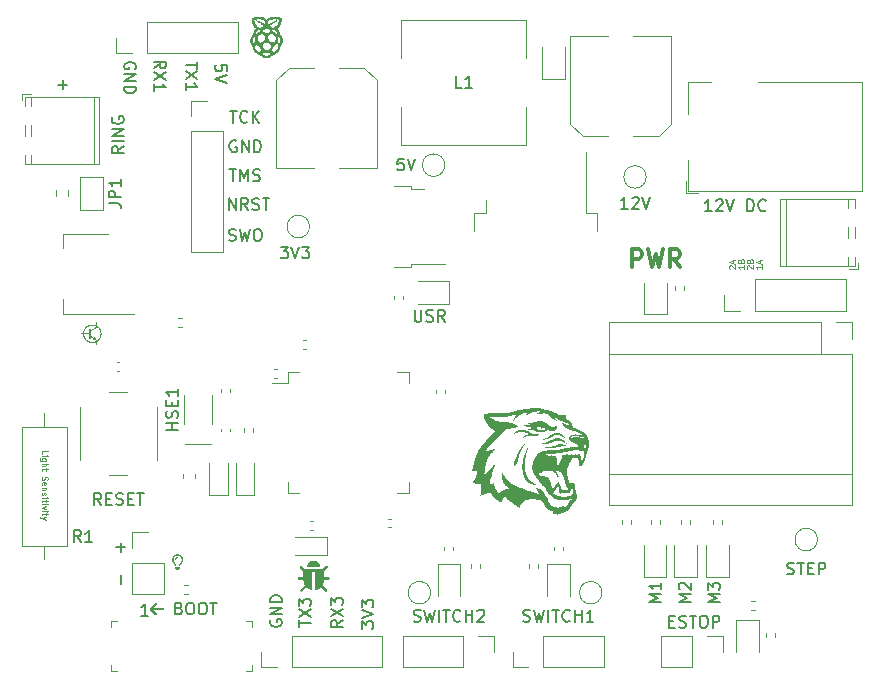
<source format=gbr>
%TF.GenerationSoftware,KiCad,Pcbnew,6.0.10-86aedd382b~118~ubuntu22.10.1*%
%TF.CreationDate,2023-02-13T13:29:29-05:00*%
%TF.ProjectId,WerfenMc_power_edit,57657266-656e-44d6-935f-706f7765725f,rev?*%
%TF.SameCoordinates,Original*%
%TF.FileFunction,Legend,Top*%
%TF.FilePolarity,Positive*%
%FSLAX46Y46*%
G04 Gerber Fmt 4.6, Leading zero omitted, Abs format (unit mm)*
G04 Created by KiCad (PCBNEW 6.0.10-86aedd382b~118~ubuntu22.10.1) date 2023-02-13 13:29:29*
%MOMM*%
%LPD*%
G01*
G04 APERTURE LIST*
%ADD10C,0.092604*%
%ADD11C,0.000000*%
%ADD12C,0.120000*%
%ADD13C,0.150000*%
%ADD14C,0.125000*%
%ADD15C,0.300000*%
%ADD16C,0.100000*%
G04 APERTURE END LIST*
D10*
X39023339Y-54778364D02*
X39023339Y-54778364D01*
X38336780Y-53728247D02*
X38352441Y-53696263D01*
X38289703Y-54211010D02*
X38282056Y-54175193D01*
X39562653Y-53544156D02*
X39585465Y-53570930D01*
X39707024Y-54289482D02*
X39694056Y-54322805D01*
X39694056Y-53752492D02*
X39707024Y-53785815D01*
X38553740Y-53454047D02*
X38581966Y-53433008D01*
X38948469Y-53299330D02*
X38985680Y-53297202D01*
X38737212Y-53348717D02*
X38770761Y-53336346D01*
X38310036Y-54280563D02*
X38299045Y-54246148D01*
X38825372Y-54434524D02*
X38825372Y-54434524D01*
X38770761Y-54738952D02*
X38737212Y-54726580D01*
X38805036Y-54749725D02*
X38770761Y-54738952D01*
X39736244Y-54185170D02*
X39728163Y-54220619D01*
X39742607Y-53926194D02*
X39747207Y-53962833D01*
X38839990Y-54758857D02*
X38805036Y-54749725D01*
X39607005Y-54476521D02*
X39585466Y-54504367D01*
X39742607Y-54149103D02*
X39736244Y-54185170D01*
X39274348Y-54729956D02*
X39240480Y-54741947D01*
X39627228Y-54447649D02*
X39607005Y-54476521D01*
X38272032Y-53973599D02*
X38276150Y-53936556D01*
X38408024Y-54469427D02*
X38388109Y-54440267D01*
X38805036Y-53325572D02*
X38839990Y-53316440D01*
X39134627Y-53307257D02*
X39170575Y-53314263D01*
X39240480Y-53333350D02*
X39274348Y-53345341D01*
X38704434Y-54712655D02*
X38672475Y-54697220D01*
X38798914Y-54222857D02*
X39354539Y-54593274D01*
X38282056Y-54175193D02*
X38276150Y-54138741D01*
X38336780Y-54347050D02*
X38322630Y-54314211D01*
X38322630Y-53761086D02*
X38336780Y-53728247D01*
X38611194Y-54661993D02*
X38581966Y-54642289D01*
X38911753Y-53303275D02*
X38948469Y-53299330D01*
X39513390Y-53494005D02*
X39538613Y-53518499D01*
X38289703Y-53864287D02*
X38299045Y-53829150D01*
X38553740Y-54621250D02*
X38526563Y-54598920D01*
X38451785Y-53550680D02*
X38475539Y-53524738D01*
X38581966Y-53433008D02*
X38611194Y-53413304D01*
X39098076Y-53302003D02*
X39134627Y-53307257D01*
X39169330Y-54381607D02*
X39275164Y-54540357D01*
X39371081Y-53390557D02*
X39401553Y-53408558D01*
X39728163Y-53854678D02*
X39736244Y-53890127D01*
X39274348Y-53345341D02*
X39307434Y-53358903D01*
X39459571Y-53448685D02*
X39487027Y-53470718D01*
X38641379Y-53394980D02*
X38672475Y-53378078D01*
X39169330Y-54381607D02*
X39169330Y-54381607D01*
X39663543Y-53688290D02*
X39679547Y-53719968D01*
X38798914Y-53878899D02*
X39354539Y-53482024D01*
X38369566Y-53665176D02*
X38388109Y-53635030D01*
D11*
G36*
X44453686Y-76868649D02*
G01*
X44457745Y-76868940D01*
X44461789Y-76869424D01*
X44465811Y-76870103D01*
X44469802Y-76870975D01*
X44473755Y-76872040D01*
X44477663Y-76873300D01*
X44481518Y-76874753D01*
X44485313Y-76876401D01*
X44489040Y-76878242D01*
X44492691Y-76880276D01*
X44496258Y-76882505D01*
X44499736Y-76884927D01*
X44503115Y-76887543D01*
X44506388Y-76890353D01*
X44509548Y-76893357D01*
X44512551Y-76896517D01*
X44515361Y-76899790D01*
X44517977Y-76903169D01*
X44520400Y-76906646D01*
X44522628Y-76910214D01*
X44524663Y-76913865D01*
X44526504Y-76917592D01*
X44528151Y-76921386D01*
X44529604Y-76925241D01*
X44530864Y-76929149D01*
X44531930Y-76933103D01*
X44532802Y-76937094D01*
X44533480Y-76941115D01*
X44533965Y-76945159D01*
X44534255Y-76949218D01*
X44534352Y-76953285D01*
X44534255Y-76957352D01*
X44533965Y-76961411D01*
X44533480Y-76965455D01*
X44532802Y-76969476D01*
X44531930Y-76973468D01*
X44530864Y-76977421D01*
X44529604Y-76981329D01*
X44528151Y-76985184D01*
X44526504Y-76988979D01*
X44524663Y-76992705D01*
X44522628Y-76996356D01*
X44520400Y-76999924D01*
X44517977Y-77003401D01*
X44515361Y-77006780D01*
X44512551Y-77010053D01*
X44509548Y-77013213D01*
X44230941Y-77292084D01*
X45042418Y-77292084D01*
X45046782Y-77292194D01*
X45051087Y-77292520D01*
X45055329Y-77293058D01*
X45059502Y-77293801D01*
X45063602Y-77294745D01*
X45067622Y-77295884D01*
X45071558Y-77297214D01*
X45075404Y-77298728D01*
X45079156Y-77300421D01*
X45082807Y-77302289D01*
X45086353Y-77304325D01*
X45089788Y-77306525D01*
X45093106Y-77308883D01*
X45096304Y-77311395D01*
X45099375Y-77314054D01*
X45102313Y-77316856D01*
X45105115Y-77319794D01*
X45107774Y-77322865D01*
X45110286Y-77326063D01*
X45112644Y-77329381D01*
X45114844Y-77332816D01*
X45116881Y-77336362D01*
X45118748Y-77340013D01*
X45120441Y-77343765D01*
X45121955Y-77347611D01*
X45123285Y-77351547D01*
X45124424Y-77355567D01*
X45125368Y-77359667D01*
X45126111Y-77363840D01*
X45126649Y-77368082D01*
X45126975Y-77372388D01*
X45127085Y-77376751D01*
X45126975Y-77381114D01*
X45126649Y-77385419D01*
X45126111Y-77389661D01*
X45125368Y-77393834D01*
X45124424Y-77397934D01*
X45123285Y-77401954D01*
X45121955Y-77405890D01*
X45120441Y-77409737D01*
X45118748Y-77413488D01*
X45116881Y-77417139D01*
X45114844Y-77420685D01*
X45112644Y-77424120D01*
X45110286Y-77427439D01*
X45107774Y-77430636D01*
X45105115Y-77433707D01*
X45102313Y-77436646D01*
X45099375Y-77439447D01*
X45096304Y-77442107D01*
X45093106Y-77444618D01*
X45089788Y-77446976D01*
X45086353Y-77449176D01*
X45082807Y-77451213D01*
X45079156Y-77453080D01*
X45075404Y-77454774D01*
X45071558Y-77456288D01*
X45067622Y-77457617D01*
X45063602Y-77458756D01*
X45059502Y-77459700D01*
X45055329Y-77460444D01*
X45051087Y-77460981D01*
X45046782Y-77461307D01*
X45042418Y-77461417D01*
X44230677Y-77461417D01*
X44509812Y-77740288D01*
X44512816Y-77743448D01*
X44515626Y-77746721D01*
X44518242Y-77750100D01*
X44520664Y-77753577D01*
X44522893Y-77757145D01*
X44524927Y-77760796D01*
X44526768Y-77764523D01*
X44528416Y-77768317D01*
X44529869Y-77772173D01*
X44531129Y-77776081D01*
X44532194Y-77780034D01*
X44533066Y-77784025D01*
X44533745Y-77788046D01*
X44534229Y-77792090D01*
X44534520Y-77796150D01*
X44534617Y-77800216D01*
X44534520Y-77804283D01*
X44534229Y-77808342D01*
X44533745Y-77812386D01*
X44533066Y-77816408D01*
X44532194Y-77820399D01*
X44531129Y-77824352D01*
X44529869Y-77828260D01*
X44528416Y-77832115D01*
X44526768Y-77835910D01*
X44524927Y-77839636D01*
X44522893Y-77843287D01*
X44520664Y-77846855D01*
X44518242Y-77850333D01*
X44515626Y-77853711D01*
X44512816Y-77856985D01*
X44509812Y-77860144D01*
X44506652Y-77863148D01*
X44503379Y-77865958D01*
X44500000Y-77868574D01*
X44496523Y-77870996D01*
X44492955Y-77873225D01*
X44489304Y-77875260D01*
X44485577Y-77877101D01*
X44481783Y-77878748D01*
X44477928Y-77880201D01*
X44474020Y-77881461D01*
X44470066Y-77882527D01*
X44466075Y-77883399D01*
X44462054Y-77884077D01*
X44458010Y-77884562D01*
X44453951Y-77884852D01*
X44449884Y-77884949D01*
X44445817Y-77884852D01*
X44441758Y-77884562D01*
X44437714Y-77884077D01*
X44433693Y-77883399D01*
X44429702Y-77882527D01*
X44425748Y-77881461D01*
X44421840Y-77880201D01*
X44417985Y-77878748D01*
X44414191Y-77877101D01*
X44410464Y-77875260D01*
X44406813Y-77873225D01*
X44403245Y-77870996D01*
X44399768Y-77868574D01*
X44396389Y-77865958D01*
X44393116Y-77863148D01*
X44389956Y-77860144D01*
X43966623Y-77436811D01*
X43963619Y-77433651D01*
X43960809Y-77430378D01*
X43958193Y-77426999D01*
X43955771Y-77423522D01*
X43953542Y-77419954D01*
X43951507Y-77416303D01*
X43949666Y-77412576D01*
X43948019Y-77408782D01*
X43946566Y-77404927D01*
X43945306Y-77401019D01*
X43944240Y-77397065D01*
X43943368Y-77393074D01*
X43942690Y-77389053D01*
X43942205Y-77385009D01*
X43941915Y-77380950D01*
X43941818Y-77376883D01*
X43941915Y-77372816D01*
X43942205Y-77368757D01*
X43942690Y-77364713D01*
X43943368Y-77360692D01*
X43944240Y-77356701D01*
X43945306Y-77352747D01*
X43946566Y-77348839D01*
X43948019Y-77344984D01*
X43949666Y-77341190D01*
X43951507Y-77337463D01*
X43953542Y-77333812D01*
X43955771Y-77330244D01*
X43958193Y-77326767D01*
X43960809Y-77323388D01*
X43963619Y-77320115D01*
X43966623Y-77316955D01*
X43966358Y-77316690D01*
X44389691Y-76893357D01*
X44392851Y-76890353D01*
X44396124Y-76887543D01*
X44399503Y-76884927D01*
X44402980Y-76882505D01*
X44406548Y-76880276D01*
X44410199Y-76878242D01*
X44413926Y-76876401D01*
X44417721Y-76874753D01*
X44421576Y-76873300D01*
X44425484Y-76872040D01*
X44429437Y-76870975D01*
X44433428Y-76870103D01*
X44437450Y-76869424D01*
X44441494Y-76868940D01*
X44445553Y-76868649D01*
X44449619Y-76868552D01*
X44453686Y-76868649D01*
G37*
D10*
X38322630Y-54314211D02*
X38310036Y-54280563D01*
X39679547Y-54355329D02*
X39663543Y-54387007D01*
D11*
G36*
X75431862Y-62207165D02*
G01*
X75474643Y-62209098D01*
X75517598Y-62212506D01*
X75560437Y-62217378D01*
X75602870Y-62223701D01*
X75644610Y-62231463D01*
X75685365Y-62240651D01*
X75724847Y-62251253D01*
X75762767Y-62263257D01*
X75802548Y-62277533D01*
X75850829Y-62296506D01*
X75905791Y-62319315D01*
X75965614Y-62345101D01*
X76092570Y-62402163D01*
X76217145Y-62460813D01*
X76306971Y-62505753D01*
X76344740Y-62524083D01*
X76378541Y-62539879D01*
X76408968Y-62553310D01*
X76436617Y-62564546D01*
X76462083Y-62573756D01*
X76485962Y-62581110D01*
X76508848Y-62586777D01*
X76531338Y-62590927D01*
X76554026Y-62593729D01*
X76577507Y-62595353D01*
X76602378Y-62595968D01*
X76629233Y-62595744D01*
X76691278Y-62593457D01*
X76730437Y-62591731D01*
X76766949Y-62590767D01*
X76800022Y-62590530D01*
X76815021Y-62590674D01*
X76828862Y-62590987D01*
X76841446Y-62591466D01*
X76852674Y-62592106D01*
X76862447Y-62592903D01*
X76870666Y-62593854D01*
X76877231Y-62594953D01*
X76882043Y-62596196D01*
X76883760Y-62596871D01*
X76885003Y-62597581D01*
X76885757Y-62598324D01*
X76886011Y-62599101D01*
X76885889Y-62599969D01*
X76885524Y-62600979D01*
X76884099Y-62603406D01*
X76881788Y-62606338D01*
X76878647Y-62609729D01*
X76874729Y-62613533D01*
X76870087Y-62617705D01*
X76858848Y-62626971D01*
X76845359Y-62637163D01*
X76830052Y-62647917D01*
X76813356Y-62658870D01*
X76795701Y-62669657D01*
X76780614Y-62678660D01*
X76765759Y-62686651D01*
X76750705Y-62693674D01*
X76735023Y-62699775D01*
X76718283Y-62705000D01*
X76700054Y-62709394D01*
X76679907Y-62713002D01*
X76657412Y-62715871D01*
X76632139Y-62718044D01*
X76603657Y-62719569D01*
X76535351Y-62720853D01*
X76449052Y-62720087D01*
X76341323Y-62717634D01*
X76268483Y-62716586D01*
X76200063Y-62716659D01*
X76135785Y-62717913D01*
X76075372Y-62720413D01*
X76018548Y-62724218D01*
X75965036Y-62729392D01*
X75914558Y-62735996D01*
X75866837Y-62744093D01*
X75821597Y-62753744D01*
X75778560Y-62765011D01*
X75737449Y-62777958D01*
X75697989Y-62792644D01*
X75659900Y-62809133D01*
X75622908Y-62827486D01*
X75586733Y-62847766D01*
X75551101Y-62870035D01*
X75524247Y-62887041D01*
X75500841Y-62901041D01*
X75480891Y-62912073D01*
X75464405Y-62920173D01*
X75457464Y-62923136D01*
X75451393Y-62925380D01*
X75446191Y-62926910D01*
X75441861Y-62927731D01*
X75438403Y-62927846D01*
X75435818Y-62927261D01*
X75434108Y-62925981D01*
X75433273Y-62924010D01*
X75433314Y-62921352D01*
X75434233Y-62918013D01*
X75436031Y-62913997D01*
X75438708Y-62909309D01*
X75442265Y-62903953D01*
X75446705Y-62897934D01*
X75458232Y-62883925D01*
X75473298Y-62867320D01*
X75491911Y-62848157D01*
X75514079Y-62826471D01*
X75539812Y-62802301D01*
X75554148Y-62790041D01*
X75569572Y-62777645D01*
X75585979Y-62765175D01*
X75603268Y-62752692D01*
X75621333Y-62740258D01*
X75640072Y-62727937D01*
X75679159Y-62703876D01*
X75719701Y-62681006D01*
X75760871Y-62659823D01*
X75781434Y-62650019D01*
X75801843Y-62640823D01*
X75821996Y-62632296D01*
X75841790Y-62624501D01*
X76016767Y-62562412D01*
X75915167Y-62508790D01*
X75842494Y-62474918D01*
X75767701Y-62446304D01*
X75691311Y-62422916D01*
X75613851Y-62404721D01*
X75535845Y-62391684D01*
X75457819Y-62383775D01*
X75380296Y-62380958D01*
X75303804Y-62383201D01*
X75228865Y-62390472D01*
X75156006Y-62402736D01*
X75085752Y-62419962D01*
X75018627Y-62442115D01*
X74986402Y-62455029D01*
X74955156Y-62469163D01*
X74924956Y-62484513D01*
X74895866Y-62501073D01*
X74867952Y-62518841D01*
X74841280Y-62537812D01*
X74815915Y-62557981D01*
X74791923Y-62579346D01*
X74774064Y-62595759D01*
X74758591Y-62609050D01*
X74745507Y-62619275D01*
X74734817Y-62626485D01*
X74730371Y-62628977D01*
X74726525Y-62630736D01*
X74723279Y-62631768D01*
X74720634Y-62632080D01*
X74718591Y-62631679D01*
X74717150Y-62630572D01*
X74716311Y-62628765D01*
X74716076Y-62626265D01*
X74716444Y-62623079D01*
X74717416Y-62619213D01*
X74721174Y-62609469D01*
X74727356Y-62597088D01*
X74735963Y-62582124D01*
X74747002Y-62564629D01*
X74760476Y-62544658D01*
X74776389Y-62522264D01*
X74794745Y-62497501D01*
X74811260Y-62474837D01*
X74828044Y-62453371D01*
X74845167Y-62433046D01*
X74862699Y-62413805D01*
X74880711Y-62395588D01*
X74899272Y-62378340D01*
X74918454Y-62362000D01*
X74938326Y-62346512D01*
X74958958Y-62331818D01*
X74980422Y-62317860D01*
X75002787Y-62304580D01*
X75026123Y-62291920D01*
X75050502Y-62279822D01*
X75075992Y-62268229D01*
X75102664Y-62257082D01*
X75130590Y-62246324D01*
X75161564Y-62236003D01*
X75195027Y-62227257D01*
X75230689Y-62220074D01*
X75268261Y-62214441D01*
X75307454Y-62210346D01*
X75347978Y-62207777D01*
X75389544Y-62206721D01*
X75431862Y-62207165D01*
G37*
D10*
X38985680Y-54778095D02*
X38948469Y-54775967D01*
X39750941Y-54037649D02*
X39750941Y-54037649D01*
X38500480Y-53499955D02*
X38526563Y-53476377D01*
X39134627Y-54768041D02*
X39098076Y-54773294D01*
D11*
G36*
X58881509Y-73711307D02*
G01*
X58886853Y-73711683D01*
X58892105Y-73712311D01*
X58897265Y-73713190D01*
X58902333Y-73714319D01*
X58907308Y-73715699D01*
X58912192Y-73717330D01*
X58916982Y-73719211D01*
X58921681Y-73721342D01*
X58926287Y-73723724D01*
X58930801Y-73726355D01*
X58935222Y-73729236D01*
X58939550Y-73732367D01*
X58943786Y-73735747D01*
X58947930Y-73739377D01*
X58951981Y-73743257D01*
X58955863Y-73747307D01*
X58959495Y-73751450D01*
X58962876Y-73755686D01*
X58966007Y-73760015D01*
X58968888Y-73764437D01*
X58971518Y-73768951D01*
X58973898Y-73773557D01*
X58976028Y-73778256D01*
X58977907Y-73783047D01*
X58979535Y-73787931D01*
X58980913Y-73792907D01*
X58982041Y-73797975D01*
X58982918Y-73803135D01*
X58983544Y-73808387D01*
X58983920Y-73813731D01*
X58984045Y-73819167D01*
X58983920Y-73824603D01*
X58983544Y-73829947D01*
X58982918Y-73835198D01*
X58982041Y-73840358D01*
X58980913Y-73845425D01*
X58979535Y-73850400D01*
X58977907Y-73855283D01*
X58976028Y-73860074D01*
X58973898Y-73864772D01*
X58971518Y-73869378D01*
X58968888Y-73873892D01*
X58966007Y-73878314D01*
X58962876Y-73882644D01*
X58959495Y-73886881D01*
X58955863Y-73891027D01*
X58951981Y-73895080D01*
X58660139Y-74186921D01*
X58660139Y-74682877D01*
X59038006Y-74682877D01*
X59043444Y-74683003D01*
X59048790Y-74683378D01*
X59054043Y-74684004D01*
X59059204Y-74684879D01*
X59064272Y-74686006D01*
X59069248Y-74687383D01*
X59074131Y-74689010D01*
X59078921Y-74690887D01*
X59083619Y-74693015D01*
X59088225Y-74695394D01*
X59092738Y-74698023D01*
X59097159Y-74700903D01*
X59101487Y-74704033D01*
X59105722Y-74707414D01*
X59109865Y-74711046D01*
X59113916Y-74714929D01*
X59117798Y-74718979D01*
X59121429Y-74723121D01*
X59124810Y-74727357D01*
X59127941Y-74731685D01*
X59130822Y-74736106D01*
X59133452Y-74740619D01*
X59135831Y-74745225D01*
X59137961Y-74749923D01*
X59139840Y-74754713D01*
X59141468Y-74759595D01*
X59142846Y-74764570D01*
X59143973Y-74769636D01*
X59144850Y-74774795D01*
X59145477Y-74780045D01*
X59145853Y-74785387D01*
X59145978Y-74790820D01*
X59145975Y-74790819D01*
X59145971Y-74790819D01*
X59145968Y-74790818D01*
X59145966Y-74790818D01*
X59145965Y-74790817D01*
X59145840Y-74796256D01*
X59145464Y-74801602D01*
X59144839Y-74806855D01*
X59143963Y-74812016D01*
X59142837Y-74817085D01*
X59141460Y-74822061D01*
X59139833Y-74826945D01*
X59137956Y-74831736D01*
X59135828Y-74836435D01*
X59133449Y-74841042D01*
X59130821Y-74845556D01*
X59127941Y-74849978D01*
X59124812Y-74854308D01*
X59121431Y-74858545D01*
X59117800Y-74862691D01*
X59113919Y-74866744D01*
X59109865Y-74870626D01*
X59105720Y-74874258D01*
X59101482Y-74877639D01*
X59097153Y-74880770D01*
X59092731Y-74883651D01*
X59088217Y-74886281D01*
X59083611Y-74888660D01*
X59078913Y-74890790D01*
X59074123Y-74892668D01*
X59069240Y-74894297D01*
X59064266Y-74895674D01*
X59059199Y-74896802D01*
X59054040Y-74897678D01*
X59048788Y-74898305D01*
X59043445Y-74898680D01*
X59038009Y-74898806D01*
X58660139Y-74898806D01*
X58659698Y-74934524D01*
X58658374Y-74969557D01*
X58656167Y-75003903D01*
X58653077Y-75037564D01*
X58649104Y-75070539D01*
X58644248Y-75102829D01*
X58638509Y-75134433D01*
X58631887Y-75165351D01*
X58624382Y-75195583D01*
X58615993Y-75225130D01*
X58606722Y-75253992D01*
X58596567Y-75282168D01*
X58585528Y-75309658D01*
X58573606Y-75336464D01*
X58560801Y-75362584D01*
X58547112Y-75388018D01*
X58897990Y-75740610D01*
X58901872Y-75744658D01*
X58905504Y-75748799D01*
X58908885Y-75753033D01*
X58912016Y-75757361D01*
X58914896Y-75761781D01*
X58917526Y-75766294D01*
X58919906Y-75770900D01*
X58922035Y-75775598D01*
X58923914Y-75780390D01*
X58925543Y-75785274D01*
X58926921Y-75790251D01*
X58928048Y-75795320D01*
X58928925Y-75800481D01*
X58929551Y-75805735D01*
X58929927Y-75811082D01*
X58930053Y-75816520D01*
X58929927Y-75821956D01*
X58929552Y-75827300D01*
X58928926Y-75832552D01*
X58928050Y-75837711D01*
X58926924Y-75842779D01*
X58925547Y-75847754D01*
X58923919Y-75852637D01*
X58922041Y-75857427D01*
X58919913Y-75862126D01*
X58917533Y-75866732D01*
X58914903Y-75871246D01*
X58912023Y-75875668D01*
X58908891Y-75879997D01*
X58905508Y-75884235D01*
X58901875Y-75888380D01*
X58897990Y-75892433D01*
X58894135Y-75896310D01*
X58890161Y-75899936D01*
X58886069Y-75903314D01*
X58881858Y-75906441D01*
X58877530Y-75909319D01*
X58873082Y-75911946D01*
X58868517Y-75914324D01*
X58863833Y-75916452D01*
X58859030Y-75918330D01*
X58854108Y-75919957D01*
X58849068Y-75921334D01*
X58843908Y-75922461D01*
X58838630Y-75923338D01*
X58833233Y-75923964D01*
X58827716Y-75924340D01*
X58822080Y-75924466D01*
X58816447Y-75924340D01*
X58810932Y-75923964D01*
X58805535Y-75923338D01*
X58800257Y-75922461D01*
X58795097Y-75921334D01*
X58790056Y-75919957D01*
X58785134Y-75918330D01*
X58780330Y-75916452D01*
X58775645Y-75914324D01*
X58771078Y-75911947D01*
X58766630Y-75909319D01*
X58762301Y-75906441D01*
X58758090Y-75903314D01*
X58753998Y-75899937D01*
X58750025Y-75896310D01*
X58746170Y-75892433D01*
X58412149Y-75560099D01*
X58409910Y-75562281D01*
X58407407Y-75564623D01*
X58404641Y-75567125D01*
X58401612Y-75569786D01*
X58398320Y-75572606D01*
X58394763Y-75575585D01*
X58390943Y-75578722D01*
X58386858Y-75582016D01*
X58382054Y-75585718D01*
X58376093Y-75590081D01*
X58368974Y-75595105D01*
X58360697Y-75600787D01*
X58351260Y-75607128D01*
X58340664Y-75614127D01*
X58328907Y-75621783D01*
X58315989Y-75630096D01*
X58302470Y-75638624D01*
X58288897Y-75646915D01*
X58275270Y-75654969D01*
X58261590Y-75662786D01*
X58247858Y-75670365D01*
X58234073Y-75677707D01*
X58220236Y-75684812D01*
X58206347Y-75691680D01*
X58192005Y-75698347D01*
X58176819Y-75704857D01*
X58160789Y-75711210D01*
X58143916Y-75717406D01*
X58126200Y-75723445D01*
X58107641Y-75729325D01*
X58088240Y-75735047D01*
X58067996Y-75740610D01*
X58047357Y-75745744D01*
X58026771Y-75750194D01*
X58006236Y-75753962D01*
X57985755Y-75757046D01*
X57965328Y-75759446D01*
X57944954Y-75761160D01*
X57924635Y-75762189D01*
X57904371Y-75762533D01*
X57904371Y-74251029D01*
X57688440Y-74251029D01*
X57688440Y-75762533D01*
X57666952Y-75762176D01*
X57645486Y-75761107D01*
X57624045Y-75759325D01*
X57602628Y-75756831D01*
X57581238Y-75753625D01*
X57559874Y-75749708D01*
X57538540Y-75745078D01*
X57517234Y-75739738D01*
X57496299Y-75733889D01*
X57476104Y-75727724D01*
X57456649Y-75721240D01*
X57437933Y-75714440D01*
X57419956Y-75707323D01*
X57402717Y-75699889D01*
X57386216Y-75692139D01*
X57370453Y-75684072D01*
X57355241Y-75675848D01*
X57340400Y-75667625D01*
X57325929Y-75659402D01*
X57311828Y-75651180D01*
X57298098Y-75642956D01*
X57284737Y-75634732D01*
X57271745Y-75626506D01*
X57259123Y-75618277D01*
X57247089Y-75610223D01*
X57235873Y-75602513D01*
X57225475Y-75595148D01*
X57215894Y-75588126D01*
X57207130Y-75581447D01*
X57199181Y-75575111D01*
X57192047Y-75569119D01*
X57185728Y-75563469D01*
X57160438Y-75539835D01*
X56851723Y-75889046D01*
X56847454Y-75893334D01*
X56843078Y-75897345D01*
X56838598Y-75901080D01*
X56834012Y-75904538D01*
X56829320Y-75907720D01*
X56824524Y-75910626D01*
X56819621Y-75913255D01*
X56814613Y-75915607D01*
X56809499Y-75917683D01*
X56804280Y-75919482D01*
X56798955Y-75921005D01*
X56793525Y-75922251D01*
X56787988Y-75923220D01*
X56782346Y-75923912D01*
X56776598Y-75924327D01*
X56770745Y-75924466D01*
X56765717Y-75924360D01*
X56760755Y-75924043D01*
X56755860Y-75923516D01*
X56751031Y-75922777D01*
X56746267Y-75921827D01*
X56741570Y-75920667D01*
X56736939Y-75919296D01*
X56732374Y-75917713D01*
X56727875Y-75915920D01*
X56723441Y-75913917D01*
X56719074Y-75911702D01*
X56714772Y-75909277D01*
X56710537Y-75906642D01*
X56706367Y-75903796D01*
X56702263Y-75900739D01*
X56698224Y-75897472D01*
X56694332Y-75893620D01*
X56690670Y-75889655D01*
X56687239Y-75885579D01*
X56684038Y-75881391D01*
X56681068Y-75877091D01*
X56678329Y-75872679D01*
X56675820Y-75868155D01*
X56673542Y-75863520D01*
X56671495Y-75858772D01*
X56669678Y-75853912D01*
X56668091Y-75848941D01*
X56666735Y-75843857D01*
X56665609Y-75838662D01*
X56664714Y-75833354D01*
X56664049Y-75827935D01*
X56663615Y-75822403D01*
X56663422Y-75816859D01*
X56663473Y-75811400D01*
X56663768Y-75806026D01*
X56664306Y-75800738D01*
X56665088Y-75795537D01*
X56666114Y-75790420D01*
X56667383Y-75785390D01*
X56668897Y-75780444D01*
X56670654Y-75775585D01*
X56672656Y-75770811D01*
X56674901Y-75766122D01*
X56677391Y-75761520D01*
X56680124Y-75757002D01*
X56683102Y-75752570D01*
X56686324Y-75748223D01*
X56689791Y-75743962D01*
X57030540Y-75361038D01*
X57018693Y-75336692D01*
X57007610Y-75311740D01*
X56997292Y-75286182D01*
X56987737Y-75260019D01*
X56978946Y-75233249D01*
X56970920Y-75205874D01*
X56963658Y-75177892D01*
X56957160Y-75149305D01*
X56951427Y-75120111D01*
X56946458Y-75090311D01*
X56942253Y-75059905D01*
X56938813Y-75028894D01*
X56936137Y-74997276D01*
X56934226Y-74965051D01*
X56933079Y-74932221D01*
X56932696Y-74898784D01*
X56554830Y-74898784D01*
X56549391Y-74898659D01*
X56544044Y-74898283D01*
X56538791Y-74897657D01*
X56533630Y-74896780D01*
X56528562Y-74895653D01*
X56523587Y-74894275D01*
X56518704Y-74892647D01*
X56513914Y-74890769D01*
X56509217Y-74888640D01*
X56504612Y-74886262D01*
X56500099Y-74883633D01*
X56495679Y-74880754D01*
X56491351Y-74877625D01*
X56487115Y-74874246D01*
X56482971Y-74870617D01*
X56478920Y-74866738D01*
X56475037Y-74862683D01*
X56471405Y-74858536D01*
X56468023Y-74854297D01*
X56464891Y-74849967D01*
X56462010Y-74845545D01*
X56459380Y-74841030D01*
X56457000Y-74836424D01*
X56454870Y-74831725D01*
X56452991Y-74826935D01*
X56451363Y-74822052D01*
X56449984Y-74817077D01*
X56448857Y-74812009D01*
X56447980Y-74806848D01*
X56447353Y-74801596D01*
X56446978Y-74796250D01*
X56446852Y-74790812D01*
X56446978Y-74785375D01*
X56447353Y-74780031D01*
X56447980Y-74774779D01*
X56448857Y-74769619D01*
X56449984Y-74764551D01*
X56451363Y-74759575D01*
X56452991Y-74754692D01*
X56454870Y-74749900D01*
X56457000Y-74745202D01*
X56459380Y-74740596D01*
X56462010Y-74736082D01*
X56464891Y-74731661D01*
X56468023Y-74727333D01*
X56471405Y-74723097D01*
X56475037Y-74718954D01*
X56478920Y-74714904D01*
X56482971Y-74711025D01*
X56487115Y-74707395D01*
X56491351Y-74704016D01*
X56495679Y-74700888D01*
X56500099Y-74698010D01*
X56504612Y-74695382D01*
X56509217Y-74693004D01*
X56513914Y-74690877D01*
X56518704Y-74689000D01*
X56523587Y-74687373D01*
X56528562Y-74685997D01*
X56533630Y-74684871D01*
X56538791Y-74683995D01*
X56544044Y-74683370D01*
X56549391Y-74682994D01*
X56554830Y-74682869D01*
X56932694Y-74682869D01*
X56932694Y-74186921D01*
X56640853Y-73895080D01*
X56636972Y-73891026D01*
X56633341Y-73886881D01*
X56629961Y-73882643D01*
X56626831Y-73878313D01*
X56623952Y-73873891D01*
X56621322Y-73869377D01*
X56618944Y-73864771D01*
X56616815Y-73860073D01*
X56614937Y-73855282D01*
X56613309Y-73850399D01*
X56611932Y-73845425D01*
X56610805Y-73840357D01*
X56609928Y-73835198D01*
X56609302Y-73829947D01*
X56608926Y-73824603D01*
X56608801Y-73819167D01*
X56608927Y-73813731D01*
X56609303Y-73808387D01*
X56609929Y-73803135D01*
X56610807Y-73797975D01*
X56611935Y-73792907D01*
X56613313Y-73787931D01*
X56614941Y-73783047D01*
X56616820Y-73778256D01*
X56618949Y-73773557D01*
X56621328Y-73768951D01*
X56623958Y-73764437D01*
X56626837Y-73760015D01*
X56629966Y-73755686D01*
X56633345Y-73751450D01*
X56636974Y-73747307D01*
X56640853Y-73743257D01*
X56644903Y-73739375D01*
X56649047Y-73735743D01*
X56653283Y-73732361D01*
X56657611Y-73729229D01*
X56662033Y-73726348D01*
X56666546Y-73723716D01*
X56671153Y-73721335D01*
X56675851Y-73719205D01*
X56680643Y-73717325D01*
X56685526Y-73715695D01*
X56690502Y-73714316D01*
X56695570Y-73713188D01*
X56700731Y-73712310D01*
X56705983Y-73711683D01*
X56711328Y-73711306D01*
X56716765Y-73711181D01*
X56722204Y-73711307D01*
X56727550Y-73711683D01*
X56732803Y-73712311D01*
X56737963Y-73713190D01*
X56743030Y-73714319D01*
X56748005Y-73715699D01*
X56752887Y-73717330D01*
X56757677Y-73719211D01*
X56762374Y-73721342D01*
X56766980Y-73723724D01*
X56771493Y-73726355D01*
X56775914Y-73729236D01*
X56780243Y-73732367D01*
X56784481Y-73735747D01*
X56788627Y-73739377D01*
X56792681Y-73743257D01*
X57084522Y-74035098D01*
X58508319Y-74035098D01*
X58800163Y-73743257D01*
X58804213Y-73739375D01*
X58808356Y-73735743D01*
X58812591Y-73732361D01*
X58816918Y-73729229D01*
X58821339Y-73726348D01*
X58825851Y-73723716D01*
X58830457Y-73721335D01*
X58835154Y-73719205D01*
X58839945Y-73717325D01*
X58844828Y-73715695D01*
X58849804Y-73714316D01*
X58854872Y-73713188D01*
X58860033Y-73712310D01*
X58865287Y-73711683D01*
X58870634Y-73711306D01*
X58876073Y-73711181D01*
X58881509Y-73711307D01*
G37*
G36*
X46280784Y-72991899D02*
G01*
X46282926Y-72992064D01*
X46285038Y-72992334D01*
X46287118Y-72992708D01*
X46289161Y-72993183D01*
X46291166Y-72993755D01*
X46293131Y-72994424D01*
X46295051Y-72995184D01*
X46296925Y-72996035D01*
X46298749Y-72996973D01*
X46300522Y-72997995D01*
X46302240Y-72999099D01*
X46303901Y-73000283D01*
X46305501Y-73001542D01*
X46307039Y-73002875D01*
X46308512Y-73004279D01*
X46309916Y-73005752D01*
X46311249Y-73007290D01*
X46312508Y-73008890D01*
X46313692Y-73010551D01*
X46314796Y-73012269D01*
X46315818Y-73014042D01*
X46316756Y-73015866D01*
X46317607Y-73017740D01*
X46318367Y-73019660D01*
X46319035Y-73021625D01*
X46319608Y-73023630D01*
X46320083Y-73025673D01*
X46320457Y-73027753D01*
X46320727Y-73029865D01*
X46320892Y-73032007D01*
X46320947Y-73034177D01*
X46320892Y-73036347D01*
X46320727Y-73038490D01*
X46320457Y-73040602D01*
X46320083Y-73042681D01*
X46319608Y-73044725D01*
X46319035Y-73046730D01*
X46318367Y-73048694D01*
X46317607Y-73050615D01*
X46316756Y-73052488D01*
X46315818Y-73054313D01*
X46314796Y-73056086D01*
X46313692Y-73057804D01*
X46312508Y-73059464D01*
X46311249Y-73061065D01*
X46309916Y-73062603D01*
X46308512Y-73064075D01*
X46307039Y-73065479D01*
X46305501Y-73066813D01*
X46303901Y-73068072D01*
X46302240Y-73069255D01*
X46300522Y-73070359D01*
X46298749Y-73071382D01*
X46296925Y-73072320D01*
X46295051Y-73073170D01*
X46293131Y-73073931D01*
X46291166Y-73074599D01*
X46289161Y-73075172D01*
X46287118Y-73075647D01*
X46285038Y-73076021D01*
X46282926Y-73076291D01*
X46280784Y-73076455D01*
X46278614Y-73076511D01*
X46272081Y-73076676D01*
X46265633Y-73077167D01*
X46259279Y-73077975D01*
X46253026Y-73079092D01*
X46246883Y-73080511D01*
X46240857Y-73082223D01*
X46234957Y-73084220D01*
X46229190Y-73086495D01*
X46223565Y-73089039D01*
X46218089Y-73091844D01*
X46212771Y-73094903D01*
X46207618Y-73098207D01*
X46202639Y-73101749D01*
X46197840Y-73105520D01*
X46193232Y-73109512D01*
X46188821Y-73113718D01*
X46184615Y-73118129D01*
X46180623Y-73122737D01*
X46176852Y-73127536D01*
X46173310Y-73132515D01*
X46170006Y-73137668D01*
X46166947Y-73142986D01*
X46164142Y-73148462D01*
X46161598Y-73154087D01*
X46159323Y-73159854D01*
X46157326Y-73165754D01*
X46155614Y-73171780D01*
X46154195Y-73177923D01*
X46153078Y-73184176D01*
X46152270Y-73190530D01*
X46151779Y-73196978D01*
X46151614Y-73203511D01*
X46151558Y-73205681D01*
X46151394Y-73207823D01*
X46151124Y-73209935D01*
X46150750Y-73212015D01*
X46150275Y-73214058D01*
X46149702Y-73216063D01*
X46149034Y-73218028D01*
X46148273Y-73219948D01*
X46147423Y-73221822D01*
X46146485Y-73223646D01*
X46145462Y-73225419D01*
X46144358Y-73227137D01*
X46143175Y-73228798D01*
X46141916Y-73230398D01*
X46140582Y-73231936D01*
X46139178Y-73233409D01*
X46137706Y-73234813D01*
X46136168Y-73236146D01*
X46134567Y-73237405D01*
X46132907Y-73238589D01*
X46131189Y-73239693D01*
X46129416Y-73240715D01*
X46127591Y-73241653D01*
X46125718Y-73242504D01*
X46123797Y-73243264D01*
X46121833Y-73243932D01*
X46119828Y-73244505D01*
X46117784Y-73244980D01*
X46115705Y-73245354D01*
X46113593Y-73245624D01*
X46111450Y-73245789D01*
X46109280Y-73245844D01*
X46107110Y-73245789D01*
X46104968Y-73245624D01*
X46102856Y-73245354D01*
X46100776Y-73244980D01*
X46098733Y-73244505D01*
X46096728Y-73243932D01*
X46094763Y-73243264D01*
X46092843Y-73242504D01*
X46090969Y-73241653D01*
X46089145Y-73240715D01*
X46087372Y-73239693D01*
X46085654Y-73238589D01*
X46083993Y-73237405D01*
X46082393Y-73236146D01*
X46080855Y-73234813D01*
X46079382Y-73233409D01*
X46077978Y-73231936D01*
X46076645Y-73230398D01*
X46075386Y-73228798D01*
X46074202Y-73227137D01*
X46073098Y-73225419D01*
X46072076Y-73223646D01*
X46071138Y-73221822D01*
X46070287Y-73219948D01*
X46069527Y-73218028D01*
X46068858Y-73216063D01*
X46068286Y-73214058D01*
X46067811Y-73212015D01*
X46067437Y-73209935D01*
X46067167Y-73207823D01*
X46067002Y-73205681D01*
X46066947Y-73203511D01*
X46067222Y-73192614D01*
X46068039Y-73181861D01*
X46069385Y-73171265D01*
X46071245Y-73160839D01*
X46073608Y-73150597D01*
X46076459Y-73140551D01*
X46079786Y-73130714D01*
X46083574Y-73121101D01*
X46087812Y-73111725D01*
X46092485Y-73102598D01*
X46097580Y-73093734D01*
X46103084Y-73085146D01*
X46108984Y-73076848D01*
X46115267Y-73068852D01*
X46121918Y-73061173D01*
X46128926Y-73053823D01*
X46136276Y-73046815D01*
X46143955Y-73040164D01*
X46151951Y-73033881D01*
X46160249Y-73027981D01*
X46168837Y-73022477D01*
X46177701Y-73017382D01*
X46186828Y-73012709D01*
X46196204Y-73008471D01*
X46205817Y-73004683D01*
X46215654Y-73001356D01*
X46225700Y-72998505D01*
X46235942Y-72996142D01*
X46246368Y-72994282D01*
X46256964Y-72992936D01*
X46267717Y-72992119D01*
X46278614Y-72991844D01*
X46280784Y-72991899D01*
G37*
D10*
X38770761Y-53336346D02*
X38805036Y-53325572D01*
X38825372Y-54434524D02*
X38825372Y-53640774D01*
X38282056Y-53900104D02*
X38289703Y-53864287D01*
D11*
G36*
X78514990Y-62919168D02*
G01*
X78556061Y-62921893D01*
X78596405Y-62926304D01*
X78635789Y-62932382D01*
X78673983Y-62940105D01*
X78710754Y-62949453D01*
X78745872Y-62960405D01*
X78779105Y-62972941D01*
X78810221Y-62987039D01*
X78838989Y-63002679D01*
X78862404Y-63017965D01*
X78890710Y-63038850D01*
X78922910Y-63064381D01*
X78958008Y-63093608D01*
X78995007Y-63125579D01*
X79032912Y-63159346D01*
X79107453Y-63228457D01*
X79173659Y-63293335D01*
X79201146Y-63321809D01*
X79223561Y-63346373D01*
X79239906Y-63366075D01*
X79249187Y-63379964D01*
X79250866Y-63384431D01*
X79250406Y-63387090D01*
X79247681Y-63387819D01*
X79242567Y-63386501D01*
X79218799Y-63375389D01*
X79173070Y-63352635D01*
X79111995Y-63321414D01*
X79042189Y-63284901D01*
X78996024Y-63261422D01*
X78950682Y-63239674D01*
X78906191Y-63219671D01*
X78862581Y-63201425D01*
X78819881Y-63184948D01*
X78778118Y-63170254D01*
X78737324Y-63157353D01*
X78697525Y-63146259D01*
X78658752Y-63136984D01*
X78621033Y-63129541D01*
X78584397Y-63123941D01*
X78548874Y-63120198D01*
X78514491Y-63118323D01*
X78481278Y-63118330D01*
X78449264Y-63120229D01*
X78418479Y-63124035D01*
X78402936Y-63126206D01*
X78385025Y-63129497D01*
X78342940Y-63139160D01*
X78293909Y-63152461D01*
X78239620Y-63168837D01*
X78181759Y-63187727D01*
X78122013Y-63208569D01*
X78062068Y-63230799D01*
X78003612Y-63253856D01*
X77866431Y-63306663D01*
X77804548Y-63329188D01*
X77746481Y-63349283D01*
X77691738Y-63367062D01*
X77639826Y-63382643D01*
X77590255Y-63396139D01*
X77542531Y-63407668D01*
X77496164Y-63417344D01*
X77450660Y-63425285D01*
X77405529Y-63431604D01*
X77360277Y-63436419D01*
X77314414Y-63439845D01*
X77267447Y-63441997D01*
X77218884Y-63442992D01*
X77168234Y-63442945D01*
X77103137Y-63441597D01*
X77044470Y-63439699D01*
X76992375Y-63437296D01*
X76946998Y-63434435D01*
X76908484Y-63431160D01*
X76876977Y-63427517D01*
X76852623Y-63423552D01*
X76835565Y-63419309D01*
X76829817Y-63417099D01*
X76825948Y-63414836D01*
X76823975Y-63412526D01*
X76823917Y-63410176D01*
X76825792Y-63407790D01*
X76829618Y-63405375D01*
X76835412Y-63402937D01*
X76843193Y-63400480D01*
X76864789Y-63395535D01*
X76894550Y-63390586D01*
X76932620Y-63385678D01*
X76979145Y-63380857D01*
X77031753Y-63374962D01*
X77083832Y-63367832D01*
X77135514Y-63359419D01*
X77186931Y-63349680D01*
X77238216Y-63338568D01*
X77289501Y-63326038D01*
X77340919Y-63312045D01*
X77392601Y-63296543D01*
X77444679Y-63279486D01*
X77497287Y-63260829D01*
X77550557Y-63240528D01*
X77604620Y-63218535D01*
X77659609Y-63194806D01*
X77715657Y-63169295D01*
X77831456Y-63112745D01*
X77885822Y-63086265D01*
X77942008Y-63060182D01*
X77998392Y-63035156D01*
X78053353Y-63011851D01*
X78105272Y-62990927D01*
X78152528Y-62973046D01*
X78193500Y-62958868D01*
X78226567Y-62949057D01*
X78266249Y-62939396D01*
X78306824Y-62931567D01*
X78348060Y-62925548D01*
X78389727Y-62921319D01*
X78431591Y-62918860D01*
X78473423Y-62918150D01*
X78514990Y-62919168D01*
G37*
D10*
X38737212Y-54726580D02*
X38704434Y-54712655D01*
X38581966Y-54642289D02*
X38553740Y-54621250D01*
X38526563Y-53476377D02*
X38553740Y-53454047D01*
X39060965Y-54776751D02*
X39023339Y-54778364D01*
X39736244Y-53890127D02*
X39742607Y-53926194D01*
X39562653Y-54531141D02*
X39538613Y-54556798D01*
X39431064Y-53427950D02*
X39459571Y-53448685D01*
X38388109Y-54440267D02*
X38369566Y-54410122D01*
X39354539Y-53482024D02*
X39354539Y-53111607D01*
X38641380Y-54680318D02*
X38611194Y-54661993D01*
X39627228Y-53627648D02*
X39646089Y-53657501D01*
D12*
G36*
X53045666Y-30315647D02*
G01*
X53027415Y-30301579D01*
X53009554Y-30287208D01*
X52992047Y-30272535D01*
X52977567Y-30268459D01*
X52959322Y-30261245D01*
X52937893Y-30250854D01*
X52913862Y-30237250D01*
X52887811Y-30220393D01*
X52860323Y-30200247D01*
X52831980Y-30176772D01*
X52803363Y-30149933D01*
X52775055Y-30119690D01*
X52747638Y-30086005D01*
X52721694Y-30048842D01*
X52709457Y-30028944D01*
X52697806Y-30008162D01*
X52686814Y-29986491D01*
X52676555Y-29963927D01*
X52667100Y-29940464D01*
X52658523Y-29916099D01*
X52650896Y-29890826D01*
X52644292Y-29864641D01*
X52638785Y-29837538D01*
X52634446Y-29809514D01*
X52614881Y-29751725D01*
X52608728Y-29733292D01*
X52743870Y-29733292D01*
X52744968Y-29762569D01*
X52748311Y-29793202D01*
X52753981Y-29824994D01*
X52762054Y-29857751D01*
X52772610Y-29891277D01*
X52785728Y-29925377D01*
X52801487Y-29959855D01*
X52819964Y-29994516D01*
X52833767Y-30013839D01*
X52847927Y-30032094D01*
X52862409Y-30049301D01*
X52877179Y-30065479D01*
X52892204Y-30080648D01*
X52907450Y-30094827D01*
X52922881Y-30108035D01*
X52938465Y-30120291D01*
X52954166Y-30131616D01*
X52969952Y-30142029D01*
X52985787Y-30151548D01*
X53001639Y-30160194D01*
X53017472Y-30167986D01*
X53033253Y-30174943D01*
X53048948Y-30181084D01*
X53064523Y-30186429D01*
X53079943Y-30190998D01*
X53095174Y-30194809D01*
X53110183Y-30197883D01*
X53124936Y-30200237D01*
X53139397Y-30201893D01*
X53153534Y-30202870D01*
X53167312Y-30203186D01*
X53180698Y-30202861D01*
X53193656Y-30201914D01*
X53206153Y-30200366D01*
X53218156Y-30198235D01*
X53229629Y-30195540D01*
X53240539Y-30192302D01*
X53250851Y-30188539D01*
X53260533Y-30184271D01*
X53269549Y-30179518D01*
X53277798Y-30171647D01*
X53285214Y-30162896D01*
X53291812Y-30153313D01*
X53297610Y-30142951D01*
X53302624Y-30131861D01*
X53306872Y-30120093D01*
X53310370Y-30107698D01*
X53313135Y-30094728D01*
X53315184Y-30081233D01*
X53316533Y-30067264D01*
X53317202Y-30038111D01*
X53315276Y-30007675D01*
X53310890Y-29976365D01*
X53304178Y-29944588D01*
X53295276Y-29912753D01*
X53284318Y-29881268D01*
X53271438Y-29850541D01*
X53256772Y-29820979D01*
X53240455Y-29792991D01*
X53222620Y-29766985D01*
X53203403Y-29743369D01*
X53180523Y-29716694D01*
X53168091Y-29703578D01*
X53388922Y-29703578D01*
X53389459Y-29722061D01*
X53391051Y-29740289D01*
X53393669Y-29758241D01*
X53397285Y-29775894D01*
X53401868Y-29793227D01*
X53407391Y-29810219D01*
X53413824Y-29826846D01*
X53421139Y-29843088D01*
X53429305Y-29858922D01*
X53438295Y-29874328D01*
X53448080Y-29889283D01*
X53458630Y-29903765D01*
X53469917Y-29917753D01*
X53481911Y-29931225D01*
X53494584Y-29944159D01*
X53507906Y-29956534D01*
X53521850Y-29968327D01*
X53536385Y-29979517D01*
X53551483Y-29990082D01*
X53567114Y-30000000D01*
X53583251Y-30009250D01*
X53599863Y-30017810D01*
X53616923Y-30025658D01*
X53634401Y-30032773D01*
X53652267Y-30039131D01*
X53670494Y-30044713D01*
X53689052Y-30049495D01*
X53707912Y-30053457D01*
X53727046Y-30056577D01*
X53746424Y-30058832D01*
X53766017Y-30060200D01*
X53785796Y-30060662D01*
X53805492Y-30060200D01*
X53824933Y-30058832D01*
X53844095Y-30056577D01*
X53862955Y-30053457D01*
X53881487Y-30049495D01*
X53890670Y-30047080D01*
X54205405Y-30047080D01*
X54206035Y-30062321D01*
X54207444Y-30076980D01*
X54209649Y-30091001D01*
X54212668Y-30104328D01*
X54216518Y-30116906D01*
X54221215Y-30128678D01*
X54226776Y-30139589D01*
X54233219Y-30149583D01*
X54240560Y-30158605D01*
X54248817Y-30166598D01*
X54256650Y-30172600D01*
X54265301Y-30178183D01*
X54284910Y-30187966D01*
X54307353Y-30195695D01*
X54332339Y-30201117D01*
X54359578Y-30203980D01*
X54388780Y-30204032D01*
X54419652Y-30201022D01*
X54451906Y-30194697D01*
X54468459Y-30190213D01*
X54485249Y-30184806D01*
X54502239Y-30178443D01*
X54519392Y-30171095D01*
X54536672Y-30162729D01*
X54554043Y-30153313D01*
X54571469Y-30142817D01*
X54588913Y-30131208D01*
X54606338Y-30118456D01*
X54623709Y-30104528D01*
X54640990Y-30089394D01*
X54658143Y-30073021D01*
X54675133Y-30055378D01*
X54691922Y-30036434D01*
X54708476Y-30016157D01*
X54724757Y-29994516D01*
X54735486Y-29979378D01*
X54745307Y-29963741D01*
X54754243Y-29947652D01*
X54762320Y-29931156D01*
X54769562Y-29914299D01*
X54775993Y-29897129D01*
X54781637Y-29879691D01*
X54786519Y-29862030D01*
X54790662Y-29844195D01*
X54794092Y-29826229D01*
X54798908Y-29790095D01*
X54801160Y-29753997D01*
X54801045Y-29718305D01*
X54798755Y-29683388D01*
X54794485Y-29649616D01*
X54788431Y-29617358D01*
X54780786Y-29586983D01*
X54771745Y-29558860D01*
X54761503Y-29533360D01*
X54750254Y-29510852D01*
X54738193Y-29491704D01*
X54729329Y-29484828D01*
X54720091Y-29479009D01*
X54710497Y-29474224D01*
X54700563Y-29470447D01*
X54690308Y-29467656D01*
X54679747Y-29465826D01*
X54668899Y-29464933D01*
X54657780Y-29464953D01*
X54646407Y-29465864D01*
X54634798Y-29467639D01*
X54622969Y-29470256D01*
X54610939Y-29473691D01*
X54598723Y-29477920D01*
X54586339Y-29482918D01*
X54573805Y-29488662D01*
X54561137Y-29495128D01*
X54535468Y-29510129D01*
X54509469Y-29527731D01*
X54483279Y-29547742D01*
X54457033Y-29569970D01*
X54430869Y-29594223D01*
X54404923Y-29620311D01*
X54379334Y-29648041D01*
X54354237Y-29677223D01*
X54342031Y-29691177D01*
X54330230Y-29705774D01*
X54307910Y-29736678D01*
X54287413Y-29769487D01*
X54268874Y-29803757D01*
X54252431Y-29839041D01*
X54238220Y-29874894D01*
X54226376Y-29910869D01*
X54217036Y-29946521D01*
X54210337Y-29981404D01*
X54206414Y-30015072D01*
X54205537Y-30031311D01*
X54205405Y-30047080D01*
X53890670Y-30047080D01*
X53899667Y-30044713D01*
X53917471Y-30039131D01*
X53934875Y-30032773D01*
X53951854Y-30025658D01*
X53968384Y-30017810D01*
X53984441Y-30009250D01*
X54000000Y-30000000D01*
X54015038Y-29990082D01*
X54029529Y-29979517D01*
X54043449Y-29968327D01*
X54056775Y-29956534D01*
X54069481Y-29944159D01*
X54081544Y-29931225D01*
X54092939Y-29917753D01*
X54103642Y-29903765D01*
X54113628Y-29889283D01*
X54122874Y-29874328D01*
X54131354Y-29858922D01*
X54139045Y-29843088D01*
X54145922Y-29826846D01*
X54151962Y-29810219D01*
X54157138Y-29793227D01*
X54161429Y-29775894D01*
X54164808Y-29758241D01*
X54167251Y-29740289D01*
X54168735Y-29722061D01*
X54169236Y-29703578D01*
X54168735Y-29685094D01*
X54167248Y-29666866D01*
X54164797Y-29648914D01*
X54161402Y-29631261D01*
X54157087Y-29613928D01*
X54151873Y-29596937D01*
X54145782Y-29580309D01*
X54138835Y-29564067D01*
X54131055Y-29548233D01*
X54122464Y-29532827D01*
X54113082Y-29517872D01*
X54102933Y-29503390D01*
X54092038Y-29489402D01*
X54080419Y-29475930D01*
X54068097Y-29462996D01*
X54055095Y-29450621D01*
X54041435Y-29438828D01*
X54027137Y-29427638D01*
X54012225Y-29417073D01*
X53996720Y-29407155D01*
X53980644Y-29397905D01*
X53964018Y-29389345D01*
X53946865Y-29381497D01*
X53929207Y-29374383D01*
X53911064Y-29368024D01*
X53892460Y-29362442D01*
X53873416Y-29357660D01*
X53853954Y-29353698D01*
X53834095Y-29350579D01*
X53813862Y-29348324D01*
X53793277Y-29346955D01*
X53772361Y-29346493D01*
X53752620Y-29346955D01*
X53733139Y-29348324D01*
X53713942Y-29350579D01*
X53695054Y-29353698D01*
X53676498Y-29357660D01*
X53658298Y-29362442D01*
X53640479Y-29368024D01*
X53623064Y-29374383D01*
X53606078Y-29381497D01*
X53589544Y-29389345D01*
X53573487Y-29397905D01*
X53557930Y-29407155D01*
X53542897Y-29417073D01*
X53528414Y-29427638D01*
X53514503Y-29438828D01*
X53501189Y-29450621D01*
X53488495Y-29462996D01*
X53476446Y-29475930D01*
X53465066Y-29489402D01*
X53454379Y-29503390D01*
X53444409Y-29517872D01*
X53435179Y-29532827D01*
X53426715Y-29548233D01*
X53419039Y-29564067D01*
X53412177Y-29580309D01*
X53406151Y-29596937D01*
X53400987Y-29613928D01*
X53396707Y-29631261D01*
X53393337Y-29648914D01*
X53390900Y-29666866D01*
X53389420Y-29685094D01*
X53388922Y-29703578D01*
X53168091Y-29703578D01*
X53156570Y-29691422D01*
X53131720Y-29667705D01*
X53106146Y-29645700D01*
X53080025Y-29625560D01*
X53053530Y-29607439D01*
X53026837Y-29591493D01*
X53000121Y-29577875D01*
X52986809Y-29571987D01*
X52973556Y-29566740D01*
X52960385Y-29562151D01*
X52947317Y-29558242D01*
X52934375Y-29555030D01*
X52921579Y-29552536D01*
X52908953Y-29550778D01*
X52896518Y-29549776D01*
X52884295Y-29549549D01*
X52872307Y-29550116D01*
X52860575Y-29551498D01*
X52849122Y-29553712D01*
X52837969Y-29556779D01*
X52827137Y-29560717D01*
X52816650Y-29565546D01*
X52806528Y-29571286D01*
X52799310Y-29576613D01*
X52792486Y-29582693D01*
X52786066Y-29589503D01*
X52780060Y-29597017D01*
X52769330Y-29614064D01*
X52760375Y-29633637D01*
X52753272Y-29655542D01*
X52748101Y-29679582D01*
X52744941Y-29705564D01*
X52743870Y-29733292D01*
X52608728Y-29733292D01*
X52605478Y-29723555D01*
X52596528Y-29695245D01*
X52588184Y-29666329D01*
X52580597Y-29636342D01*
X52577135Y-29620800D01*
X52573919Y-29604816D01*
X52570967Y-29588331D01*
X52568300Y-29571286D01*
X52544762Y-29542567D01*
X52523704Y-29513518D01*
X52505051Y-29484199D01*
X52488723Y-29454666D01*
X52474644Y-29424978D01*
X52462736Y-29395194D01*
X52452922Y-29365372D01*
X52445124Y-29335569D01*
X52439265Y-29305844D01*
X52435266Y-29276255D01*
X52433052Y-29246861D01*
X52432543Y-29217719D01*
X52433144Y-29202252D01*
X52532062Y-29202252D01*
X52532096Y-29226053D01*
X52533406Y-29249663D01*
X52535947Y-29273006D01*
X52539677Y-29296007D01*
X52544552Y-29318592D01*
X52550528Y-29340684D01*
X52557562Y-29362211D01*
X52565611Y-29383095D01*
X52574631Y-29403262D01*
X52584579Y-29422638D01*
X52595411Y-29441146D01*
X52607084Y-29458713D01*
X52619555Y-29475263D01*
X52632780Y-29490720D01*
X52646715Y-29505011D01*
X52661317Y-29518059D01*
X52674809Y-29520695D01*
X52688026Y-29518823D01*
X52700926Y-29512744D01*
X52713464Y-29502757D01*
X52725598Y-29489164D01*
X52737282Y-29472265D01*
X52748475Y-29452359D01*
X52759131Y-29429749D01*
X52778660Y-29377614D01*
X52795521Y-29318262D01*
X52809362Y-29254098D01*
X52819835Y-29187524D01*
X52826589Y-29120944D01*
X52828292Y-29080255D01*
X52957495Y-29080255D01*
X52957623Y-29099134D01*
X52958569Y-29117804D01*
X52960330Y-29136235D01*
X52962904Y-29154395D01*
X52966289Y-29172252D01*
X52970482Y-29189776D01*
X52975481Y-29206934D01*
X52981283Y-29223695D01*
X52987887Y-29240027D01*
X52995289Y-29255899D01*
X53003488Y-29271280D01*
X53012481Y-29286138D01*
X53022265Y-29300441D01*
X53032839Y-29314158D01*
X53044200Y-29327257D01*
X53056346Y-29339707D01*
X53069274Y-29351477D01*
X53082981Y-29362534D01*
X53097466Y-29372848D01*
X53112612Y-29382277D01*
X53128182Y-29390705D01*
X53144140Y-29398139D01*
X53160450Y-29404586D01*
X53177076Y-29410054D01*
X53193982Y-29414551D01*
X53211133Y-29418083D01*
X53228490Y-29420657D01*
X53246020Y-29422282D01*
X53263686Y-29422964D01*
X53281451Y-29422710D01*
X53299280Y-29421528D01*
X53317137Y-29419426D01*
X53334985Y-29416409D01*
X53352789Y-29412487D01*
X53370512Y-29407665D01*
X53388118Y-29401952D01*
X53405572Y-29395355D01*
X53422838Y-29387880D01*
X53439878Y-29379535D01*
X53456658Y-29370328D01*
X53473141Y-29360265D01*
X53489291Y-29349355D01*
X53505072Y-29337603D01*
X53520449Y-29325019D01*
X53535384Y-29311608D01*
X53549842Y-29297378D01*
X53563787Y-29282337D01*
X53577182Y-29266491D01*
X53589993Y-29249849D01*
X53602182Y-29232417D01*
X53613714Y-29214202D01*
X53624432Y-29195487D01*
X53634301Y-29176571D01*
X53643324Y-29157484D01*
X53651503Y-29138259D01*
X53658841Y-29118926D01*
X53665340Y-29099518D01*
X53671003Y-29080066D01*
X53675831Y-29060602D01*
X53679827Y-29041156D01*
X53682993Y-29021761D01*
X53685333Y-29002447D01*
X53686847Y-28983248D01*
X53687539Y-28964193D01*
X53687487Y-28956530D01*
X53851409Y-28956530D01*
X53851970Y-28975716D01*
X53853421Y-28994979D01*
X53855774Y-29014278D01*
X53859038Y-29033577D01*
X53863222Y-29052834D01*
X53868337Y-29072012D01*
X53874392Y-29091072D01*
X53881396Y-29109974D01*
X53889360Y-29128680D01*
X53898294Y-29147151D01*
X53908206Y-29165349D01*
X53919107Y-29183233D01*
X53931007Y-29200766D01*
X53942539Y-29217760D01*
X53954728Y-29234051D01*
X53967539Y-29249631D01*
X53980935Y-29264492D01*
X53994879Y-29278628D01*
X54009338Y-29292031D01*
X54024273Y-29304694D01*
X54039649Y-29316610D01*
X54055430Y-29327771D01*
X54071580Y-29338170D01*
X54088063Y-29347799D01*
X54104843Y-29356652D01*
X54121884Y-29364721D01*
X54139149Y-29371999D01*
X54156603Y-29378479D01*
X54174209Y-29384153D01*
X54191933Y-29389014D01*
X54209736Y-29393054D01*
X54227585Y-29396267D01*
X54245441Y-29398645D01*
X54263270Y-29400181D01*
X54281035Y-29400868D01*
X54298701Y-29400698D01*
X54316231Y-29399664D01*
X54333589Y-29397758D01*
X54350739Y-29394974D01*
X54367645Y-29391304D01*
X54384271Y-29386742D01*
X54400581Y-29381278D01*
X54416539Y-29374907D01*
X54432109Y-29367621D01*
X54447255Y-29359413D01*
X54461740Y-29349100D01*
X54475448Y-29338047D01*
X54488375Y-29326284D01*
X54500521Y-29313843D01*
X54511882Y-29300756D01*
X54522456Y-29287053D01*
X54532240Y-29272765D01*
X54541233Y-29257925D01*
X54549432Y-29242563D01*
X54556834Y-29226711D01*
X54563438Y-29210400D01*
X54569240Y-29193661D01*
X54574239Y-29176527D01*
X54578432Y-29159027D01*
X54584391Y-29123057D01*
X54587098Y-29086004D01*
X54586606Y-29052926D01*
X54670004Y-29052926D01*
X54673019Y-29117563D01*
X54680315Y-29184294D01*
X54691487Y-29250717D01*
X54706129Y-29314427D01*
X54723836Y-29373021D01*
X54744200Y-29424097D01*
X54755253Y-29446064D01*
X54766818Y-29465250D01*
X54778845Y-29481354D01*
X54791282Y-29494077D01*
X54804081Y-29503117D01*
X54817188Y-29508175D01*
X54830555Y-29508949D01*
X54844130Y-29505140D01*
X54858685Y-29492054D01*
X54872576Y-29477654D01*
X54885760Y-29462022D01*
X54898192Y-29445243D01*
X54909829Y-29427397D01*
X54920628Y-29408567D01*
X54930546Y-29388836D01*
X54939537Y-29368286D01*
X54947560Y-29347000D01*
X54954570Y-29325059D01*
X54960525Y-29302547D01*
X54965379Y-29279545D01*
X54969091Y-29256137D01*
X54971616Y-29232404D01*
X54972912Y-29208429D01*
X54972933Y-29184294D01*
X54971637Y-29160082D01*
X54968981Y-29135875D01*
X54964921Y-29111756D01*
X54959412Y-29087807D01*
X54952413Y-29064111D01*
X54943879Y-29040749D01*
X54933766Y-29017805D01*
X54922032Y-28995360D01*
X54908632Y-28973498D01*
X54893524Y-28952300D01*
X54876663Y-28931848D01*
X54858006Y-28912227D01*
X54837509Y-28893517D01*
X54815130Y-28875801D01*
X54790824Y-28859162D01*
X54764548Y-28843682D01*
X54748086Y-28842266D01*
X54733353Y-28845280D01*
X54720300Y-28852422D01*
X54708875Y-28863392D01*
X54699027Y-28877891D01*
X54690706Y-28895617D01*
X54683862Y-28916270D01*
X54678442Y-28939550D01*
X54674398Y-28965155D01*
X54671677Y-28992787D01*
X54670004Y-29052926D01*
X54586606Y-29052926D01*
X54586534Y-29048118D01*
X54582680Y-29009648D01*
X54575517Y-28970846D01*
X54565027Y-28931963D01*
X54551190Y-28893248D01*
X54533988Y-28854952D01*
X54513401Y-28817327D01*
X54501867Y-28799112D01*
X54489674Y-28781680D01*
X54476857Y-28765037D01*
X54463452Y-28749191D01*
X54449496Y-28734149D01*
X54435026Y-28719917D01*
X54420077Y-28706505D01*
X54404686Y-28693917D01*
X54388890Y-28682162D01*
X54372724Y-28671248D01*
X54356225Y-28661180D01*
X54339429Y-28651966D01*
X54322372Y-28643614D01*
X54305092Y-28636131D01*
X54287624Y-28629523D01*
X54270005Y-28623799D01*
X54252270Y-28618964D01*
X54234457Y-28615027D01*
X54216601Y-28611995D01*
X54198740Y-28609874D01*
X54180908Y-28608673D01*
X54163143Y-28608397D01*
X54145482Y-28609055D01*
X54127959Y-28610653D01*
X54110612Y-28613200D01*
X54093477Y-28616701D01*
X54076590Y-28621164D01*
X54059988Y-28626596D01*
X54043707Y-28633005D01*
X54027783Y-28640398D01*
X54012253Y-28648782D01*
X53997153Y-28658163D01*
X53982630Y-28668515D01*
X53968813Y-28679682D01*
X53955711Y-28691626D01*
X53943336Y-28704306D01*
X53931696Y-28717684D01*
X53920801Y-28731722D01*
X53910661Y-28746381D01*
X53901285Y-28761621D01*
X53892684Y-28777404D01*
X53884867Y-28793691D01*
X53877844Y-28810443D01*
X53871625Y-28827621D01*
X53866219Y-28845186D01*
X53861636Y-28863099D01*
X53857886Y-28881322D01*
X53854978Y-28899815D01*
X53852923Y-28918540D01*
X53851730Y-28937458D01*
X53851409Y-28956530D01*
X53687487Y-28956530D01*
X53687411Y-28945314D01*
X53686466Y-28926644D01*
X53684704Y-28908213D01*
X53682130Y-28890053D01*
X53678746Y-28872195D01*
X53674553Y-28854672D01*
X53669554Y-28837514D01*
X53663751Y-28820753D01*
X53657148Y-28804421D01*
X53649745Y-28788548D01*
X53641547Y-28773168D01*
X53632554Y-28758310D01*
X53622769Y-28744007D01*
X53612195Y-28730290D01*
X53600834Y-28717191D01*
X53588689Y-28704740D01*
X53575761Y-28692971D01*
X53562053Y-28681913D01*
X53547568Y-28671599D01*
X53532505Y-28662209D01*
X53517080Y-28653891D01*
X53501323Y-28646630D01*
X53485263Y-28640413D01*
X53468929Y-28635224D01*
X53452351Y-28631048D01*
X53435558Y-28627872D01*
X53418579Y-28625680D01*
X53401443Y-28624458D01*
X53384180Y-28624190D01*
X53366818Y-28624863D01*
X53349388Y-28626462D01*
X53331918Y-28628972D01*
X53314437Y-28632378D01*
X53296975Y-28636666D01*
X53279561Y-28641821D01*
X53262225Y-28647828D01*
X53244994Y-28654673D01*
X53227900Y-28662341D01*
X53210970Y-28670817D01*
X53194234Y-28680087D01*
X53177722Y-28690136D01*
X53161463Y-28700949D01*
X53145485Y-28712512D01*
X53129819Y-28724811D01*
X53114493Y-28737829D01*
X53099536Y-28751553D01*
X53084978Y-28765968D01*
X53070849Y-28781060D01*
X53057176Y-28796813D01*
X53043991Y-28813213D01*
X53031321Y-28830246D01*
X53020603Y-28848961D01*
X53010734Y-28867877D01*
X53001711Y-28886964D01*
X52993531Y-28906189D01*
X52986193Y-28925521D01*
X52979694Y-28944929D01*
X52974032Y-28964381D01*
X52969204Y-28983846D01*
X52965208Y-29003292D01*
X52962041Y-29022687D01*
X52959702Y-29042000D01*
X52958187Y-29061200D01*
X52957495Y-29080255D01*
X52828292Y-29080255D01*
X52829276Y-29056761D01*
X52827545Y-28997379D01*
X52821046Y-28945202D01*
X52815900Y-28922566D01*
X52809430Y-28902632D01*
X52801594Y-28885701D01*
X52792347Y-28872073D01*
X52781647Y-28862048D01*
X52769448Y-28855928D01*
X52755708Y-28854012D01*
X52740382Y-28856601D01*
X52714106Y-28873263D01*
X52689801Y-28890934D01*
X52667421Y-28909539D01*
X52646926Y-28929003D01*
X52628270Y-28949251D01*
X52611410Y-28970208D01*
X52596303Y-28991798D01*
X52582906Y-29013948D01*
X52571175Y-29036580D01*
X52561067Y-29059622D01*
X52552538Y-29082997D01*
X52545545Y-29106631D01*
X52540044Y-29130448D01*
X52535992Y-29154374D01*
X52533346Y-29178334D01*
X52532062Y-29202252D01*
X52433144Y-29202252D01*
X52433663Y-29188888D01*
X52436335Y-29160426D01*
X52440479Y-29132391D01*
X52446020Y-29104842D01*
X52452880Y-29077835D01*
X52460981Y-29051431D01*
X52470246Y-29025686D01*
X52480596Y-29000660D01*
X52491956Y-28976410D01*
X52504246Y-28952994D01*
X52517390Y-28930471D01*
X52531311Y-28908899D01*
X52545930Y-28888336D01*
X52561170Y-28868840D01*
X52576954Y-28850470D01*
X52593204Y-28833283D01*
X52609843Y-28817338D01*
X52626793Y-28802693D01*
X52643977Y-28789406D01*
X52661317Y-28777536D01*
X52687672Y-28737745D01*
X52688057Y-28709710D01*
X52689200Y-28682659D01*
X52689248Y-28681988D01*
X52793118Y-28681988D01*
X52793609Y-28711390D01*
X52796601Y-28721776D01*
X52802990Y-28728284D01*
X52812525Y-28731143D01*
X52824956Y-28730583D01*
X52840035Y-28726835D01*
X52857511Y-28720129D01*
X52877135Y-28710694D01*
X52898658Y-28698762D01*
X52946399Y-28668323D01*
X52998738Y-28630654D01*
X53053678Y-28587595D01*
X53109223Y-28540987D01*
X53163374Y-28492672D01*
X53214136Y-28444489D01*
X53250934Y-28407016D01*
X53415276Y-28407016D01*
X53415699Y-28415724D01*
X53416959Y-28424488D01*
X53419040Y-28433288D01*
X53421930Y-28442100D01*
X53425612Y-28450904D01*
X53430074Y-28459678D01*
X53441276Y-28477046D01*
X53455422Y-28494029D01*
X53472395Y-28510453D01*
X53492082Y-28526142D01*
X53514366Y-28540922D01*
X53539133Y-28554619D01*
X53566269Y-28567056D01*
X53595657Y-28578060D01*
X53627182Y-28587455D01*
X53660730Y-28595067D01*
X53696186Y-28600721D01*
X53733435Y-28604241D01*
X53772361Y-28605453D01*
X53792026Y-28605222D01*
X53811286Y-28604534D01*
X53830128Y-28603399D01*
X53848535Y-28601828D01*
X53866494Y-28599830D01*
X53883991Y-28597414D01*
X53901011Y-28594592D01*
X53917539Y-28591372D01*
X53933562Y-28587764D01*
X53949065Y-28583779D01*
X53964033Y-28579425D01*
X53978453Y-28574714D01*
X53992309Y-28569655D01*
X54005588Y-28564257D01*
X54018275Y-28558530D01*
X54030355Y-28552485D01*
X54041815Y-28546131D01*
X54052640Y-28539478D01*
X54062815Y-28532536D01*
X54072326Y-28525315D01*
X54081159Y-28517824D01*
X54089300Y-28510073D01*
X54096733Y-28502073D01*
X54103445Y-28493832D01*
X54109421Y-28485362D01*
X54114647Y-28476671D01*
X54119109Y-28467770D01*
X54122791Y-28458668D01*
X54125681Y-28449376D01*
X54127762Y-28439902D01*
X54129022Y-28430258D01*
X54129445Y-28420452D01*
X54128871Y-28409266D01*
X54127177Y-28398105D01*
X54124409Y-28386990D01*
X54120608Y-28375943D01*
X54115820Y-28364985D01*
X54110086Y-28354139D01*
X54103452Y-28343427D01*
X54095960Y-28332868D01*
X54087655Y-28322487D01*
X54078579Y-28312303D01*
X54058292Y-28292616D01*
X54047044Y-28283441D01*
X54157724Y-28283441D01*
X54157857Y-28292102D01*
X54161584Y-28303326D01*
X54168655Y-28316882D01*
X54178820Y-28332540D01*
X54207436Y-28369244D01*
X54245435Y-28411597D01*
X54290821Y-28457762D01*
X54341599Y-28505897D01*
X54395772Y-28554165D01*
X54451344Y-28600724D01*
X54506318Y-28643736D01*
X54558699Y-28681362D01*
X54606491Y-28711762D01*
X54628042Y-28723677D01*
X54647697Y-28733096D01*
X54665206Y-28739788D01*
X54680320Y-28743525D01*
X54692790Y-28744075D01*
X54702366Y-28741209D01*
X54708799Y-28734697D01*
X54711838Y-28724309D01*
X54712282Y-28693772D01*
X54711217Y-28664179D01*
X54708683Y-28635542D01*
X54704716Y-28607874D01*
X54699357Y-28581186D01*
X54692644Y-28555490D01*
X54684615Y-28530799D01*
X54675309Y-28507123D01*
X54664765Y-28484475D01*
X54653021Y-28462868D01*
X54640115Y-28442312D01*
X54626087Y-28422820D01*
X54610975Y-28404403D01*
X54594818Y-28387074D01*
X54577654Y-28370845D01*
X54559522Y-28355727D01*
X54540460Y-28341733D01*
X54520507Y-28328873D01*
X54499702Y-28317161D01*
X54478083Y-28306608D01*
X54455689Y-28297226D01*
X54432558Y-28289027D01*
X54408730Y-28282023D01*
X54384242Y-28276226D01*
X54359133Y-28271648D01*
X54333442Y-28268300D01*
X54307208Y-28266195D01*
X54280469Y-28265344D01*
X54253264Y-28265760D01*
X54225630Y-28267454D01*
X54197608Y-28270438D01*
X54169236Y-28274724D01*
X54161433Y-28277572D01*
X54157724Y-28283441D01*
X54047044Y-28283441D01*
X54035448Y-28273982D01*
X54010395Y-28256573D01*
X53983484Y-28240563D01*
X53955062Y-28226125D01*
X53925479Y-28213433D01*
X53895084Y-28202660D01*
X53864226Y-28193979D01*
X53833253Y-28187564D01*
X53802515Y-28183587D01*
X53772361Y-28182224D01*
X53755059Y-28182606D01*
X53737863Y-28183732D01*
X53720801Y-28185570D01*
X53703901Y-28188089D01*
X53687194Y-28191256D01*
X53670709Y-28195042D01*
X53654474Y-28199413D01*
X53638519Y-28204339D01*
X53622872Y-28209789D01*
X53607564Y-28215729D01*
X53592622Y-28222130D01*
X53578077Y-28228959D01*
X53563958Y-28236186D01*
X53550293Y-28243778D01*
X53537111Y-28251704D01*
X53524443Y-28259932D01*
X53512316Y-28268431D01*
X53500761Y-28277170D01*
X53489806Y-28286117D01*
X53479480Y-28295240D01*
X53469813Y-28304509D01*
X53460834Y-28313891D01*
X53452571Y-28323354D01*
X53445055Y-28332868D01*
X53438314Y-28342401D01*
X53432377Y-28351922D01*
X53427273Y-28361398D01*
X53423032Y-28370799D01*
X53419683Y-28380093D01*
X53417254Y-28389248D01*
X53415776Y-28398233D01*
X53415276Y-28407016D01*
X53250934Y-28407016D01*
X53259511Y-28398281D01*
X53297503Y-28355889D01*
X53326114Y-28319152D01*
X53336277Y-28303480D01*
X53343347Y-28289912D01*
X53347074Y-28278679D01*
X53347207Y-28270011D01*
X53343497Y-28264137D01*
X53335695Y-28261288D01*
X53307322Y-28257040D01*
X53279300Y-28254165D01*
X53251667Y-28252645D01*
X53224462Y-28252460D01*
X53197724Y-28253591D01*
X53171491Y-28256019D01*
X53145803Y-28259724D01*
X53120697Y-28264688D01*
X53096212Y-28270891D01*
X53072388Y-28278314D01*
X53049262Y-28286937D01*
X53026875Y-28296742D01*
X53005263Y-28307710D01*
X52984467Y-28319820D01*
X52964524Y-28333055D01*
X52945473Y-28347394D01*
X52927354Y-28362819D01*
X52910204Y-28379310D01*
X52894063Y-28396848D01*
X52878969Y-28415414D01*
X52864961Y-28434989D01*
X52852077Y-28455553D01*
X52840357Y-28477088D01*
X52829839Y-28499573D01*
X52820562Y-28522991D01*
X52812563Y-28547321D01*
X52805883Y-28572544D01*
X52800560Y-28598642D01*
X52796632Y-28625594D01*
X52794139Y-28653383D01*
X52793118Y-28681988D01*
X52689248Y-28681988D01*
X52691084Y-28656568D01*
X52693693Y-28631413D01*
X52697009Y-28607169D01*
X52701015Y-28583812D01*
X52705695Y-28561318D01*
X52711032Y-28539663D01*
X52717008Y-28518822D01*
X52723607Y-28498772D01*
X52730811Y-28479488D01*
X52738605Y-28460945D01*
X52746970Y-28443120D01*
X52755891Y-28425989D01*
X52765349Y-28409527D01*
X52775328Y-28393709D01*
X52785812Y-28378513D01*
X52796783Y-28363913D01*
X52808224Y-28349885D01*
X52820118Y-28336405D01*
X52832449Y-28323449D01*
X52845199Y-28310993D01*
X52871891Y-28287482D01*
X52900057Y-28265679D01*
X52929561Y-28245390D01*
X52960270Y-28226421D01*
X52992047Y-28208579D01*
X52972186Y-28203459D01*
X52962416Y-28200721D01*
X52952829Y-28197759D01*
X52943481Y-28194494D01*
X52934428Y-28190847D01*
X52925729Y-28186740D01*
X52921529Y-28184490D01*
X52917439Y-28182094D01*
X52913465Y-28179545D01*
X52909615Y-28176831D01*
X52905896Y-28173943D01*
X52902314Y-28170871D01*
X52898878Y-28167605D01*
X52895593Y-28164136D01*
X52892468Y-28160453D01*
X52889509Y-28156547D01*
X52886723Y-28152407D01*
X52884118Y-28148025D01*
X52881701Y-28143390D01*
X52879478Y-28138492D01*
X52877456Y-28133322D01*
X52875644Y-28127869D01*
X52874047Y-28122124D01*
X52872674Y-28116078D01*
X52864231Y-28113568D01*
X52856237Y-28110982D01*
X52848678Y-28108322D01*
X52841539Y-28105591D01*
X52834805Y-28102791D01*
X52828463Y-28099924D01*
X52822498Y-28096994D01*
X52816896Y-28094002D01*
X52811641Y-28090951D01*
X52806721Y-28087844D01*
X52802120Y-28084682D01*
X52797824Y-28081469D01*
X52793819Y-28078206D01*
X52790090Y-28074897D01*
X52786623Y-28071543D01*
X52783403Y-28068148D01*
X52780417Y-28064713D01*
X52777649Y-28061241D01*
X52775086Y-28057735D01*
X52772712Y-28054197D01*
X52768478Y-28047035D01*
X52764832Y-28039774D01*
X52761657Y-28032435D01*
X52758840Y-28025036D01*
X52753818Y-28010141D01*
X52752371Y-28007630D01*
X52750568Y-28005039D01*
X52746011Y-27999603D01*
X52740378Y-27993814D01*
X52733899Y-27987654D01*
X52719327Y-27974142D01*
X52711697Y-27966753D01*
X52704144Y-27958917D01*
X52696901Y-27950614D01*
X52690197Y-27941826D01*
X52687119Y-27937244D01*
X52684263Y-27932534D01*
X52681658Y-27927693D01*
X52679331Y-27922719D01*
X52677313Y-27917609D01*
X52675632Y-27912362D01*
X52674317Y-27906974D01*
X52673396Y-27901444D01*
X52672898Y-27895769D01*
X52672854Y-27889946D01*
X52673290Y-27883974D01*
X52674236Y-27877849D01*
X52664811Y-27870385D01*
X52656287Y-27862903D01*
X52648648Y-27855382D01*
X52641874Y-27847804D01*
X52635948Y-27840151D01*
X52633298Y-27836290D01*
X52630852Y-27832403D01*
X52628610Y-27828488D01*
X52626568Y-27824542D01*
X52624724Y-27820563D01*
X52623077Y-27816548D01*
X52621623Y-27812496D01*
X52620361Y-27808403D01*
X52619288Y-27804268D01*
X52618402Y-27800087D01*
X52617700Y-27795860D01*
X52617181Y-27791583D01*
X52616682Y-27782870D01*
X52616885Y-27773930D01*
X52617772Y-27764744D01*
X52619325Y-27755293D01*
X52621526Y-27745558D01*
X52616655Y-27741791D01*
X52612019Y-27737955D01*
X52607618Y-27734058D01*
X52603454Y-27730107D01*
X52599525Y-27726109D01*
X52595831Y-27722072D01*
X52592372Y-27718001D01*
X52589148Y-27713906D01*
X52586159Y-27709792D01*
X52583404Y-27705667D01*
X52580883Y-27701539D01*
X52578597Y-27697414D01*
X52576544Y-27693299D01*
X52574725Y-27689203D01*
X52573140Y-27685131D01*
X52571788Y-27681091D01*
X52570669Y-27677091D01*
X52569783Y-27673137D01*
X52569130Y-27669238D01*
X52568710Y-27665399D01*
X52568521Y-27661628D01*
X52568565Y-27657932D01*
X52568842Y-27654319D01*
X52569349Y-27650796D01*
X52570089Y-27647370D01*
X52571060Y-27644047D01*
X52572262Y-27640836D01*
X52573695Y-27637744D01*
X52575360Y-27634777D01*
X52577255Y-27631943D01*
X52579380Y-27629249D01*
X52581736Y-27626702D01*
X52576985Y-27619395D01*
X52572609Y-27612388D01*
X52568598Y-27605668D01*
X52564944Y-27599224D01*
X52561636Y-27593042D01*
X52558664Y-27587111D01*
X52556020Y-27581420D01*
X52553693Y-27575954D01*
X52551675Y-27570703D01*
X52549955Y-27565653D01*
X52548524Y-27560794D01*
X52547372Y-27556112D01*
X52546490Y-27551596D01*
X52545869Y-27547232D01*
X52545859Y-27547120D01*
X52634446Y-27547120D01*
X52637077Y-27553169D01*
X52639922Y-27558921D01*
X52642963Y-27564388D01*
X52646183Y-27569582D01*
X52649565Y-27574516D01*
X52653093Y-27579201D01*
X52656750Y-27583649D01*
X52660518Y-27587872D01*
X52664381Y-27591882D01*
X52668321Y-27595692D01*
X52672322Y-27599314D01*
X52676367Y-27602758D01*
X52684521Y-27609165D01*
X52692646Y-27615010D01*
X52722158Y-27634687D01*
X52728111Y-27639162D01*
X52730781Y-27641399D01*
X52733223Y-27643651D01*
X52735422Y-27645931D01*
X52737359Y-27648251D01*
X52739018Y-27650622D01*
X52740382Y-27653057D01*
X52735441Y-27655328D01*
X52730499Y-27657296D01*
X52725558Y-27658961D01*
X52720616Y-27660324D01*
X52715674Y-27661384D01*
X52710733Y-27662141D01*
X52705791Y-27662595D01*
X52700850Y-27662746D01*
X52695908Y-27662595D01*
X52690967Y-27662141D01*
X52686025Y-27661384D01*
X52681084Y-27660324D01*
X52676142Y-27658961D01*
X52671200Y-27657296D01*
X52666259Y-27655328D01*
X52661317Y-27653057D01*
X52666413Y-27662644D01*
X52671803Y-27671692D01*
X52677467Y-27680277D01*
X52683385Y-27688479D01*
X52689536Y-27696376D01*
X52695899Y-27704044D01*
X52702455Y-27711562D01*
X52709183Y-27719009D01*
X52737403Y-27749635D01*
X52744683Y-27757892D01*
X52752013Y-27766544D01*
X52759371Y-27775670D01*
X52766737Y-27785348D01*
X52700591Y-27785348D01*
X52819964Y-27877849D01*
X52818667Y-27879070D01*
X52817296Y-27880214D01*
X52814345Y-27882284D01*
X52811129Y-27884079D01*
X52807667Y-27885617D01*
X52803977Y-27886919D01*
X52800080Y-27888005D01*
X52795993Y-27888894D01*
X52791736Y-27889606D01*
X52787327Y-27890160D01*
X52782786Y-27890577D01*
X52773383Y-27891075D01*
X52763676Y-27891259D01*
X52753818Y-27891285D01*
X52763707Y-27898507D01*
X52773607Y-27905455D01*
X52793431Y-27918601D01*
X52813280Y-27930863D01*
X52833142Y-27942380D01*
X52853003Y-27953292D01*
X52872852Y-27963737D01*
X52912465Y-27983786D01*
X52907668Y-27986060D01*
X52903137Y-27988050D01*
X52898832Y-27989776D01*
X52894717Y-27991255D01*
X52890753Y-27992507D01*
X52886903Y-27993551D01*
X52883129Y-27994406D01*
X52879392Y-27995090D01*
X52875655Y-27995623D01*
X52871881Y-27996024D01*
X52868030Y-27996311D01*
X52864067Y-27996503D01*
X52855647Y-27996680D01*
X52846319Y-27996705D01*
X52854082Y-28003867D01*
X52862424Y-28010468D01*
X52871307Y-28016567D01*
X52880692Y-28022220D01*
X52890540Y-28027486D01*
X52900812Y-28032422D01*
X52911471Y-28037086D01*
X52922477Y-28041534D01*
X53018402Y-28076287D01*
X53013359Y-28081277D01*
X53010803Y-28083708D01*
X53008195Y-28086073D01*
X53005515Y-28088353D01*
X53002741Y-28090530D01*
X52999852Y-28092586D01*
X52996827Y-28094503D01*
X52993644Y-28096262D01*
X52990282Y-28097846D01*
X52986721Y-28099235D01*
X52982939Y-28100413D01*
X52978914Y-28101361D01*
X52974626Y-28102060D01*
X52970053Y-28102493D01*
X52965175Y-28102642D01*
X52971413Y-28104999D01*
X52977715Y-28107139D01*
X52984067Y-28109072D01*
X52990454Y-28110811D01*
X53003274Y-28113754D01*
X53016060Y-28116062D01*
X53028694Y-28117831D01*
X53041060Y-28119156D01*
X53053042Y-28120133D01*
X53064523Y-28120858D01*
X53085514Y-28121930D01*
X53094792Y-28122468D01*
X53103102Y-28123135D01*
X53110329Y-28124026D01*
X53116355Y-28125236D01*
X53118881Y-28125991D01*
X53121063Y-28126861D01*
X53122887Y-28127859D01*
X53124338Y-28128997D01*
X53124181Y-28131516D01*
X53123709Y-28134034D01*
X53122925Y-28136551D01*
X53121827Y-28139066D01*
X53120418Y-28141577D01*
X53118697Y-28144085D01*
X53116666Y-28146588D01*
X53114326Y-28149086D01*
X53111677Y-28151578D01*
X53108719Y-28154063D01*
X53105454Y-28156540D01*
X53101883Y-28159009D01*
X53098006Y-28161469D01*
X53093824Y-28163920D01*
X53089337Y-28166359D01*
X53084547Y-28168788D01*
X53106324Y-28170950D01*
X53131543Y-28172232D01*
X53159622Y-28172384D01*
X53189983Y-28171153D01*
X53222046Y-28168291D01*
X53255231Y-28163546D01*
X53288958Y-28156668D01*
X53322646Y-28147406D01*
X53339295Y-28141803D01*
X53355718Y-28135510D01*
X53371840Y-28128496D01*
X53387591Y-28120730D01*
X53402898Y-28112179D01*
X53417687Y-28102813D01*
X53431888Y-28092601D01*
X53445426Y-28081511D01*
X53458231Y-28069512D01*
X53470228Y-28056572D01*
X53481347Y-28042661D01*
X53491513Y-28027746D01*
X53500656Y-28011797D01*
X53508702Y-27994783D01*
X53515578Y-27976671D01*
X53521213Y-27957431D01*
X53500401Y-27934891D01*
X53477628Y-27912008D01*
X53452798Y-27888744D01*
X53425814Y-27865059D01*
X53396580Y-27840914D01*
X53365000Y-27816270D01*
X53294418Y-27765324D01*
X53213299Y-27711907D01*
X53120874Y-27655705D01*
X53016374Y-27596403D01*
X52899029Y-27533684D01*
X52946049Y-27549066D01*
X52992696Y-27565370D01*
X53038911Y-27582598D01*
X53084636Y-27600751D01*
X53129814Y-27619830D01*
X53174385Y-27639837D01*
X53218291Y-27660774D01*
X53261474Y-27682642D01*
X53303877Y-27705442D01*
X53345440Y-27729177D01*
X53386105Y-27753847D01*
X53425814Y-27779454D01*
X53464508Y-27806000D01*
X53502130Y-27833486D01*
X53538621Y-27861914D01*
X53573923Y-27891285D01*
X53593887Y-27880899D01*
X53611685Y-27869640D01*
X53627395Y-27857569D01*
X53641098Y-27844742D01*
X53652874Y-27831218D01*
X53662803Y-27817055D01*
X53670964Y-27802311D01*
X53677437Y-27787044D01*
X53682303Y-27771312D01*
X53685641Y-27755174D01*
X53687530Y-27738687D01*
X53688051Y-27721910D01*
X53849847Y-27721910D01*
X53850268Y-27738687D01*
X53852008Y-27755174D01*
X53855138Y-27771312D01*
X53859726Y-27787044D01*
X53865844Y-27802311D01*
X53873560Y-27817055D01*
X53882946Y-27831218D01*
X53894071Y-27844742D01*
X53907005Y-27857569D01*
X53921818Y-27869640D01*
X53938581Y-27880899D01*
X53957362Y-27891285D01*
X53992755Y-27862062D01*
X54029325Y-27834037D01*
X54067013Y-27807152D01*
X54105762Y-27781344D01*
X54145514Y-27756553D01*
X54186209Y-27732719D01*
X54227790Y-27709782D01*
X54270198Y-27687680D01*
X54357264Y-27645741D01*
X54446940Y-27606419D01*
X54538759Y-27569228D01*
X54632256Y-27533684D01*
X54571936Y-27565490D01*
X54514934Y-27596403D01*
X54461152Y-27626461D01*
X54410492Y-27655705D01*
X54362857Y-27684174D01*
X54318149Y-27711907D01*
X54276271Y-27738944D01*
X54237125Y-27765324D01*
X54200614Y-27791086D01*
X54166639Y-27816270D01*
X54135102Y-27840914D01*
X54105908Y-27865059D01*
X54078957Y-27888744D01*
X54054152Y-27912008D01*
X54031395Y-27934891D01*
X54010589Y-27957431D01*
X54016178Y-27976633D01*
X54023015Y-27994635D01*
X54031027Y-28011476D01*
X54040140Y-28027195D01*
X54050283Y-28041830D01*
X54061382Y-28055421D01*
X54073364Y-28068005D01*
X54086158Y-28079622D01*
X54099689Y-28090309D01*
X54113886Y-28100107D01*
X54128675Y-28109053D01*
X54143984Y-28117187D01*
X54159740Y-28124546D01*
X54175870Y-28131171D01*
X54208962Y-28142368D01*
X54242678Y-28151089D01*
X54276435Y-28157642D01*
X54309652Y-28162337D01*
X54341746Y-28165485D01*
X54372136Y-28167394D01*
X54400238Y-28168375D01*
X54447255Y-28168788D01*
X54444594Y-28166359D01*
X54441687Y-28163920D01*
X54438593Y-28161469D01*
X54435369Y-28159009D01*
X54428760Y-28154063D01*
X54425491Y-28151578D01*
X54422321Y-28149086D01*
X54419309Y-28146588D01*
X54416511Y-28144085D01*
X54415211Y-28142832D01*
X54413987Y-28141577D01*
X54412844Y-28140322D01*
X54411792Y-28139066D01*
X54410836Y-28137809D01*
X54409985Y-28136551D01*
X54409244Y-28135293D01*
X54408623Y-28134034D01*
X54408127Y-28132775D01*
X54407763Y-28131516D01*
X54407540Y-28130256D01*
X54407464Y-28128997D01*
X54410126Y-28126677D01*
X54413158Y-28124644D01*
X54416544Y-28122877D01*
X54420267Y-28121353D01*
X54428655Y-28118951D01*
X54438187Y-28117265D01*
X54448728Y-28116120D01*
X54460141Y-28115344D01*
X54485043Y-28114204D01*
X54511811Y-28112459D01*
X54525556Y-28110926D01*
X54539360Y-28108722D01*
X54553089Y-28105673D01*
X54566606Y-28101605D01*
X54573243Y-28099136D01*
X54579777Y-28096346D01*
X54586190Y-28093216D01*
X54592466Y-28089723D01*
X54590032Y-28089684D01*
X54587672Y-28089569D01*
X54585384Y-28089380D01*
X54583164Y-28089119D01*
X54581011Y-28088790D01*
X54578922Y-28088394D01*
X54576895Y-28087935D01*
X54574928Y-28087413D01*
X54573018Y-28086833D01*
X54571164Y-28086196D01*
X54569363Y-28085506D01*
X54567612Y-28084763D01*
X54565910Y-28083971D01*
X54564254Y-28083133D01*
X54562642Y-28082250D01*
X54561072Y-28081325D01*
X54558047Y-28079360D01*
X54555162Y-28077258D01*
X54552397Y-28075037D01*
X54549736Y-28072718D01*
X54547159Y-28070320D01*
X54544649Y-28067863D01*
X54539756Y-28062851D01*
X54549786Y-28060274D01*
X54560074Y-28057402D01*
X54581186Y-28050844D01*
X54602624Y-28043330D01*
X54623924Y-28035010D01*
X54634375Y-28030596D01*
X54644617Y-28026037D01*
X54654591Y-28021352D01*
X54664239Y-28016560D01*
X54673503Y-28011681D01*
X54682323Y-28006733D01*
X54690642Y-28001734D01*
X54698402Y-27996705D01*
X54695738Y-27996850D01*
X54692810Y-27997231D01*
X54686315Y-27998393D01*
X54682826Y-27999017D01*
X54679226Y-27999567D01*
X54675556Y-27999963D01*
X54671854Y-28000129D01*
X54670002Y-28000101D01*
X54668157Y-27999985D01*
X54666323Y-27999774D01*
X54664505Y-27999455D01*
X54662708Y-27999021D01*
X54660936Y-27998461D01*
X54659195Y-27997765D01*
X54657489Y-27996923D01*
X54655823Y-27995926D01*
X54654203Y-27994765D01*
X54652632Y-27993429D01*
X54651115Y-27991908D01*
X54649658Y-27990193D01*
X54648266Y-27988274D01*
X54646942Y-27986142D01*
X54645692Y-27983786D01*
X54687122Y-27963737D01*
X54708561Y-27953292D01*
X54729860Y-27942380D01*
X54740312Y-27936706D01*
X54750554Y-27930863D01*
X54760528Y-27924834D01*
X54770176Y-27918601D01*
X54779439Y-27912147D01*
X54788260Y-27905455D01*
X54796579Y-27898507D01*
X54804339Y-27891285D01*
X54794460Y-27891259D01*
X54784702Y-27891075D01*
X54779921Y-27890875D01*
X54775235Y-27890577D01*
X54770663Y-27890160D01*
X54766228Y-27889606D01*
X54761950Y-27888894D01*
X54757850Y-27888005D01*
X54753951Y-27886919D01*
X54750272Y-27885617D01*
X54748523Y-27884878D01*
X54746836Y-27884079D01*
X54745216Y-27883215D01*
X54743663Y-27882284D01*
X54742183Y-27881285D01*
X54740775Y-27880214D01*
X54739445Y-27879070D01*
X54738193Y-27877849D01*
X54857049Y-27771913D01*
X54849896Y-27774274D01*
X54843333Y-27776321D01*
X54837320Y-27778053D01*
X54831816Y-27779470D01*
X54829243Y-27780061D01*
X54826782Y-27780572D01*
X54824428Y-27781005D01*
X54822176Y-27781360D01*
X54820022Y-27781635D01*
X54817960Y-27781832D01*
X54815985Y-27781950D01*
X54814093Y-27781990D01*
X54812278Y-27781950D01*
X54810534Y-27781832D01*
X54808859Y-27781635D01*
X54807245Y-27781360D01*
X54805688Y-27781005D01*
X54804184Y-27780572D01*
X54802726Y-27780061D01*
X54801311Y-27779470D01*
X54799933Y-27778801D01*
X54798587Y-27778053D01*
X54797268Y-27777227D01*
X54795971Y-27776321D01*
X54794691Y-27775337D01*
X54793423Y-27774274D01*
X54792162Y-27773133D01*
X54790903Y-27771913D01*
X54848910Y-27717329D01*
X54855659Y-27710437D01*
X54862231Y-27703335D01*
X54868606Y-27695966D01*
X54874764Y-27688269D01*
X54880686Y-27680189D01*
X54886353Y-27671665D01*
X54891744Y-27662641D01*
X54896840Y-27653057D01*
X54889536Y-27655328D01*
X54882547Y-27657296D01*
X54875871Y-27658961D01*
X54869508Y-27660324D01*
X54863456Y-27661384D01*
X54857716Y-27662141D01*
X54852286Y-27662595D01*
X54847166Y-27662746D01*
X54842354Y-27662595D01*
X54840064Y-27662406D01*
X54837851Y-27662141D01*
X54835714Y-27661800D01*
X54833655Y-27661384D01*
X54831672Y-27660892D01*
X54829765Y-27660324D01*
X54827935Y-27659680D01*
X54826182Y-27658961D01*
X54824504Y-27658166D01*
X54822903Y-27657296D01*
X54821378Y-27656350D01*
X54819929Y-27655328D01*
X54818556Y-27654230D01*
X54817258Y-27653057D01*
X54818631Y-27650621D01*
X54820222Y-27648247D01*
X54824010Y-27643625D01*
X54828529Y-27639073D01*
X54833681Y-27634478D01*
X54845508Y-27624688D01*
X54851992Y-27619263D01*
X54858728Y-27613331D01*
X54865622Y-27606774D01*
X54872578Y-27599478D01*
X54879501Y-27591326D01*
X54882920Y-27586894D01*
X54886294Y-27582204D01*
X54889613Y-27577242D01*
X54892864Y-27571994D01*
X54896035Y-27566445D01*
X54899115Y-27560581D01*
X54902090Y-27554388D01*
X54904950Y-27547850D01*
X54907683Y-27540954D01*
X54910276Y-27533684D01*
X54844130Y-27533684D01*
X54846706Y-27524100D01*
X54849579Y-27515076D01*
X54852729Y-27506552D01*
X54856136Y-27498472D01*
X54859783Y-27490776D01*
X54863651Y-27483406D01*
X54867719Y-27476304D01*
X54871970Y-27469412D01*
X54876385Y-27462671D01*
X54880944Y-27456023D01*
X54890420Y-27442774D01*
X54900248Y-27429198D01*
X54910276Y-27414828D01*
X54751112Y-27414828D01*
X54790903Y-27375038D01*
X54784741Y-27372719D01*
X54778655Y-27370698D01*
X54772642Y-27368961D01*
X54766701Y-27367497D01*
X54760828Y-27366294D01*
X54755021Y-27365340D01*
X54749278Y-27364622D01*
X54743595Y-27364129D01*
X54732402Y-27363769D01*
X54721421Y-27364164D01*
X54710633Y-27365218D01*
X54700017Y-27366834D01*
X54689552Y-27368916D01*
X54679218Y-27371369D01*
X54658862Y-27377000D01*
X54638784Y-27382958D01*
X54618821Y-27388473D01*
X54616503Y-27387215D01*
X54614484Y-27385957D01*
X54612755Y-27384696D01*
X54611306Y-27383431D01*
X54610128Y-27382158D01*
X54609211Y-27380875D01*
X54608545Y-27379579D01*
X54608122Y-27378267D01*
X54607931Y-27376938D01*
X54607962Y-27375587D01*
X54608207Y-27374213D01*
X54608656Y-27372813D01*
X54609299Y-27371384D01*
X54610126Y-27369924D01*
X54611128Y-27368430D01*
X54612296Y-27366899D01*
X54615090Y-27363716D01*
X54618432Y-27360354D01*
X54626451Y-27353011D01*
X54635741Y-27344698D01*
X54640673Y-27340125D01*
X54645692Y-27335247D01*
X54606063Y-27345316D01*
X54567790Y-27355336D01*
X54532036Y-27365260D01*
X54515468Y-27370170D01*
X54499965Y-27375038D01*
X54498859Y-27372604D01*
X54498050Y-27370241D01*
X54497524Y-27367945D01*
X54497266Y-27365710D01*
X54497261Y-27363531D01*
X54497496Y-27361405D01*
X54497955Y-27359326D01*
X54498624Y-27357290D01*
X54499489Y-27355292D01*
X54500534Y-27353326D01*
X54501745Y-27351389D01*
X54503108Y-27349476D01*
X54506230Y-27345701D01*
X54509783Y-27341965D01*
X54525981Y-27326639D01*
X54529943Y-27322524D01*
X54533637Y-27318220D01*
X54535347Y-27315985D01*
X54536947Y-27313688D01*
X54538421Y-27311326D01*
X54539756Y-27308892D01*
X54523162Y-27313688D01*
X54507992Y-27318220D01*
X54494131Y-27322524D01*
X54481466Y-27326639D01*
X54469882Y-27330603D01*
X54459264Y-27334453D01*
X54449499Y-27338228D01*
X54440472Y-27341965D01*
X54432069Y-27345701D01*
X54424175Y-27349476D01*
X54416676Y-27353326D01*
X54409458Y-27357290D01*
X54402407Y-27361405D01*
X54395408Y-27365710D01*
X54381109Y-27375038D01*
X54378745Y-27372604D01*
X54376684Y-27370241D01*
X54374913Y-27367945D01*
X54373419Y-27365710D01*
X54372191Y-27363531D01*
X54371216Y-27361405D01*
X54370481Y-27359326D01*
X54369974Y-27357290D01*
X54369683Y-27355292D01*
X54369596Y-27353326D01*
X54369699Y-27351389D01*
X54369981Y-27349476D01*
X54370430Y-27347582D01*
X54371031Y-27345701D01*
X54371775Y-27343831D01*
X54372647Y-27341965D01*
X54373636Y-27340099D01*
X54374729Y-27338228D01*
X54377178Y-27334453D01*
X54382780Y-27326639D01*
X54385736Y-27322524D01*
X54388662Y-27318220D01*
X54391459Y-27313688D01*
X54392778Y-27311326D01*
X54394028Y-27308892D01*
X54382079Y-27313839D01*
X54370985Y-27318797D01*
X54360667Y-27323764D01*
X54351048Y-27328739D01*
X54342049Y-27333719D01*
X54333594Y-27338705D01*
X54325603Y-27343693D01*
X54317999Y-27348683D01*
X54261736Y-27388473D01*
X54259167Y-27385954D01*
X54256370Y-27383406D01*
X54250489Y-27378066D01*
X54247603Y-27375193D01*
X54244886Y-27372132D01*
X54242437Y-27368842D01*
X54241344Y-27367099D01*
X54240355Y-27365284D01*
X54239483Y-27363391D01*
X54238740Y-27361416D01*
X54238138Y-27359354D01*
X54237690Y-27357200D01*
X54237408Y-27354949D01*
X54237304Y-27352595D01*
X54237392Y-27350134D01*
X54237683Y-27347560D01*
X54238189Y-27344870D01*
X54238924Y-27342056D01*
X54239899Y-27339116D01*
X54241127Y-27336043D01*
X54242621Y-27332833D01*
X54244392Y-27329480D01*
X54246453Y-27325980D01*
X54248817Y-27322328D01*
X54239146Y-27327272D01*
X54230064Y-27332237D01*
X54221534Y-27337241D01*
X54213516Y-27342304D01*
X54205970Y-27347445D01*
X54198857Y-27352686D01*
X54192137Y-27358044D01*
X54185772Y-27363540D01*
X54179722Y-27369193D01*
X54173947Y-27375024D01*
X54168408Y-27381051D01*
X54163067Y-27387295D01*
X54157882Y-27393775D01*
X54152816Y-27400510D01*
X54147829Y-27407522D01*
X54142881Y-27414828D01*
X54140523Y-27412395D01*
X54138387Y-27410032D01*
X54136461Y-27407735D01*
X54134737Y-27405500D01*
X54133204Y-27403322D01*
X54131854Y-27401196D01*
X54130677Y-27399117D01*
X54129663Y-27397081D01*
X54128802Y-27395082D01*
X54128086Y-27393117D01*
X54127504Y-27391180D01*
X54127048Y-27389267D01*
X54126706Y-27387372D01*
X54126471Y-27385492D01*
X54126332Y-27383622D01*
X54126280Y-27381756D01*
X54126397Y-27378019D01*
X54126747Y-27374244D01*
X54127838Y-27366430D01*
X54128426Y-27362315D01*
X54128941Y-27358011D01*
X54129306Y-27353479D01*
X54129445Y-27348683D01*
X54122135Y-27356143D01*
X54115100Y-27363603D01*
X54101701Y-27378518D01*
X54088931Y-27393420D01*
X54076476Y-27408304D01*
X54064022Y-27423164D01*
X54051252Y-27437994D01*
X54037852Y-27452787D01*
X54030818Y-27460169D01*
X54023508Y-27467538D01*
X54023363Y-27465107D01*
X54022953Y-27462645D01*
X54022316Y-27460135D01*
X54021489Y-27457558D01*
X54019420Y-27452132D01*
X54017048Y-27446222D01*
X54015844Y-27443040D01*
X54014677Y-27439682D01*
X54013585Y-27436130D01*
X54012607Y-27432366D01*
X54011781Y-27428372D01*
X54011144Y-27424130D01*
X54010734Y-27419622D01*
X54010589Y-27414828D01*
X53987997Y-27436473D01*
X53965360Y-27461372D01*
X53943237Y-27489059D01*
X53922190Y-27519069D01*
X53902777Y-27550940D01*
X53885560Y-27584204D01*
X53877950Y-27601214D01*
X53871098Y-27618398D01*
X53865076Y-27635698D01*
X53859952Y-27653057D01*
X53855797Y-27670415D01*
X53852682Y-27687716D01*
X53850675Y-27704900D01*
X53849847Y-27721910D01*
X53688051Y-27721910D01*
X53687284Y-27704900D01*
X53685308Y-27687716D01*
X53682204Y-27670415D01*
X53678051Y-27653057D01*
X53672929Y-27635698D01*
X53666918Y-27618398D01*
X53652548Y-27584204D01*
X53635580Y-27550940D01*
X53616653Y-27519069D01*
X53596406Y-27489059D01*
X53575477Y-27461372D01*
X53554507Y-27436473D01*
X53534132Y-27414828D01*
X53534107Y-27424660D01*
X53534047Y-27429479D01*
X53533930Y-27434183D01*
X53533738Y-27438732D01*
X53533451Y-27443088D01*
X53533050Y-27447212D01*
X53532517Y-27451067D01*
X53532195Y-27452880D01*
X53531833Y-27454612D01*
X53531428Y-27456257D01*
X53530978Y-27457810D01*
X53530481Y-27459266D01*
X53529934Y-27460622D01*
X53529335Y-27461871D01*
X53528682Y-27463009D01*
X53527972Y-27464031D01*
X53527203Y-27464933D01*
X53526372Y-27465709D01*
X53525478Y-27466355D01*
X53524517Y-27466865D01*
X53523487Y-27467236D01*
X53522387Y-27467462D01*
X53521213Y-27467538D01*
X53516032Y-27460169D01*
X53510578Y-27452787D01*
X53504868Y-27445396D01*
X53498920Y-27437994D01*
X53486377Y-27423164D01*
X53473090Y-27408304D01*
X53459196Y-27393420D01*
X53444837Y-27378518D01*
X53415276Y-27348683D01*
X53418442Y-27386600D01*
X53418389Y-27388749D01*
X53418250Y-27390857D01*
X53418015Y-27392923D01*
X53417674Y-27394944D01*
X53417217Y-27396918D01*
X53416635Y-27398842D01*
X53415919Y-27400714D01*
X53415058Y-27402531D01*
X53414044Y-27404292D01*
X53412867Y-27405993D01*
X53411517Y-27407633D01*
X53409985Y-27409210D01*
X53408260Y-27410720D01*
X53406335Y-27412161D01*
X53404198Y-27413531D01*
X53401841Y-27414828D01*
X53396748Y-27407522D01*
X53391380Y-27400510D01*
X53385776Y-27393775D01*
X53379975Y-27387295D01*
X53374017Y-27381051D01*
X53367940Y-27375024D01*
X53361785Y-27369193D01*
X53355590Y-27363540D01*
X53343240Y-27352686D01*
X53331205Y-27342304D01*
X53319800Y-27332237D01*
X53314432Y-27327272D01*
X53309340Y-27322328D01*
X53310521Y-27325980D01*
X53311551Y-27329480D01*
X53312432Y-27332833D01*
X53313171Y-27336043D01*
X53313772Y-27339116D01*
X53314241Y-27342056D01*
X53314581Y-27344870D01*
X53314798Y-27347560D01*
X53314897Y-27350134D01*
X53314883Y-27352595D01*
X53314761Y-27354949D01*
X53314536Y-27357200D01*
X53314212Y-27359354D01*
X53313794Y-27361416D01*
X53313288Y-27363391D01*
X53312699Y-27365284D01*
X53312030Y-27367099D01*
X53311288Y-27368842D01*
X53310477Y-27370518D01*
X53309602Y-27372132D01*
X53308668Y-27373688D01*
X53307680Y-27375193D01*
X53306643Y-27376650D01*
X53305561Y-27378066D01*
X53303284Y-27380790D01*
X53300890Y-27383406D01*
X53295904Y-27388473D01*
X53239835Y-27348683D01*
X53232204Y-27343693D01*
X53224183Y-27338705D01*
X53215695Y-27333719D01*
X53206665Y-27328739D01*
X53197018Y-27323764D01*
X53186677Y-27318797D01*
X53175567Y-27313839D01*
X53163612Y-27308892D01*
X53164908Y-27311326D01*
X53166267Y-27313688D01*
X53169128Y-27318220D01*
X53172100Y-27322524D01*
X53175086Y-27326639D01*
X53180717Y-27334453D01*
X53183169Y-27338228D01*
X53184263Y-27340099D01*
X53185252Y-27341965D01*
X53186124Y-27343831D01*
X53186868Y-27345701D01*
X53187471Y-27347582D01*
X53187921Y-27349476D01*
X53188207Y-27351389D01*
X53188316Y-27353326D01*
X53188237Y-27355292D01*
X53187957Y-27357290D01*
X53187464Y-27359326D01*
X53186746Y-27361405D01*
X53185792Y-27363531D01*
X53184589Y-27365710D01*
X53183125Y-27367945D01*
X53181388Y-27370241D01*
X53179366Y-27372604D01*
X53177048Y-27375038D01*
X53148481Y-27355473D01*
X53133755Y-27346070D01*
X53125874Y-27341529D01*
X53117491Y-27337120D01*
X53108491Y-27332863D01*
X53098756Y-27328776D01*
X53088171Y-27324879D01*
X53076618Y-27321189D01*
X53063981Y-27317727D01*
X53050144Y-27314511D01*
X53034990Y-27311559D01*
X53018402Y-27308892D01*
X53020909Y-27311326D01*
X53023481Y-27313688D01*
X53028759Y-27318220D01*
X53034119Y-27322524D01*
X53039444Y-27326639D01*
X53049522Y-27334453D01*
X53054043Y-27338228D01*
X53056123Y-27340099D01*
X53058063Y-27341965D01*
X53059849Y-27343831D01*
X53061465Y-27345701D01*
X53062898Y-27347582D01*
X53064133Y-27349476D01*
X53065155Y-27351389D01*
X53065950Y-27353326D01*
X53066503Y-27355292D01*
X53066800Y-27357290D01*
X53066825Y-27359326D01*
X53066565Y-27361405D01*
X53066005Y-27363531D01*
X53065130Y-27365710D01*
X53063926Y-27367945D01*
X53062378Y-27370241D01*
X53060472Y-27372604D01*
X53058192Y-27375038D01*
X53042668Y-27370170D01*
X53026048Y-27365260D01*
X52990173Y-27355336D01*
X52951876Y-27345316D01*
X52912465Y-27335247D01*
X52917393Y-27337911D01*
X52922245Y-27340840D01*
X52926942Y-27343997D01*
X52931407Y-27347342D01*
X52933529Y-27349074D01*
X52935564Y-27350839D01*
X52937502Y-27352633D01*
X52939335Y-27354450D01*
X52941051Y-27356286D01*
X52942642Y-27358136D01*
X52944098Y-27359996D01*
X52945409Y-27361860D01*
X52946565Y-27363725D01*
X52947558Y-27365584D01*
X52948376Y-27367434D01*
X52949012Y-27369270D01*
X52949454Y-27371088D01*
X52949694Y-27372881D01*
X52949721Y-27374646D01*
X52949527Y-27376378D01*
X52949100Y-27378072D01*
X52948433Y-27379724D01*
X52947514Y-27381328D01*
X52946335Y-27382880D01*
X52944886Y-27384375D01*
X52943157Y-27385809D01*
X52941138Y-27387177D01*
X52938820Y-27388473D01*
X52922714Y-27383509D01*
X52904447Y-27378889D01*
X52894599Y-27376802D01*
X52884326Y-27374912D01*
X52873668Y-27373256D01*
X52862662Y-27371872D01*
X52851347Y-27370798D01*
X52839762Y-27370069D01*
X52827945Y-27369723D01*
X52815935Y-27369797D01*
X52803771Y-27370329D01*
X52791491Y-27371355D01*
X52779133Y-27372912D01*
X52766737Y-27375038D01*
X52806528Y-27428264D01*
X52647881Y-27428264D01*
X52653474Y-27438776D01*
X52659969Y-27450542D01*
X52667057Y-27463555D01*
X52674430Y-27477809D01*
X52681779Y-27493299D01*
X52685348Y-27501505D01*
X52688795Y-27510018D01*
X52692081Y-27518837D01*
X52695168Y-27527961D01*
X52698018Y-27537389D01*
X52700591Y-27547120D01*
X52634446Y-27547120D01*
X52545859Y-27547120D01*
X52545498Y-27543010D01*
X52545368Y-27538916D01*
X52545471Y-27534940D01*
X52545795Y-27531067D01*
X52546331Y-27527287D01*
X52547071Y-27523586D01*
X52548004Y-27519953D01*
X52549121Y-27516376D01*
X52550412Y-27512842D01*
X52551868Y-27509340D01*
X52553479Y-27505856D01*
X52555236Y-27502379D01*
X52559148Y-27495396D01*
X52563528Y-27488294D01*
X52568300Y-27480974D01*
X52564848Y-27473518D01*
X52561857Y-27466081D01*
X52559326Y-27458681D01*
X52557257Y-27451334D01*
X52555649Y-27444057D01*
X52554503Y-27436867D01*
X52553818Y-27429780D01*
X52553596Y-27422814D01*
X52553837Y-27415985D01*
X52554540Y-27409309D01*
X52555706Y-27402804D01*
X52557336Y-27396486D01*
X52559429Y-27390373D01*
X52561986Y-27384480D01*
X52565008Y-27378824D01*
X52568494Y-27373423D01*
X52572444Y-27368292D01*
X52576860Y-27363450D01*
X52581741Y-27358912D01*
X52587088Y-27354695D01*
X52592901Y-27350816D01*
X52599180Y-27347292D01*
X52605925Y-27344140D01*
X52613137Y-27341375D01*
X52620816Y-27339016D01*
X52628963Y-27337078D01*
X52637577Y-27335579D01*
X52646659Y-27334535D01*
X52656209Y-27333963D01*
X52666228Y-27333880D01*
X52676716Y-27334302D01*
X52687672Y-27335247D01*
X52691590Y-27329276D01*
X52695864Y-27323754D01*
X52700464Y-27318665D01*
X52705362Y-27313991D01*
X52710530Y-27309715D01*
X52715938Y-27305820D01*
X52721557Y-27302289D01*
X52727358Y-27299106D01*
X52733313Y-27296252D01*
X52739394Y-27293711D01*
X52745570Y-27291467D01*
X52751813Y-27289501D01*
X52758094Y-27287797D01*
X52764385Y-27286338D01*
X52776879Y-27284087D01*
X52789064Y-27282611D01*
X52800710Y-27281774D01*
X52811584Y-27281439D01*
X52821458Y-27281471D01*
X52846319Y-27282537D01*
X52852015Y-27276996D01*
X52855416Y-27273964D01*
X52859238Y-27270861D01*
X52863520Y-27267764D01*
X52868302Y-27264751D01*
X52873622Y-27261898D01*
X52879521Y-27259282D01*
X52886038Y-27256982D01*
X52893211Y-27255074D01*
X52901081Y-27253635D01*
X52909687Y-27252742D01*
X52919068Y-27252473D01*
X52929264Y-27252906D01*
X52940313Y-27254116D01*
X52952256Y-27256182D01*
X52956023Y-27252568D01*
X52959865Y-27249184D01*
X52963777Y-27246029D01*
X52967758Y-27243099D01*
X52971805Y-27240393D01*
X52975915Y-27237908D01*
X52980088Y-27235641D01*
X52984319Y-27233590D01*
X52988608Y-27231752D01*
X52992950Y-27230125D01*
X52997345Y-27228707D01*
X53001789Y-27227495D01*
X53010818Y-27225680D01*
X53020016Y-27224659D01*
X53029366Y-27224414D01*
X53038849Y-27224924D01*
X53048445Y-27226169D01*
X53058136Y-27228131D01*
X53067902Y-27230789D01*
X53077725Y-27234124D01*
X53087586Y-27238117D01*
X53097466Y-27242746D01*
X53102345Y-27240321D01*
X53106918Y-27237904D01*
X53111206Y-27235516D01*
X53115230Y-27233178D01*
X53129118Y-27224724D01*
X53132144Y-27222938D01*
X53135033Y-27221323D01*
X53137807Y-27219901D01*
X53140487Y-27218692D01*
X53143095Y-27217716D01*
X53144378Y-27217322D01*
X53145651Y-27216994D01*
X53146916Y-27216734D01*
X53148176Y-27216545D01*
X53149435Y-27216430D01*
X53150693Y-27216391D01*
X53158000Y-27216545D01*
X53165011Y-27216994D01*
X53171747Y-27217716D01*
X53178227Y-27218692D01*
X53184471Y-27219901D01*
X53190498Y-27221323D01*
X53196329Y-27222938D01*
X53201982Y-27224724D01*
X53207478Y-27226661D01*
X53212836Y-27228730D01*
X53218076Y-27230909D01*
X53223218Y-27233178D01*
X53233285Y-27237904D01*
X53243194Y-27242746D01*
X53250462Y-27240466D01*
X53257357Y-27238557D01*
X53263896Y-27237001D01*
X53270095Y-27235782D01*
X53275972Y-27234882D01*
X53281544Y-27234284D01*
X53286829Y-27233972D01*
X53291843Y-27233929D01*
X53296603Y-27234136D01*
X53301126Y-27234578D01*
X53305431Y-27235237D01*
X53309533Y-27236097D01*
X53313450Y-27237139D01*
X53317199Y-27238348D01*
X53320797Y-27239706D01*
X53324261Y-27241196D01*
X53327609Y-27242801D01*
X53330858Y-27244504D01*
X53337125Y-27248136D01*
X53349219Y-27255827D01*
X53355321Y-27259613D01*
X53361641Y-27263178D01*
X53364926Y-27264836D01*
X53368317Y-27266386D01*
X53371831Y-27267814D01*
X53375486Y-27269101D01*
X53382792Y-27268043D01*
X53389800Y-27267283D01*
X53396519Y-27266813D01*
X53402964Y-27266623D01*
X53409145Y-27266703D01*
X53415076Y-27267042D01*
X53420768Y-27267632D01*
X53426234Y-27268463D01*
X53431485Y-27269525D01*
X53436534Y-27270807D01*
X53441394Y-27272301D01*
X53446075Y-27273997D01*
X53450592Y-27275885D01*
X53454955Y-27277954D01*
X53459178Y-27280197D01*
X53463271Y-27282601D01*
X53467248Y-27285159D01*
X53471121Y-27287860D01*
X53478601Y-27293652D01*
X53485811Y-27299900D01*
X53492848Y-27306526D01*
X53521213Y-27335247D01*
X53560487Y-27335247D01*
X53572660Y-27341677D01*
X53584378Y-27348546D01*
X53595653Y-27355829D01*
X53606493Y-27363497D01*
X53616907Y-27371526D01*
X53626907Y-27379887D01*
X53636500Y-27388554D01*
X53645697Y-27397501D01*
X53662940Y-27416126D01*
X53678712Y-27435550D01*
X53693090Y-27455557D01*
X53706150Y-27475936D01*
X53717969Y-27496472D01*
X53728622Y-27516952D01*
X53738187Y-27537163D01*
X53746740Y-27556890D01*
X53754358Y-27575921D01*
X53761116Y-27594043D01*
X53772361Y-27626702D01*
X53784135Y-27597900D01*
X53799798Y-27562559D01*
X53809136Y-27543116D01*
X53819505Y-27522856D01*
X53830925Y-27502052D01*
X53843416Y-27480974D01*
X53856996Y-27459897D01*
X53871686Y-27439092D01*
X53887506Y-27418832D01*
X53904475Y-27399390D01*
X53922612Y-27381038D01*
X53932125Y-27372356D01*
X53941938Y-27364048D01*
X53952053Y-27356150D01*
X53962472Y-27348694D01*
X53973198Y-27341715D01*
X53984234Y-27335247D01*
X54023508Y-27335247D01*
X54051874Y-27306526D01*
X54058910Y-27299900D01*
X54066120Y-27293652D01*
X54073601Y-27287860D01*
X54081450Y-27282601D01*
X54089766Y-27277954D01*
X54094129Y-27275885D01*
X54098646Y-27273997D01*
X54103328Y-27272301D01*
X54108187Y-27270807D01*
X54113236Y-27269525D01*
X54118488Y-27268463D01*
X54123953Y-27267632D01*
X54129645Y-27267042D01*
X54135576Y-27266703D01*
X54141757Y-27266623D01*
X54148202Y-27266813D01*
X54154921Y-27267283D01*
X54161929Y-27268043D01*
X54169236Y-27269101D01*
X54176404Y-27266386D01*
X54183080Y-27263178D01*
X54189400Y-27259613D01*
X54195502Y-27255827D01*
X54207596Y-27248136D01*
X54213863Y-27244504D01*
X54220460Y-27241196D01*
X54227523Y-27238348D01*
X54231272Y-27237139D01*
X54235189Y-27236097D01*
X54239291Y-27235237D01*
X54243595Y-27234578D01*
X54248119Y-27234136D01*
X54252879Y-27233929D01*
X54257892Y-27233972D01*
X54263177Y-27234284D01*
X54268749Y-27234882D01*
X54274626Y-27235782D01*
X54280825Y-27237001D01*
X54287364Y-27238557D01*
X54294259Y-27240466D01*
X54301527Y-27242746D01*
X54308994Y-27240038D01*
X54316500Y-27236875D01*
X54331782Y-27229883D01*
X54339635Y-27226405D01*
X54347682Y-27223171D01*
X54355960Y-27220356D01*
X54364508Y-27218135D01*
X54368895Y-27217302D01*
X54373365Y-27216684D01*
X54377921Y-27216301D01*
X54382569Y-27216176D01*
X54387314Y-27216331D01*
X54392160Y-27216787D01*
X54397112Y-27217567D01*
X54402175Y-27218692D01*
X54407354Y-27220184D01*
X54412654Y-27222066D01*
X54418079Y-27224358D01*
X54423634Y-27227083D01*
X54429324Y-27230262D01*
X54435155Y-27233918D01*
X54441130Y-27238072D01*
X54447255Y-27242746D01*
X54457141Y-27238117D01*
X54467047Y-27234124D01*
X54476993Y-27230789D01*
X54486997Y-27228131D01*
X54497080Y-27226169D01*
X54507262Y-27224924D01*
X54517562Y-27224414D01*
X54527999Y-27224659D01*
X54538594Y-27225680D01*
X54549366Y-27227495D01*
X54560335Y-27230125D01*
X54571520Y-27233590D01*
X54582942Y-27237908D01*
X54594619Y-27243099D01*
X54606572Y-27249184D01*
X54618821Y-27256182D01*
X54624907Y-27255000D01*
X54630769Y-27253974D01*
X54636409Y-27253100D01*
X54641834Y-27252376D01*
X54647046Y-27251799D01*
X54652052Y-27251366D01*
X54656856Y-27251076D01*
X54661462Y-27250925D01*
X54665875Y-27250912D01*
X54670099Y-27251032D01*
X54674140Y-27251285D01*
X54678001Y-27251667D01*
X54681688Y-27252176D01*
X54685205Y-27252809D01*
X54688557Y-27253564D01*
X54691749Y-27254438D01*
X54694784Y-27255428D01*
X54697669Y-27256533D01*
X54700406Y-27257749D01*
X54703002Y-27259073D01*
X54705460Y-27260505D01*
X54707785Y-27262040D01*
X54709982Y-27263676D01*
X54712056Y-27265411D01*
X54714011Y-27267242D01*
X54715852Y-27269167D01*
X54717583Y-27271182D01*
X54719209Y-27273287D01*
X54720735Y-27275477D01*
X54722165Y-27277750D01*
X54723504Y-27280104D01*
X54724757Y-27282537D01*
X54749691Y-27281471D01*
X54759596Y-27281439D01*
X54770503Y-27281774D01*
X54782179Y-27282611D01*
X54794391Y-27284087D01*
X54806906Y-27286338D01*
X54819491Y-27289501D01*
X54831912Y-27293711D01*
X54837988Y-27296252D01*
X54843936Y-27299106D01*
X54849726Y-27302289D01*
X54855330Y-27305820D01*
X54860719Y-27309715D01*
X54865862Y-27313991D01*
X54870731Y-27318665D01*
X54875297Y-27323754D01*
X54879531Y-27329276D01*
X54883404Y-27335247D01*
X54893141Y-27334302D01*
X54902488Y-27333880D01*
X54911443Y-27333963D01*
X54920003Y-27334535D01*
X54928166Y-27335579D01*
X54935928Y-27337078D01*
X54943289Y-27339016D01*
X54950244Y-27341375D01*
X54956792Y-27344140D01*
X54962931Y-27347292D01*
X54968657Y-27350816D01*
X54973969Y-27354695D01*
X54978863Y-27358912D01*
X54983338Y-27363450D01*
X54987391Y-27368292D01*
X54991020Y-27373423D01*
X54994222Y-27378824D01*
X54996994Y-27384480D01*
X54999334Y-27390373D01*
X55001240Y-27396486D01*
X55002709Y-27402804D01*
X55003739Y-27409309D01*
X55004328Y-27415985D01*
X55004472Y-27422814D01*
X55004170Y-27429780D01*
X55003418Y-27436867D01*
X55002215Y-27444057D01*
X55000558Y-27451334D01*
X54998444Y-27458681D01*
X54995872Y-27466081D01*
X54992838Y-27473518D01*
X54989341Y-27480974D01*
X55000402Y-27511229D01*
X55002914Y-27519082D01*
X55005055Y-27527129D01*
X55006691Y-27535407D01*
X55007686Y-27543955D01*
X55007901Y-27548342D01*
X55007905Y-27552812D01*
X55007682Y-27557368D01*
X55007215Y-27562016D01*
X55006487Y-27566761D01*
X55005480Y-27571607D01*
X55004179Y-27576559D01*
X55002566Y-27581622D01*
X55000625Y-27586801D01*
X54998338Y-27592101D01*
X54995689Y-27597526D01*
X54992661Y-27603081D01*
X54989237Y-27608772D01*
X54985400Y-27614602D01*
X54981134Y-27620577D01*
X54976421Y-27626702D01*
X54978541Y-27634075D01*
X54980053Y-27641479D01*
X54980956Y-27648933D01*
X54981250Y-27656456D01*
X54980932Y-27664067D01*
X54980000Y-27671785D01*
X54978454Y-27679628D01*
X54976292Y-27687615D01*
X54973512Y-27695767D01*
X54970113Y-27704100D01*
X54966093Y-27712636D01*
X54961451Y-27721391D01*
X54956186Y-27730385D01*
X54950295Y-27739638D01*
X54943777Y-27749168D01*
X54936631Y-27758994D01*
X54937727Y-27763897D01*
X54938599Y-27768725D01*
X54939250Y-27773477D01*
X54939685Y-27778153D01*
X54939908Y-27782753D01*
X54939926Y-27787277D01*
X54939741Y-27791724D01*
X54939360Y-27796096D01*
X54938786Y-27800390D01*
X54938025Y-27804608D01*
X54937081Y-27808750D01*
X54935958Y-27812815D01*
X54934663Y-27816803D01*
X54933199Y-27820714D01*
X54931571Y-27824548D01*
X54929783Y-27828304D01*
X54927842Y-27831984D01*
X54925750Y-27835586D01*
X54923514Y-27839111D01*
X54921138Y-27842559D01*
X54918626Y-27845929D01*
X54915983Y-27849221D01*
X54913214Y-27852435D01*
X54910324Y-27855572D01*
X54907317Y-27858630D01*
X54904199Y-27861611D01*
X54897645Y-27867337D01*
X54890701Y-27872750D01*
X54883404Y-27877849D01*
X54883213Y-27885192D01*
X54882654Y-27892302D01*
X54881747Y-27899181D01*
X54880510Y-27905831D01*
X54878963Y-27912256D01*
X54877126Y-27918458D01*
X54875017Y-27924440D01*
X54872657Y-27930204D01*
X54870064Y-27935753D01*
X54867258Y-27941090D01*
X54864259Y-27946217D01*
X54861085Y-27951137D01*
X54857757Y-27955853D01*
X54854293Y-27960367D01*
X54850713Y-27964681D01*
X54847036Y-27968800D01*
X54839471Y-27976458D01*
X54831753Y-27983362D01*
X54824035Y-27989534D01*
X54816475Y-27994993D01*
X54809226Y-27999763D01*
X54802444Y-28003863D01*
X54790903Y-28010141D01*
X54785881Y-28025036D01*
X54783064Y-28032435D01*
X54779890Y-28039774D01*
X54776243Y-28047035D01*
X54772009Y-28054197D01*
X54767072Y-28061241D01*
X54761318Y-28068148D01*
X54754632Y-28074897D01*
X54750903Y-28078206D01*
X54746897Y-28081469D01*
X54742601Y-28084682D01*
X54738000Y-28087844D01*
X54733080Y-28090951D01*
X54727825Y-28094002D01*
X54722223Y-28096994D01*
X54716258Y-28099924D01*
X54709916Y-28102791D01*
X54703182Y-28105591D01*
X54688484Y-28110982D01*
X54672047Y-28116078D01*
X54670674Y-28122124D01*
X54669077Y-28127869D01*
X54667265Y-28133322D01*
X54665243Y-28138492D01*
X54663020Y-28143390D01*
X54660603Y-28148025D01*
X54657998Y-28152407D01*
X54655212Y-28156547D01*
X54652253Y-28160453D01*
X54649128Y-28164136D01*
X54645843Y-28167605D01*
X54642407Y-28170871D01*
X54638826Y-28173943D01*
X54635106Y-28176831D01*
X54627283Y-28182094D01*
X54618993Y-28186740D01*
X54610293Y-28190847D01*
X54601241Y-28194494D01*
X54591892Y-28197759D01*
X54582305Y-28200721D01*
X54572535Y-28203459D01*
X54552675Y-28208579D01*
X54582322Y-28226279D01*
X54611451Y-28244860D01*
X54639867Y-28264572D01*
X54667380Y-28285665D01*
X54693797Y-28308391D01*
X54718925Y-28332999D01*
X54742573Y-28359740D01*
X54764548Y-28388865D01*
X54784658Y-28420624D01*
X54802710Y-28455268D01*
X54818512Y-28493047D01*
X54825510Y-28513191D01*
X54831873Y-28534213D01*
X54837577Y-28556143D01*
X54842599Y-28579015D01*
X54846914Y-28602858D01*
X54850498Y-28627704D01*
X54853328Y-28653584D01*
X54855379Y-28680530D01*
X54857049Y-28737745D01*
X54883404Y-28777536D01*
X54920195Y-28802693D01*
X54955729Y-28833283D01*
X54989367Y-28868840D01*
X55020467Y-28908899D01*
X55048392Y-28952994D01*
X55072500Y-29000660D01*
X55082923Y-29025686D01*
X55092153Y-29051431D01*
X55100109Y-29077835D01*
X55106710Y-29104842D01*
X55111879Y-29132391D01*
X55115533Y-29160426D01*
X55117594Y-29188888D01*
X55117981Y-29217719D01*
X55116615Y-29246861D01*
X55113415Y-29276255D01*
X55108302Y-29305844D01*
X55101196Y-29335569D01*
X55092016Y-29365372D01*
X55080682Y-29395194D01*
X55067116Y-29424978D01*
X55051236Y-29454666D01*
X55032963Y-29484199D01*
X55012217Y-29513518D01*
X54988918Y-29542567D01*
X54962986Y-29571286D01*
X54953101Y-29604816D01*
X54943211Y-29636342D01*
X54933309Y-29666329D01*
X54923388Y-29695245D01*
X54903469Y-29751725D01*
X54883404Y-29809514D01*
X54879112Y-29837538D01*
X54873648Y-29864641D01*
X54867086Y-29890826D01*
X54859497Y-29916099D01*
X54850956Y-29940464D01*
X54841534Y-29963927D01*
X54831306Y-29986491D01*
X54820342Y-30008162D01*
X54808717Y-30028944D01*
X54796504Y-30048842D01*
X54783774Y-30067861D01*
X54770602Y-30086005D01*
X54757059Y-30103280D01*
X54743219Y-30119690D01*
X54729155Y-30135239D01*
X54714939Y-30149933D01*
X54686343Y-30176772D01*
X54658016Y-30200247D01*
X54630539Y-30220393D01*
X54604496Y-30237250D01*
X54580470Y-30250854D01*
X54559043Y-30261245D01*
X54540799Y-30268459D01*
X54526320Y-30272535D01*
X54490952Y-30301579D01*
X54454021Y-30329411D01*
X54434875Y-30342874D01*
X54415225Y-30356033D01*
X54395034Y-30368889D01*
X54374262Y-30381443D01*
X54352872Y-30393694D01*
X54330827Y-30405642D01*
X54308089Y-30417288D01*
X54284619Y-30428630D01*
X54260381Y-30439670D01*
X54235335Y-30450407D01*
X54209444Y-30460841D01*
X54182671Y-30470973D01*
X54157713Y-30494851D01*
X54132458Y-30516904D01*
X54106929Y-30537170D01*
X54081143Y-30555690D01*
X54055122Y-30572501D01*
X54028884Y-30587644D01*
X54002449Y-30601158D01*
X53975837Y-30613083D01*
X53949067Y-30623457D01*
X53922160Y-30632320D01*
X53895134Y-30639712D01*
X53868010Y-30645671D01*
X53840808Y-30650238D01*
X53813546Y-30653451D01*
X53786245Y-30655350D01*
X53758925Y-30655974D01*
X53731695Y-30655350D01*
X53704474Y-30653451D01*
X53677281Y-30650238D01*
X53650138Y-30645671D01*
X53623064Y-30639712D01*
X53596080Y-30632320D01*
X53569207Y-30623457D01*
X53542465Y-30613083D01*
X53515874Y-30601158D01*
X53489455Y-30587644D01*
X53463229Y-30572501D01*
X53437215Y-30555690D01*
X53411434Y-30537170D01*
X53385907Y-30516904D01*
X53360653Y-30494851D01*
X53335695Y-30470973D01*
X53308922Y-30460841D01*
X53283031Y-30450407D01*
X53257986Y-30439670D01*
X53233747Y-30428630D01*
X53210277Y-30417288D01*
X53187539Y-30405642D01*
X53165494Y-30393694D01*
X53144104Y-30381443D01*
X53123333Y-30368889D01*
X53103141Y-30356033D01*
X53083491Y-30342874D01*
X53077528Y-30338681D01*
X53388922Y-30338681D01*
X53389458Y-30343963D01*
X53391048Y-30349888D01*
X53397258Y-30363447D01*
X53407302Y-30378910D01*
X53420929Y-30395832D01*
X53437885Y-30413764D01*
X53457922Y-30432262D01*
X53480786Y-30450877D01*
X53506227Y-30469164D01*
X53533993Y-30486675D01*
X53563834Y-30502965D01*
X53595497Y-30517587D01*
X53628732Y-30530094D01*
X53663287Y-30540039D01*
X53680982Y-30543911D01*
X53698911Y-30546975D01*
X53717046Y-30549176D01*
X53735353Y-30550457D01*
X53753802Y-30550763D01*
X53772361Y-30550038D01*
X53789737Y-30549542D01*
X53807154Y-30548092D01*
X53824572Y-30545740D01*
X53841952Y-30542540D01*
X53859256Y-30538546D01*
X53876444Y-30533809D01*
X53893479Y-30528385D01*
X53910321Y-30522326D01*
X53926931Y-30515686D01*
X53943270Y-30508517D01*
X53959300Y-30500874D01*
X53974983Y-30492810D01*
X53990278Y-30484378D01*
X54005148Y-30475631D01*
X54033456Y-30457408D01*
X54059596Y-30438566D01*
X54083257Y-30419534D01*
X54104130Y-30400739D01*
X54121903Y-30382606D01*
X54129531Y-30373922D01*
X54136267Y-30365563D01*
X54142074Y-30357584D01*
X54146912Y-30350038D01*
X54150742Y-30342977D01*
X54153526Y-30336456D01*
X54155225Y-30330527D01*
X54155800Y-30325245D01*
X54155189Y-30317826D01*
X54153387Y-30310497D01*
X54150444Y-30303271D01*
X54146408Y-30296161D01*
X54141327Y-30289177D01*
X54135249Y-30282333D01*
X54120296Y-30269111D01*
X54101938Y-30256592D01*
X54080559Y-30244872D01*
X54056548Y-30234048D01*
X54030291Y-30224218D01*
X54002174Y-30215477D01*
X53972586Y-30207923D01*
X53941911Y-30201654D01*
X53910538Y-30196764D01*
X53878854Y-30193353D01*
X53847244Y-30191516D01*
X53816096Y-30191350D01*
X53785796Y-30192953D01*
X53755110Y-30193715D01*
X53723046Y-30195951D01*
X53690067Y-30199582D01*
X53656638Y-30204532D01*
X53623220Y-30210723D01*
X53590278Y-30218079D01*
X53558274Y-30226521D01*
X53527673Y-30235974D01*
X53498936Y-30246359D01*
X53472528Y-30257599D01*
X53460342Y-30263516D01*
X53448912Y-30269618D01*
X53438296Y-30275895D01*
X53428551Y-30282337D01*
X53419736Y-30288936D01*
X53411908Y-30295681D01*
X53405126Y-30302562D01*
X53399447Y-30309570D01*
X53394929Y-30316696D01*
X53391630Y-30323930D01*
X53389608Y-30331261D01*
X53388922Y-30338681D01*
X53077528Y-30338681D01*
X53064345Y-30329411D01*
X53045666Y-30315647D01*
G37*
X53045666Y-30315647D02*
X53027415Y-30301579D01*
X53009554Y-30287208D01*
X52992047Y-30272535D01*
X52977567Y-30268459D01*
X52959322Y-30261245D01*
X52937893Y-30250854D01*
X52913862Y-30237250D01*
X52887811Y-30220393D01*
X52860323Y-30200247D01*
X52831980Y-30176772D01*
X52803363Y-30149933D01*
X52775055Y-30119690D01*
X52747638Y-30086005D01*
X52721694Y-30048842D01*
X52709457Y-30028944D01*
X52697806Y-30008162D01*
X52686814Y-29986491D01*
X52676555Y-29963927D01*
X52667100Y-29940464D01*
X52658523Y-29916099D01*
X52650896Y-29890826D01*
X52644292Y-29864641D01*
X52638785Y-29837538D01*
X52634446Y-29809514D01*
X52614881Y-29751725D01*
X52608728Y-29733292D01*
X52743870Y-29733292D01*
X52744968Y-29762569D01*
X52748311Y-29793202D01*
X52753981Y-29824994D01*
X52762054Y-29857751D01*
X52772610Y-29891277D01*
X52785728Y-29925377D01*
X52801487Y-29959855D01*
X52819964Y-29994516D01*
X52833767Y-30013839D01*
X52847927Y-30032094D01*
X52862409Y-30049301D01*
X52877179Y-30065479D01*
X52892204Y-30080648D01*
X52907450Y-30094827D01*
X52922881Y-30108035D01*
X52938465Y-30120291D01*
X52954166Y-30131616D01*
X52969952Y-30142029D01*
X52985787Y-30151548D01*
X53001639Y-30160194D01*
X53017472Y-30167986D01*
X53033253Y-30174943D01*
X53048948Y-30181084D01*
X53064523Y-30186429D01*
X53079943Y-30190998D01*
X53095174Y-30194809D01*
X53110183Y-30197883D01*
X53124936Y-30200237D01*
X53139397Y-30201893D01*
X53153534Y-30202870D01*
X53167312Y-30203186D01*
X53180698Y-30202861D01*
X53193656Y-30201914D01*
X53206153Y-30200366D01*
X53218156Y-30198235D01*
X53229629Y-30195540D01*
X53240539Y-30192302D01*
X53250851Y-30188539D01*
X53260533Y-30184271D01*
X53269549Y-30179518D01*
X53277798Y-30171647D01*
X53285214Y-30162896D01*
X53291812Y-30153313D01*
X53297610Y-30142951D01*
X53302624Y-30131861D01*
X53306872Y-30120093D01*
X53310370Y-30107698D01*
X53313135Y-30094728D01*
X53315184Y-30081233D01*
X53316533Y-30067264D01*
X53317202Y-30038111D01*
X53315276Y-30007675D01*
X53310890Y-29976365D01*
X53304178Y-29944588D01*
X53295276Y-29912753D01*
X53284318Y-29881268D01*
X53271438Y-29850541D01*
X53256772Y-29820979D01*
X53240455Y-29792991D01*
X53222620Y-29766985D01*
X53203403Y-29743369D01*
X53180523Y-29716694D01*
X53168091Y-29703578D01*
X53388922Y-29703578D01*
X53389459Y-29722061D01*
X53391051Y-29740289D01*
X53393669Y-29758241D01*
X53397285Y-29775894D01*
X53401868Y-29793227D01*
X53407391Y-29810219D01*
X53413824Y-29826846D01*
X53421139Y-29843088D01*
X53429305Y-29858922D01*
X53438295Y-29874328D01*
X53448080Y-29889283D01*
X53458630Y-29903765D01*
X53469917Y-29917753D01*
X53481911Y-29931225D01*
X53494584Y-29944159D01*
X53507906Y-29956534D01*
X53521850Y-29968327D01*
X53536385Y-29979517D01*
X53551483Y-29990082D01*
X53567114Y-30000000D01*
X53583251Y-30009250D01*
X53599863Y-30017810D01*
X53616923Y-30025658D01*
X53634401Y-30032773D01*
X53652267Y-30039131D01*
X53670494Y-30044713D01*
X53689052Y-30049495D01*
X53707912Y-30053457D01*
X53727046Y-30056577D01*
X53746424Y-30058832D01*
X53766017Y-30060200D01*
X53785796Y-30060662D01*
X53805492Y-30060200D01*
X53824933Y-30058832D01*
X53844095Y-30056577D01*
X53862955Y-30053457D01*
X53881487Y-30049495D01*
X53890670Y-30047080D01*
X54205405Y-30047080D01*
X54206035Y-30062321D01*
X54207444Y-30076980D01*
X54209649Y-30091001D01*
X54212668Y-30104328D01*
X54216518Y-30116906D01*
X54221215Y-30128678D01*
X54226776Y-30139589D01*
X54233219Y-30149583D01*
X54240560Y-30158605D01*
X54248817Y-30166598D01*
X54256650Y-30172600D01*
X54265301Y-30178183D01*
X54284910Y-30187966D01*
X54307353Y-30195695D01*
X54332339Y-30201117D01*
X54359578Y-30203980D01*
X54388780Y-30204032D01*
X54419652Y-30201022D01*
X54451906Y-30194697D01*
X54468459Y-30190213D01*
X54485249Y-30184806D01*
X54502239Y-30178443D01*
X54519392Y-30171095D01*
X54536672Y-30162729D01*
X54554043Y-30153313D01*
X54571469Y-30142817D01*
X54588913Y-30131208D01*
X54606338Y-30118456D01*
X54623709Y-30104528D01*
X54640990Y-30089394D01*
X54658143Y-30073021D01*
X54675133Y-30055378D01*
X54691922Y-30036434D01*
X54708476Y-30016157D01*
X54724757Y-29994516D01*
X54735486Y-29979378D01*
X54745307Y-29963741D01*
X54754243Y-29947652D01*
X54762320Y-29931156D01*
X54769562Y-29914299D01*
X54775993Y-29897129D01*
X54781637Y-29879691D01*
X54786519Y-29862030D01*
X54790662Y-29844195D01*
X54794092Y-29826229D01*
X54798908Y-29790095D01*
X54801160Y-29753997D01*
X54801045Y-29718305D01*
X54798755Y-29683388D01*
X54794485Y-29649616D01*
X54788431Y-29617358D01*
X54780786Y-29586983D01*
X54771745Y-29558860D01*
X54761503Y-29533360D01*
X54750254Y-29510852D01*
X54738193Y-29491704D01*
X54729329Y-29484828D01*
X54720091Y-29479009D01*
X54710497Y-29474224D01*
X54700563Y-29470447D01*
X54690308Y-29467656D01*
X54679747Y-29465826D01*
X54668899Y-29464933D01*
X54657780Y-29464953D01*
X54646407Y-29465864D01*
X54634798Y-29467639D01*
X54622969Y-29470256D01*
X54610939Y-29473691D01*
X54598723Y-29477920D01*
X54586339Y-29482918D01*
X54573805Y-29488662D01*
X54561137Y-29495128D01*
X54535468Y-29510129D01*
X54509469Y-29527731D01*
X54483279Y-29547742D01*
X54457033Y-29569970D01*
X54430869Y-29594223D01*
X54404923Y-29620311D01*
X54379334Y-29648041D01*
X54354237Y-29677223D01*
X54342031Y-29691177D01*
X54330230Y-29705774D01*
X54307910Y-29736678D01*
X54287413Y-29769487D01*
X54268874Y-29803757D01*
X54252431Y-29839041D01*
X54238220Y-29874894D01*
X54226376Y-29910869D01*
X54217036Y-29946521D01*
X54210337Y-29981404D01*
X54206414Y-30015072D01*
X54205537Y-30031311D01*
X54205405Y-30047080D01*
X53890670Y-30047080D01*
X53899667Y-30044713D01*
X53917471Y-30039131D01*
X53934875Y-30032773D01*
X53951854Y-30025658D01*
X53968384Y-30017810D01*
X53984441Y-30009250D01*
X54000000Y-30000000D01*
X54015038Y-29990082D01*
X54029529Y-29979517D01*
X54043449Y-29968327D01*
X54056775Y-29956534D01*
X54069481Y-29944159D01*
X54081544Y-29931225D01*
X54092939Y-29917753D01*
X54103642Y-29903765D01*
X54113628Y-29889283D01*
X54122874Y-29874328D01*
X54131354Y-29858922D01*
X54139045Y-29843088D01*
X54145922Y-29826846D01*
X54151962Y-29810219D01*
X54157138Y-29793227D01*
X54161429Y-29775894D01*
X54164808Y-29758241D01*
X54167251Y-29740289D01*
X54168735Y-29722061D01*
X54169236Y-29703578D01*
X54168735Y-29685094D01*
X54167248Y-29666866D01*
X54164797Y-29648914D01*
X54161402Y-29631261D01*
X54157087Y-29613928D01*
X54151873Y-29596937D01*
X54145782Y-29580309D01*
X54138835Y-29564067D01*
X54131055Y-29548233D01*
X54122464Y-29532827D01*
X54113082Y-29517872D01*
X54102933Y-29503390D01*
X54092038Y-29489402D01*
X54080419Y-29475930D01*
X54068097Y-29462996D01*
X54055095Y-29450621D01*
X54041435Y-29438828D01*
X54027137Y-29427638D01*
X54012225Y-29417073D01*
X53996720Y-29407155D01*
X53980644Y-29397905D01*
X53964018Y-29389345D01*
X53946865Y-29381497D01*
X53929207Y-29374383D01*
X53911064Y-29368024D01*
X53892460Y-29362442D01*
X53873416Y-29357660D01*
X53853954Y-29353698D01*
X53834095Y-29350579D01*
X53813862Y-29348324D01*
X53793277Y-29346955D01*
X53772361Y-29346493D01*
X53752620Y-29346955D01*
X53733139Y-29348324D01*
X53713942Y-29350579D01*
X53695054Y-29353698D01*
X53676498Y-29357660D01*
X53658298Y-29362442D01*
X53640479Y-29368024D01*
X53623064Y-29374383D01*
X53606078Y-29381497D01*
X53589544Y-29389345D01*
X53573487Y-29397905D01*
X53557930Y-29407155D01*
X53542897Y-29417073D01*
X53528414Y-29427638D01*
X53514503Y-29438828D01*
X53501189Y-29450621D01*
X53488495Y-29462996D01*
X53476446Y-29475930D01*
X53465066Y-29489402D01*
X53454379Y-29503390D01*
X53444409Y-29517872D01*
X53435179Y-29532827D01*
X53426715Y-29548233D01*
X53419039Y-29564067D01*
X53412177Y-29580309D01*
X53406151Y-29596937D01*
X53400987Y-29613928D01*
X53396707Y-29631261D01*
X53393337Y-29648914D01*
X53390900Y-29666866D01*
X53389420Y-29685094D01*
X53388922Y-29703578D01*
X53168091Y-29703578D01*
X53156570Y-29691422D01*
X53131720Y-29667705D01*
X53106146Y-29645700D01*
X53080025Y-29625560D01*
X53053530Y-29607439D01*
X53026837Y-29591493D01*
X53000121Y-29577875D01*
X52986809Y-29571987D01*
X52973556Y-29566740D01*
X52960385Y-29562151D01*
X52947317Y-29558242D01*
X52934375Y-29555030D01*
X52921579Y-29552536D01*
X52908953Y-29550778D01*
X52896518Y-29549776D01*
X52884295Y-29549549D01*
X52872307Y-29550116D01*
X52860575Y-29551498D01*
X52849122Y-29553712D01*
X52837969Y-29556779D01*
X52827137Y-29560717D01*
X52816650Y-29565546D01*
X52806528Y-29571286D01*
X52799310Y-29576613D01*
X52792486Y-29582693D01*
X52786066Y-29589503D01*
X52780060Y-29597017D01*
X52769330Y-29614064D01*
X52760375Y-29633637D01*
X52753272Y-29655542D01*
X52748101Y-29679582D01*
X52744941Y-29705564D01*
X52743870Y-29733292D01*
X52608728Y-29733292D01*
X52605478Y-29723555D01*
X52596528Y-29695245D01*
X52588184Y-29666329D01*
X52580597Y-29636342D01*
X52577135Y-29620800D01*
X52573919Y-29604816D01*
X52570967Y-29588331D01*
X52568300Y-29571286D01*
X52544762Y-29542567D01*
X52523704Y-29513518D01*
X52505051Y-29484199D01*
X52488723Y-29454666D01*
X52474644Y-29424978D01*
X52462736Y-29395194D01*
X52452922Y-29365372D01*
X52445124Y-29335569D01*
X52439265Y-29305844D01*
X52435266Y-29276255D01*
X52433052Y-29246861D01*
X52432543Y-29217719D01*
X52433144Y-29202252D01*
X52532062Y-29202252D01*
X52532096Y-29226053D01*
X52533406Y-29249663D01*
X52535947Y-29273006D01*
X52539677Y-29296007D01*
X52544552Y-29318592D01*
X52550528Y-29340684D01*
X52557562Y-29362211D01*
X52565611Y-29383095D01*
X52574631Y-29403262D01*
X52584579Y-29422638D01*
X52595411Y-29441146D01*
X52607084Y-29458713D01*
X52619555Y-29475263D01*
X52632780Y-29490720D01*
X52646715Y-29505011D01*
X52661317Y-29518059D01*
X52674809Y-29520695D01*
X52688026Y-29518823D01*
X52700926Y-29512744D01*
X52713464Y-29502757D01*
X52725598Y-29489164D01*
X52737282Y-29472265D01*
X52748475Y-29452359D01*
X52759131Y-29429749D01*
X52778660Y-29377614D01*
X52795521Y-29318262D01*
X52809362Y-29254098D01*
X52819835Y-29187524D01*
X52826589Y-29120944D01*
X52828292Y-29080255D01*
X52957495Y-29080255D01*
X52957623Y-29099134D01*
X52958569Y-29117804D01*
X52960330Y-29136235D01*
X52962904Y-29154395D01*
X52966289Y-29172252D01*
X52970482Y-29189776D01*
X52975481Y-29206934D01*
X52981283Y-29223695D01*
X52987887Y-29240027D01*
X52995289Y-29255899D01*
X53003488Y-29271280D01*
X53012481Y-29286138D01*
X53022265Y-29300441D01*
X53032839Y-29314158D01*
X53044200Y-29327257D01*
X53056346Y-29339707D01*
X53069274Y-29351477D01*
X53082981Y-29362534D01*
X53097466Y-29372848D01*
X53112612Y-29382277D01*
X53128182Y-29390705D01*
X53144140Y-29398139D01*
X53160450Y-29404586D01*
X53177076Y-29410054D01*
X53193982Y-29414551D01*
X53211133Y-29418083D01*
X53228490Y-29420657D01*
X53246020Y-29422282D01*
X53263686Y-29422964D01*
X53281451Y-29422710D01*
X53299280Y-29421528D01*
X53317137Y-29419426D01*
X53334985Y-29416409D01*
X53352789Y-29412487D01*
X53370512Y-29407665D01*
X53388118Y-29401952D01*
X53405572Y-29395355D01*
X53422838Y-29387880D01*
X53439878Y-29379535D01*
X53456658Y-29370328D01*
X53473141Y-29360265D01*
X53489291Y-29349355D01*
X53505072Y-29337603D01*
X53520449Y-29325019D01*
X53535384Y-29311608D01*
X53549842Y-29297378D01*
X53563787Y-29282337D01*
X53577182Y-29266491D01*
X53589993Y-29249849D01*
X53602182Y-29232417D01*
X53613714Y-29214202D01*
X53624432Y-29195487D01*
X53634301Y-29176571D01*
X53643324Y-29157484D01*
X53651503Y-29138259D01*
X53658841Y-29118926D01*
X53665340Y-29099518D01*
X53671003Y-29080066D01*
X53675831Y-29060602D01*
X53679827Y-29041156D01*
X53682993Y-29021761D01*
X53685333Y-29002447D01*
X53686847Y-28983248D01*
X53687539Y-28964193D01*
X53687487Y-28956530D01*
X53851409Y-28956530D01*
X53851970Y-28975716D01*
X53853421Y-28994979D01*
X53855774Y-29014278D01*
X53859038Y-29033577D01*
X53863222Y-29052834D01*
X53868337Y-29072012D01*
X53874392Y-29091072D01*
X53881396Y-29109974D01*
X53889360Y-29128680D01*
X53898294Y-29147151D01*
X53908206Y-29165349D01*
X53919107Y-29183233D01*
X53931007Y-29200766D01*
X53942539Y-29217760D01*
X53954728Y-29234051D01*
X53967539Y-29249631D01*
X53980935Y-29264492D01*
X53994879Y-29278628D01*
X54009338Y-29292031D01*
X54024273Y-29304694D01*
X54039649Y-29316610D01*
X54055430Y-29327771D01*
X54071580Y-29338170D01*
X54088063Y-29347799D01*
X54104843Y-29356652D01*
X54121884Y-29364721D01*
X54139149Y-29371999D01*
X54156603Y-29378479D01*
X54174209Y-29384153D01*
X54191933Y-29389014D01*
X54209736Y-29393054D01*
X54227585Y-29396267D01*
X54245441Y-29398645D01*
X54263270Y-29400181D01*
X54281035Y-29400868D01*
X54298701Y-29400698D01*
X54316231Y-29399664D01*
X54333589Y-29397758D01*
X54350739Y-29394974D01*
X54367645Y-29391304D01*
X54384271Y-29386742D01*
X54400581Y-29381278D01*
X54416539Y-29374907D01*
X54432109Y-29367621D01*
X54447255Y-29359413D01*
X54461740Y-29349100D01*
X54475448Y-29338047D01*
X54488375Y-29326284D01*
X54500521Y-29313843D01*
X54511882Y-29300756D01*
X54522456Y-29287053D01*
X54532240Y-29272765D01*
X54541233Y-29257925D01*
X54549432Y-29242563D01*
X54556834Y-29226711D01*
X54563438Y-29210400D01*
X54569240Y-29193661D01*
X54574239Y-29176527D01*
X54578432Y-29159027D01*
X54584391Y-29123057D01*
X54587098Y-29086004D01*
X54586606Y-29052926D01*
X54670004Y-29052926D01*
X54673019Y-29117563D01*
X54680315Y-29184294D01*
X54691487Y-29250717D01*
X54706129Y-29314427D01*
X54723836Y-29373021D01*
X54744200Y-29424097D01*
X54755253Y-29446064D01*
X54766818Y-29465250D01*
X54778845Y-29481354D01*
X54791282Y-29494077D01*
X54804081Y-29503117D01*
X54817188Y-29508175D01*
X54830555Y-29508949D01*
X54844130Y-29505140D01*
X54858685Y-29492054D01*
X54872576Y-29477654D01*
X54885760Y-29462022D01*
X54898192Y-29445243D01*
X54909829Y-29427397D01*
X54920628Y-29408567D01*
X54930546Y-29388836D01*
X54939537Y-29368286D01*
X54947560Y-29347000D01*
X54954570Y-29325059D01*
X54960525Y-29302547D01*
X54965379Y-29279545D01*
X54969091Y-29256137D01*
X54971616Y-29232404D01*
X54972912Y-29208429D01*
X54972933Y-29184294D01*
X54971637Y-29160082D01*
X54968981Y-29135875D01*
X54964921Y-29111756D01*
X54959412Y-29087807D01*
X54952413Y-29064111D01*
X54943879Y-29040749D01*
X54933766Y-29017805D01*
X54922032Y-28995360D01*
X54908632Y-28973498D01*
X54893524Y-28952300D01*
X54876663Y-28931848D01*
X54858006Y-28912227D01*
X54837509Y-28893517D01*
X54815130Y-28875801D01*
X54790824Y-28859162D01*
X54764548Y-28843682D01*
X54748086Y-28842266D01*
X54733353Y-28845280D01*
X54720300Y-28852422D01*
X54708875Y-28863392D01*
X54699027Y-28877891D01*
X54690706Y-28895617D01*
X54683862Y-28916270D01*
X54678442Y-28939550D01*
X54674398Y-28965155D01*
X54671677Y-28992787D01*
X54670004Y-29052926D01*
X54586606Y-29052926D01*
X54586534Y-29048118D01*
X54582680Y-29009648D01*
X54575517Y-28970846D01*
X54565027Y-28931963D01*
X54551190Y-28893248D01*
X54533988Y-28854952D01*
X54513401Y-28817327D01*
X54501867Y-28799112D01*
X54489674Y-28781680D01*
X54476857Y-28765037D01*
X54463452Y-28749191D01*
X54449496Y-28734149D01*
X54435026Y-28719917D01*
X54420077Y-28706505D01*
X54404686Y-28693917D01*
X54388890Y-28682162D01*
X54372724Y-28671248D01*
X54356225Y-28661180D01*
X54339429Y-28651966D01*
X54322372Y-28643614D01*
X54305092Y-28636131D01*
X54287624Y-28629523D01*
X54270005Y-28623799D01*
X54252270Y-28618964D01*
X54234457Y-28615027D01*
X54216601Y-28611995D01*
X54198740Y-28609874D01*
X54180908Y-28608673D01*
X54163143Y-28608397D01*
X54145482Y-28609055D01*
X54127959Y-28610653D01*
X54110612Y-28613200D01*
X54093477Y-28616701D01*
X54076590Y-28621164D01*
X54059988Y-28626596D01*
X54043707Y-28633005D01*
X54027783Y-28640398D01*
X54012253Y-28648782D01*
X53997153Y-28658163D01*
X53982630Y-28668515D01*
X53968813Y-28679682D01*
X53955711Y-28691626D01*
X53943336Y-28704306D01*
X53931696Y-28717684D01*
X53920801Y-28731722D01*
X53910661Y-28746381D01*
X53901285Y-28761621D01*
X53892684Y-28777404D01*
X53884867Y-28793691D01*
X53877844Y-28810443D01*
X53871625Y-28827621D01*
X53866219Y-28845186D01*
X53861636Y-28863099D01*
X53857886Y-28881322D01*
X53854978Y-28899815D01*
X53852923Y-28918540D01*
X53851730Y-28937458D01*
X53851409Y-28956530D01*
X53687487Y-28956530D01*
X53687411Y-28945314D01*
X53686466Y-28926644D01*
X53684704Y-28908213D01*
X53682130Y-28890053D01*
X53678746Y-28872195D01*
X53674553Y-28854672D01*
X53669554Y-28837514D01*
X53663751Y-28820753D01*
X53657148Y-28804421D01*
X53649745Y-28788548D01*
X53641547Y-28773168D01*
X53632554Y-28758310D01*
X53622769Y-28744007D01*
X53612195Y-28730290D01*
X53600834Y-28717191D01*
X53588689Y-28704740D01*
X53575761Y-28692971D01*
X53562053Y-28681913D01*
X53547568Y-28671599D01*
X53532505Y-28662209D01*
X53517080Y-28653891D01*
X53501323Y-28646630D01*
X53485263Y-28640413D01*
X53468929Y-28635224D01*
X53452351Y-28631048D01*
X53435558Y-28627872D01*
X53418579Y-28625680D01*
X53401443Y-28624458D01*
X53384180Y-28624190D01*
X53366818Y-28624863D01*
X53349388Y-28626462D01*
X53331918Y-28628972D01*
X53314437Y-28632378D01*
X53296975Y-28636666D01*
X53279561Y-28641821D01*
X53262225Y-28647828D01*
X53244994Y-28654673D01*
X53227900Y-28662341D01*
X53210970Y-28670817D01*
X53194234Y-28680087D01*
X53177722Y-28690136D01*
X53161463Y-28700949D01*
X53145485Y-28712512D01*
X53129819Y-28724811D01*
X53114493Y-28737829D01*
X53099536Y-28751553D01*
X53084978Y-28765968D01*
X53070849Y-28781060D01*
X53057176Y-28796813D01*
X53043991Y-28813213D01*
X53031321Y-28830246D01*
X53020603Y-28848961D01*
X53010734Y-28867877D01*
X53001711Y-28886964D01*
X52993531Y-28906189D01*
X52986193Y-28925521D01*
X52979694Y-28944929D01*
X52974032Y-28964381D01*
X52969204Y-28983846D01*
X52965208Y-29003292D01*
X52962041Y-29022687D01*
X52959702Y-29042000D01*
X52958187Y-29061200D01*
X52957495Y-29080255D01*
X52828292Y-29080255D01*
X52829276Y-29056761D01*
X52827545Y-28997379D01*
X52821046Y-28945202D01*
X52815900Y-28922566D01*
X52809430Y-28902632D01*
X52801594Y-28885701D01*
X52792347Y-28872073D01*
X52781647Y-28862048D01*
X52769448Y-28855928D01*
X52755708Y-28854012D01*
X52740382Y-28856601D01*
X52714106Y-28873263D01*
X52689801Y-28890934D01*
X52667421Y-28909539D01*
X52646926Y-28929003D01*
X52628270Y-28949251D01*
X52611410Y-28970208D01*
X52596303Y-28991798D01*
X52582906Y-29013948D01*
X52571175Y-29036580D01*
X52561067Y-29059622D01*
X52552538Y-29082997D01*
X52545545Y-29106631D01*
X52540044Y-29130448D01*
X52535992Y-29154374D01*
X52533346Y-29178334D01*
X52532062Y-29202252D01*
X52433144Y-29202252D01*
X52433663Y-29188888D01*
X52436335Y-29160426D01*
X52440479Y-29132391D01*
X52446020Y-29104842D01*
X52452880Y-29077835D01*
X52460981Y-29051431D01*
X52470246Y-29025686D01*
X52480596Y-29000660D01*
X52491956Y-28976410D01*
X52504246Y-28952994D01*
X52517390Y-28930471D01*
X52531311Y-28908899D01*
X52545930Y-28888336D01*
X52561170Y-28868840D01*
X52576954Y-28850470D01*
X52593204Y-28833283D01*
X52609843Y-28817338D01*
X52626793Y-28802693D01*
X52643977Y-28789406D01*
X52661317Y-28777536D01*
X52687672Y-28737745D01*
X52688057Y-28709710D01*
X52689200Y-28682659D01*
X52689248Y-28681988D01*
X52793118Y-28681988D01*
X52793609Y-28711390D01*
X52796601Y-28721776D01*
X52802990Y-28728284D01*
X52812525Y-28731143D01*
X52824956Y-28730583D01*
X52840035Y-28726835D01*
X52857511Y-28720129D01*
X52877135Y-28710694D01*
X52898658Y-28698762D01*
X52946399Y-28668323D01*
X52998738Y-28630654D01*
X53053678Y-28587595D01*
X53109223Y-28540987D01*
X53163374Y-28492672D01*
X53214136Y-28444489D01*
X53250934Y-28407016D01*
X53415276Y-28407016D01*
X53415699Y-28415724D01*
X53416959Y-28424488D01*
X53419040Y-28433288D01*
X53421930Y-28442100D01*
X53425612Y-28450904D01*
X53430074Y-28459678D01*
X53441276Y-28477046D01*
X53455422Y-28494029D01*
X53472395Y-28510453D01*
X53492082Y-28526142D01*
X53514366Y-28540922D01*
X53539133Y-28554619D01*
X53566269Y-28567056D01*
X53595657Y-28578060D01*
X53627182Y-28587455D01*
X53660730Y-28595067D01*
X53696186Y-28600721D01*
X53733435Y-28604241D01*
X53772361Y-28605453D01*
X53792026Y-28605222D01*
X53811286Y-28604534D01*
X53830128Y-28603399D01*
X53848535Y-28601828D01*
X53866494Y-28599830D01*
X53883991Y-28597414D01*
X53901011Y-28594592D01*
X53917539Y-28591372D01*
X53933562Y-28587764D01*
X53949065Y-28583779D01*
X53964033Y-28579425D01*
X53978453Y-28574714D01*
X53992309Y-28569655D01*
X54005588Y-28564257D01*
X54018275Y-28558530D01*
X54030355Y-28552485D01*
X54041815Y-28546131D01*
X54052640Y-28539478D01*
X54062815Y-28532536D01*
X54072326Y-28525315D01*
X54081159Y-28517824D01*
X54089300Y-28510073D01*
X54096733Y-28502073D01*
X54103445Y-28493832D01*
X54109421Y-28485362D01*
X54114647Y-28476671D01*
X54119109Y-28467770D01*
X54122791Y-28458668D01*
X54125681Y-28449376D01*
X54127762Y-28439902D01*
X54129022Y-28430258D01*
X54129445Y-28420452D01*
X54128871Y-28409266D01*
X54127177Y-28398105D01*
X54124409Y-28386990D01*
X54120608Y-28375943D01*
X54115820Y-28364985D01*
X54110086Y-28354139D01*
X54103452Y-28343427D01*
X54095960Y-28332868D01*
X54087655Y-28322487D01*
X54078579Y-28312303D01*
X54058292Y-28292616D01*
X54047044Y-28283441D01*
X54157724Y-28283441D01*
X54157857Y-28292102D01*
X54161584Y-28303326D01*
X54168655Y-28316882D01*
X54178820Y-28332540D01*
X54207436Y-28369244D01*
X54245435Y-28411597D01*
X54290821Y-28457762D01*
X54341599Y-28505897D01*
X54395772Y-28554165D01*
X54451344Y-28600724D01*
X54506318Y-28643736D01*
X54558699Y-28681362D01*
X54606491Y-28711762D01*
X54628042Y-28723677D01*
X54647697Y-28733096D01*
X54665206Y-28739788D01*
X54680320Y-28743525D01*
X54692790Y-28744075D01*
X54702366Y-28741209D01*
X54708799Y-28734697D01*
X54711838Y-28724309D01*
X54712282Y-28693772D01*
X54711217Y-28664179D01*
X54708683Y-28635542D01*
X54704716Y-28607874D01*
X54699357Y-28581186D01*
X54692644Y-28555490D01*
X54684615Y-28530799D01*
X54675309Y-28507123D01*
X54664765Y-28484475D01*
X54653021Y-28462868D01*
X54640115Y-28442312D01*
X54626087Y-28422820D01*
X54610975Y-28404403D01*
X54594818Y-28387074D01*
X54577654Y-28370845D01*
X54559522Y-28355727D01*
X54540460Y-28341733D01*
X54520507Y-28328873D01*
X54499702Y-28317161D01*
X54478083Y-28306608D01*
X54455689Y-28297226D01*
X54432558Y-28289027D01*
X54408730Y-28282023D01*
X54384242Y-28276226D01*
X54359133Y-28271648D01*
X54333442Y-28268300D01*
X54307208Y-28266195D01*
X54280469Y-28265344D01*
X54253264Y-28265760D01*
X54225630Y-28267454D01*
X54197608Y-28270438D01*
X54169236Y-28274724D01*
X54161433Y-28277572D01*
X54157724Y-28283441D01*
X54047044Y-28283441D01*
X54035448Y-28273982D01*
X54010395Y-28256573D01*
X53983484Y-28240563D01*
X53955062Y-28226125D01*
X53925479Y-28213433D01*
X53895084Y-28202660D01*
X53864226Y-28193979D01*
X53833253Y-28187564D01*
X53802515Y-28183587D01*
X53772361Y-28182224D01*
X53755059Y-28182606D01*
X53737863Y-28183732D01*
X53720801Y-28185570D01*
X53703901Y-28188089D01*
X53687194Y-28191256D01*
X53670709Y-28195042D01*
X53654474Y-28199413D01*
X53638519Y-28204339D01*
X53622872Y-28209789D01*
X53607564Y-28215729D01*
X53592622Y-28222130D01*
X53578077Y-28228959D01*
X53563958Y-28236186D01*
X53550293Y-28243778D01*
X53537111Y-28251704D01*
X53524443Y-28259932D01*
X53512316Y-28268431D01*
X53500761Y-28277170D01*
X53489806Y-28286117D01*
X53479480Y-28295240D01*
X53469813Y-28304509D01*
X53460834Y-28313891D01*
X53452571Y-28323354D01*
X53445055Y-28332868D01*
X53438314Y-28342401D01*
X53432377Y-28351922D01*
X53427273Y-28361398D01*
X53423032Y-28370799D01*
X53419683Y-28380093D01*
X53417254Y-28389248D01*
X53415776Y-28398233D01*
X53415276Y-28407016D01*
X53250934Y-28407016D01*
X53259511Y-28398281D01*
X53297503Y-28355889D01*
X53326114Y-28319152D01*
X53336277Y-28303480D01*
X53343347Y-28289912D01*
X53347074Y-28278679D01*
X53347207Y-28270011D01*
X53343497Y-28264137D01*
X53335695Y-28261288D01*
X53307322Y-28257040D01*
X53279300Y-28254165D01*
X53251667Y-28252645D01*
X53224462Y-28252460D01*
X53197724Y-28253591D01*
X53171491Y-28256019D01*
X53145803Y-28259724D01*
X53120697Y-28264688D01*
X53096212Y-28270891D01*
X53072388Y-28278314D01*
X53049262Y-28286937D01*
X53026875Y-28296742D01*
X53005263Y-28307710D01*
X52984467Y-28319820D01*
X52964524Y-28333055D01*
X52945473Y-28347394D01*
X52927354Y-28362819D01*
X52910204Y-28379310D01*
X52894063Y-28396848D01*
X52878969Y-28415414D01*
X52864961Y-28434989D01*
X52852077Y-28455553D01*
X52840357Y-28477088D01*
X52829839Y-28499573D01*
X52820562Y-28522991D01*
X52812563Y-28547321D01*
X52805883Y-28572544D01*
X52800560Y-28598642D01*
X52796632Y-28625594D01*
X52794139Y-28653383D01*
X52793118Y-28681988D01*
X52689248Y-28681988D01*
X52691084Y-28656568D01*
X52693693Y-28631413D01*
X52697009Y-28607169D01*
X52701015Y-28583812D01*
X52705695Y-28561318D01*
X52711032Y-28539663D01*
X52717008Y-28518822D01*
X52723607Y-28498772D01*
X52730811Y-28479488D01*
X52738605Y-28460945D01*
X52746970Y-28443120D01*
X52755891Y-28425989D01*
X52765349Y-28409527D01*
X52775328Y-28393709D01*
X52785812Y-28378513D01*
X52796783Y-28363913D01*
X52808224Y-28349885D01*
X52820118Y-28336405D01*
X52832449Y-28323449D01*
X52845199Y-28310993D01*
X52871891Y-28287482D01*
X52900057Y-28265679D01*
X52929561Y-28245390D01*
X52960270Y-28226421D01*
X52992047Y-28208579D01*
X52972186Y-28203459D01*
X52962416Y-28200721D01*
X52952829Y-28197759D01*
X52943481Y-28194494D01*
X52934428Y-28190847D01*
X52925729Y-28186740D01*
X52921529Y-28184490D01*
X52917439Y-28182094D01*
X52913465Y-28179545D01*
X52909615Y-28176831D01*
X52905896Y-28173943D01*
X52902314Y-28170871D01*
X52898878Y-28167605D01*
X52895593Y-28164136D01*
X52892468Y-28160453D01*
X52889509Y-28156547D01*
X52886723Y-28152407D01*
X52884118Y-28148025D01*
X52881701Y-28143390D01*
X52879478Y-28138492D01*
X52877456Y-28133322D01*
X52875644Y-28127869D01*
X52874047Y-28122124D01*
X52872674Y-28116078D01*
X52864231Y-28113568D01*
X52856237Y-28110982D01*
X52848678Y-28108322D01*
X52841539Y-28105591D01*
X52834805Y-28102791D01*
X52828463Y-28099924D01*
X52822498Y-28096994D01*
X52816896Y-28094002D01*
X52811641Y-28090951D01*
X52806721Y-28087844D01*
X52802120Y-28084682D01*
X52797824Y-28081469D01*
X52793819Y-28078206D01*
X52790090Y-28074897D01*
X52786623Y-28071543D01*
X52783403Y-28068148D01*
X52780417Y-28064713D01*
X52777649Y-28061241D01*
X52775086Y-28057735D01*
X52772712Y-28054197D01*
X52768478Y-28047035D01*
X52764832Y-28039774D01*
X52761657Y-28032435D01*
X52758840Y-28025036D01*
X52753818Y-28010141D01*
X52752371Y-28007630D01*
X52750568Y-28005039D01*
X52746011Y-27999603D01*
X52740378Y-27993814D01*
X52733899Y-27987654D01*
X52719327Y-27974142D01*
X52711697Y-27966753D01*
X52704144Y-27958917D01*
X52696901Y-27950614D01*
X52690197Y-27941826D01*
X52687119Y-27937244D01*
X52684263Y-27932534D01*
X52681658Y-27927693D01*
X52679331Y-27922719D01*
X52677313Y-27917609D01*
X52675632Y-27912362D01*
X52674317Y-27906974D01*
X52673396Y-27901444D01*
X52672898Y-27895769D01*
X52672854Y-27889946D01*
X52673290Y-27883974D01*
X52674236Y-27877849D01*
X52664811Y-27870385D01*
X52656287Y-27862903D01*
X52648648Y-27855382D01*
X52641874Y-27847804D01*
X52635948Y-27840151D01*
X52633298Y-27836290D01*
X52630852Y-27832403D01*
X52628610Y-27828488D01*
X52626568Y-27824542D01*
X52624724Y-27820563D01*
X52623077Y-27816548D01*
X52621623Y-27812496D01*
X52620361Y-27808403D01*
X52619288Y-27804268D01*
X52618402Y-27800087D01*
X52617700Y-27795860D01*
X52617181Y-27791583D01*
X52616682Y-27782870D01*
X52616885Y-27773930D01*
X52617772Y-27764744D01*
X52619325Y-27755293D01*
X52621526Y-27745558D01*
X52616655Y-27741791D01*
X52612019Y-27737955D01*
X52607618Y-27734058D01*
X52603454Y-27730107D01*
X52599525Y-27726109D01*
X52595831Y-27722072D01*
X52592372Y-27718001D01*
X52589148Y-27713906D01*
X52586159Y-27709792D01*
X52583404Y-27705667D01*
X52580883Y-27701539D01*
X52578597Y-27697414D01*
X52576544Y-27693299D01*
X52574725Y-27689203D01*
X52573140Y-27685131D01*
X52571788Y-27681091D01*
X52570669Y-27677091D01*
X52569783Y-27673137D01*
X52569130Y-27669238D01*
X52568710Y-27665399D01*
X52568521Y-27661628D01*
X52568565Y-27657932D01*
X52568842Y-27654319D01*
X52569349Y-27650796D01*
X52570089Y-27647370D01*
X52571060Y-27644047D01*
X52572262Y-27640836D01*
X52573695Y-27637744D01*
X52575360Y-27634777D01*
X52577255Y-27631943D01*
X52579380Y-27629249D01*
X52581736Y-27626702D01*
X52576985Y-27619395D01*
X52572609Y-27612388D01*
X52568598Y-27605668D01*
X52564944Y-27599224D01*
X52561636Y-27593042D01*
X52558664Y-27587111D01*
X52556020Y-27581420D01*
X52553693Y-27575954D01*
X52551675Y-27570703D01*
X52549955Y-27565653D01*
X52548524Y-27560794D01*
X52547372Y-27556112D01*
X52546490Y-27551596D01*
X52545869Y-27547232D01*
X52545859Y-27547120D01*
X52634446Y-27547120D01*
X52637077Y-27553169D01*
X52639922Y-27558921D01*
X52642963Y-27564388D01*
X52646183Y-27569582D01*
X52649565Y-27574516D01*
X52653093Y-27579201D01*
X52656750Y-27583649D01*
X52660518Y-27587872D01*
X52664381Y-27591882D01*
X52668321Y-27595692D01*
X52672322Y-27599314D01*
X52676367Y-27602758D01*
X52684521Y-27609165D01*
X52692646Y-27615010D01*
X52722158Y-27634687D01*
X52728111Y-27639162D01*
X52730781Y-27641399D01*
X52733223Y-27643651D01*
X52735422Y-27645931D01*
X52737359Y-27648251D01*
X52739018Y-27650622D01*
X52740382Y-27653057D01*
X52735441Y-27655328D01*
X52730499Y-27657296D01*
X52725558Y-27658961D01*
X52720616Y-27660324D01*
X52715674Y-27661384D01*
X52710733Y-27662141D01*
X52705791Y-27662595D01*
X52700850Y-27662746D01*
X52695908Y-27662595D01*
X52690967Y-27662141D01*
X52686025Y-27661384D01*
X52681084Y-27660324D01*
X52676142Y-27658961D01*
X52671200Y-27657296D01*
X52666259Y-27655328D01*
X52661317Y-27653057D01*
X52666413Y-27662644D01*
X52671803Y-27671692D01*
X52677467Y-27680277D01*
X52683385Y-27688479D01*
X52689536Y-27696376D01*
X52695899Y-27704044D01*
X52702455Y-27711562D01*
X52709183Y-27719009D01*
X52737403Y-27749635D01*
X52744683Y-27757892D01*
X52752013Y-27766544D01*
X52759371Y-27775670D01*
X52766737Y-27785348D01*
X52700591Y-27785348D01*
X52819964Y-27877849D01*
X52818667Y-27879070D01*
X52817296Y-27880214D01*
X52814345Y-27882284D01*
X52811129Y-27884079D01*
X52807667Y-27885617D01*
X52803977Y-27886919D01*
X52800080Y-27888005D01*
X52795993Y-27888894D01*
X52791736Y-27889606D01*
X52787327Y-27890160D01*
X52782786Y-27890577D01*
X52773383Y-27891075D01*
X52763676Y-27891259D01*
X52753818Y-27891285D01*
X52763707Y-27898507D01*
X52773607Y-27905455D01*
X52793431Y-27918601D01*
X52813280Y-27930863D01*
X52833142Y-27942380D01*
X52853003Y-27953292D01*
X52872852Y-27963737D01*
X52912465Y-27983786D01*
X52907668Y-27986060D01*
X52903137Y-27988050D01*
X52898832Y-27989776D01*
X52894717Y-27991255D01*
X52890753Y-27992507D01*
X52886903Y-27993551D01*
X52883129Y-27994406D01*
X52879392Y-27995090D01*
X52875655Y-27995623D01*
X52871881Y-27996024D01*
X52868030Y-27996311D01*
X52864067Y-27996503D01*
X52855647Y-27996680D01*
X52846319Y-27996705D01*
X52854082Y-28003867D01*
X52862424Y-28010468D01*
X52871307Y-28016567D01*
X52880692Y-28022220D01*
X52890540Y-28027486D01*
X52900812Y-28032422D01*
X52911471Y-28037086D01*
X52922477Y-28041534D01*
X53018402Y-28076287D01*
X53013359Y-28081277D01*
X53010803Y-28083708D01*
X53008195Y-28086073D01*
X53005515Y-28088353D01*
X53002741Y-28090530D01*
X52999852Y-28092586D01*
X52996827Y-28094503D01*
X52993644Y-28096262D01*
X52990282Y-28097846D01*
X52986721Y-28099235D01*
X52982939Y-28100413D01*
X52978914Y-28101361D01*
X52974626Y-28102060D01*
X52970053Y-28102493D01*
X52965175Y-28102642D01*
X52971413Y-28104999D01*
X52977715Y-28107139D01*
X52984067Y-28109072D01*
X52990454Y-28110811D01*
X53003274Y-28113754D01*
X53016060Y-28116062D01*
X53028694Y-28117831D01*
X53041060Y-28119156D01*
X53053042Y-28120133D01*
X53064523Y-28120858D01*
X53085514Y-28121930D01*
X53094792Y-28122468D01*
X53103102Y-28123135D01*
X53110329Y-28124026D01*
X53116355Y-28125236D01*
X53118881Y-28125991D01*
X53121063Y-28126861D01*
X53122887Y-28127859D01*
X53124338Y-28128997D01*
X53124181Y-28131516D01*
X53123709Y-28134034D01*
X53122925Y-28136551D01*
X53121827Y-28139066D01*
X53120418Y-28141577D01*
X53118697Y-28144085D01*
X53116666Y-28146588D01*
X53114326Y-28149086D01*
X53111677Y-28151578D01*
X53108719Y-28154063D01*
X53105454Y-28156540D01*
X53101883Y-28159009D01*
X53098006Y-28161469D01*
X53093824Y-28163920D01*
X53089337Y-28166359D01*
X53084547Y-28168788D01*
X53106324Y-28170950D01*
X53131543Y-28172232D01*
X53159622Y-28172384D01*
X53189983Y-28171153D01*
X53222046Y-28168291D01*
X53255231Y-28163546D01*
X53288958Y-28156668D01*
X53322646Y-28147406D01*
X53339295Y-28141803D01*
X53355718Y-28135510D01*
X53371840Y-28128496D01*
X53387591Y-28120730D01*
X53402898Y-28112179D01*
X53417687Y-28102813D01*
X53431888Y-28092601D01*
X53445426Y-28081511D01*
X53458231Y-28069512D01*
X53470228Y-28056572D01*
X53481347Y-28042661D01*
X53491513Y-28027746D01*
X53500656Y-28011797D01*
X53508702Y-27994783D01*
X53515578Y-27976671D01*
X53521213Y-27957431D01*
X53500401Y-27934891D01*
X53477628Y-27912008D01*
X53452798Y-27888744D01*
X53425814Y-27865059D01*
X53396580Y-27840914D01*
X53365000Y-27816270D01*
X53294418Y-27765324D01*
X53213299Y-27711907D01*
X53120874Y-27655705D01*
X53016374Y-27596403D01*
X52899029Y-27533684D01*
X52946049Y-27549066D01*
X52992696Y-27565370D01*
X53038911Y-27582598D01*
X53084636Y-27600751D01*
X53129814Y-27619830D01*
X53174385Y-27639837D01*
X53218291Y-27660774D01*
X53261474Y-27682642D01*
X53303877Y-27705442D01*
X53345440Y-27729177D01*
X53386105Y-27753847D01*
X53425814Y-27779454D01*
X53464508Y-27806000D01*
X53502130Y-27833486D01*
X53538621Y-27861914D01*
X53573923Y-27891285D01*
X53593887Y-27880899D01*
X53611685Y-27869640D01*
X53627395Y-27857569D01*
X53641098Y-27844742D01*
X53652874Y-27831218D01*
X53662803Y-27817055D01*
X53670964Y-27802311D01*
X53677437Y-27787044D01*
X53682303Y-27771312D01*
X53685641Y-27755174D01*
X53687530Y-27738687D01*
X53688051Y-27721910D01*
X53849847Y-27721910D01*
X53850268Y-27738687D01*
X53852008Y-27755174D01*
X53855138Y-27771312D01*
X53859726Y-27787044D01*
X53865844Y-27802311D01*
X53873560Y-27817055D01*
X53882946Y-27831218D01*
X53894071Y-27844742D01*
X53907005Y-27857569D01*
X53921818Y-27869640D01*
X53938581Y-27880899D01*
X53957362Y-27891285D01*
X53992755Y-27862062D01*
X54029325Y-27834037D01*
X54067013Y-27807152D01*
X54105762Y-27781344D01*
X54145514Y-27756553D01*
X54186209Y-27732719D01*
X54227790Y-27709782D01*
X54270198Y-27687680D01*
X54357264Y-27645741D01*
X54446940Y-27606419D01*
X54538759Y-27569228D01*
X54632256Y-27533684D01*
X54571936Y-27565490D01*
X54514934Y-27596403D01*
X54461152Y-27626461D01*
X54410492Y-27655705D01*
X54362857Y-27684174D01*
X54318149Y-27711907D01*
X54276271Y-27738944D01*
X54237125Y-27765324D01*
X54200614Y-27791086D01*
X54166639Y-27816270D01*
X54135102Y-27840914D01*
X54105908Y-27865059D01*
X54078957Y-27888744D01*
X54054152Y-27912008D01*
X54031395Y-27934891D01*
X54010589Y-27957431D01*
X54016178Y-27976633D01*
X54023015Y-27994635D01*
X54031027Y-28011476D01*
X54040140Y-28027195D01*
X54050283Y-28041830D01*
X54061382Y-28055421D01*
X54073364Y-28068005D01*
X54086158Y-28079622D01*
X54099689Y-28090309D01*
X54113886Y-28100107D01*
X54128675Y-28109053D01*
X54143984Y-28117187D01*
X54159740Y-28124546D01*
X54175870Y-28131171D01*
X54208962Y-28142368D01*
X54242678Y-28151089D01*
X54276435Y-28157642D01*
X54309652Y-28162337D01*
X54341746Y-28165485D01*
X54372136Y-28167394D01*
X54400238Y-28168375D01*
X54447255Y-28168788D01*
X54444594Y-28166359D01*
X54441687Y-28163920D01*
X54438593Y-28161469D01*
X54435369Y-28159009D01*
X54428760Y-28154063D01*
X54425491Y-28151578D01*
X54422321Y-28149086D01*
X54419309Y-28146588D01*
X54416511Y-28144085D01*
X54415211Y-28142832D01*
X54413987Y-28141577D01*
X54412844Y-28140322D01*
X54411792Y-28139066D01*
X54410836Y-28137809D01*
X54409985Y-28136551D01*
X54409244Y-28135293D01*
X54408623Y-28134034D01*
X54408127Y-28132775D01*
X54407763Y-28131516D01*
X54407540Y-28130256D01*
X54407464Y-28128997D01*
X54410126Y-28126677D01*
X54413158Y-28124644D01*
X54416544Y-28122877D01*
X54420267Y-28121353D01*
X54428655Y-28118951D01*
X54438187Y-28117265D01*
X54448728Y-28116120D01*
X54460141Y-28115344D01*
X54485043Y-28114204D01*
X54511811Y-28112459D01*
X54525556Y-28110926D01*
X54539360Y-28108722D01*
X54553089Y-28105673D01*
X54566606Y-28101605D01*
X54573243Y-28099136D01*
X54579777Y-28096346D01*
X54586190Y-28093216D01*
X54592466Y-28089723D01*
X54590032Y-28089684D01*
X54587672Y-28089569D01*
X54585384Y-28089380D01*
X54583164Y-28089119D01*
X54581011Y-28088790D01*
X54578922Y-28088394D01*
X54576895Y-28087935D01*
X54574928Y-28087413D01*
X54573018Y-28086833D01*
X54571164Y-28086196D01*
X54569363Y-28085506D01*
X54567612Y-28084763D01*
X54565910Y-28083971D01*
X54564254Y-28083133D01*
X54562642Y-28082250D01*
X54561072Y-28081325D01*
X54558047Y-28079360D01*
X54555162Y-28077258D01*
X54552397Y-28075037D01*
X54549736Y-28072718D01*
X54547159Y-28070320D01*
X54544649Y-28067863D01*
X54539756Y-28062851D01*
X54549786Y-28060274D01*
X54560074Y-28057402D01*
X54581186Y-28050844D01*
X54602624Y-28043330D01*
X54623924Y-28035010D01*
X54634375Y-28030596D01*
X54644617Y-28026037D01*
X54654591Y-28021352D01*
X54664239Y-28016560D01*
X54673503Y-28011681D01*
X54682323Y-28006733D01*
X54690642Y-28001734D01*
X54698402Y-27996705D01*
X54695738Y-27996850D01*
X54692810Y-27997231D01*
X54686315Y-27998393D01*
X54682826Y-27999017D01*
X54679226Y-27999567D01*
X54675556Y-27999963D01*
X54671854Y-28000129D01*
X54670002Y-28000101D01*
X54668157Y-27999985D01*
X54666323Y-27999774D01*
X54664505Y-27999455D01*
X54662708Y-27999021D01*
X54660936Y-27998461D01*
X54659195Y-27997765D01*
X54657489Y-27996923D01*
X54655823Y-27995926D01*
X54654203Y-27994765D01*
X54652632Y-27993429D01*
X54651115Y-27991908D01*
X54649658Y-27990193D01*
X54648266Y-27988274D01*
X54646942Y-27986142D01*
X54645692Y-27983786D01*
X54687122Y-27963737D01*
X54708561Y-27953292D01*
X54729860Y-27942380D01*
X54740312Y-27936706D01*
X54750554Y-27930863D01*
X54760528Y-27924834D01*
X54770176Y-27918601D01*
X54779439Y-27912147D01*
X54788260Y-27905455D01*
X54796579Y-27898507D01*
X54804339Y-27891285D01*
X54794460Y-27891259D01*
X54784702Y-27891075D01*
X54779921Y-27890875D01*
X54775235Y-27890577D01*
X54770663Y-27890160D01*
X54766228Y-27889606D01*
X54761950Y-27888894D01*
X54757850Y-27888005D01*
X54753951Y-27886919D01*
X54750272Y-27885617D01*
X54748523Y-27884878D01*
X54746836Y-27884079D01*
X54745216Y-27883215D01*
X54743663Y-27882284D01*
X54742183Y-27881285D01*
X54740775Y-27880214D01*
X54739445Y-27879070D01*
X54738193Y-27877849D01*
X54857049Y-27771913D01*
X54849896Y-27774274D01*
X54843333Y-27776321D01*
X54837320Y-27778053D01*
X54831816Y-27779470D01*
X54829243Y-27780061D01*
X54826782Y-27780572D01*
X54824428Y-27781005D01*
X54822176Y-27781360D01*
X54820022Y-27781635D01*
X54817960Y-27781832D01*
X54815985Y-27781950D01*
X54814093Y-27781990D01*
X54812278Y-27781950D01*
X54810534Y-27781832D01*
X54808859Y-27781635D01*
X54807245Y-27781360D01*
X54805688Y-27781005D01*
X54804184Y-27780572D01*
X54802726Y-27780061D01*
X54801311Y-27779470D01*
X54799933Y-27778801D01*
X54798587Y-27778053D01*
X54797268Y-27777227D01*
X54795971Y-27776321D01*
X54794691Y-27775337D01*
X54793423Y-27774274D01*
X54792162Y-27773133D01*
X54790903Y-27771913D01*
X54848910Y-27717329D01*
X54855659Y-27710437D01*
X54862231Y-27703335D01*
X54868606Y-27695966D01*
X54874764Y-27688269D01*
X54880686Y-27680189D01*
X54886353Y-27671665D01*
X54891744Y-27662641D01*
X54896840Y-27653057D01*
X54889536Y-27655328D01*
X54882547Y-27657296D01*
X54875871Y-27658961D01*
X54869508Y-27660324D01*
X54863456Y-27661384D01*
X54857716Y-27662141D01*
X54852286Y-27662595D01*
X54847166Y-27662746D01*
X54842354Y-27662595D01*
X54840064Y-27662406D01*
X54837851Y-27662141D01*
X54835714Y-27661800D01*
X54833655Y-27661384D01*
X54831672Y-27660892D01*
X54829765Y-27660324D01*
X54827935Y-27659680D01*
X54826182Y-27658961D01*
X54824504Y-27658166D01*
X54822903Y-27657296D01*
X54821378Y-27656350D01*
X54819929Y-27655328D01*
X54818556Y-27654230D01*
X54817258Y-27653057D01*
X54818631Y-27650621D01*
X54820222Y-27648247D01*
X54824010Y-27643625D01*
X54828529Y-27639073D01*
X54833681Y-27634478D01*
X54845508Y-27624688D01*
X54851992Y-27619263D01*
X54858728Y-27613331D01*
X54865622Y-27606774D01*
X54872578Y-27599478D01*
X54879501Y-27591326D01*
X54882920Y-27586894D01*
X54886294Y-27582204D01*
X54889613Y-27577242D01*
X54892864Y-27571994D01*
X54896035Y-27566445D01*
X54899115Y-27560581D01*
X54902090Y-27554388D01*
X54904950Y-27547850D01*
X54907683Y-27540954D01*
X54910276Y-27533684D01*
X54844130Y-27533684D01*
X54846706Y-27524100D01*
X54849579Y-27515076D01*
X54852729Y-27506552D01*
X54856136Y-27498472D01*
X54859783Y-27490776D01*
X54863651Y-27483406D01*
X54867719Y-27476304D01*
X54871970Y-27469412D01*
X54876385Y-27462671D01*
X54880944Y-27456023D01*
X54890420Y-27442774D01*
X54900248Y-27429198D01*
X54910276Y-27414828D01*
X54751112Y-27414828D01*
X54790903Y-27375038D01*
X54784741Y-27372719D01*
X54778655Y-27370698D01*
X54772642Y-27368961D01*
X54766701Y-27367497D01*
X54760828Y-27366294D01*
X54755021Y-27365340D01*
X54749278Y-27364622D01*
X54743595Y-27364129D01*
X54732402Y-27363769D01*
X54721421Y-27364164D01*
X54710633Y-27365218D01*
X54700017Y-27366834D01*
X54689552Y-27368916D01*
X54679218Y-27371369D01*
X54658862Y-27377000D01*
X54638784Y-27382958D01*
X54618821Y-27388473D01*
X54616503Y-27387215D01*
X54614484Y-27385957D01*
X54612755Y-27384696D01*
X54611306Y-27383431D01*
X54610128Y-27382158D01*
X54609211Y-27380875D01*
X54608545Y-27379579D01*
X54608122Y-27378267D01*
X54607931Y-27376938D01*
X54607962Y-27375587D01*
X54608207Y-27374213D01*
X54608656Y-27372813D01*
X54609299Y-27371384D01*
X54610126Y-27369924D01*
X54611128Y-27368430D01*
X54612296Y-27366899D01*
X54615090Y-27363716D01*
X54618432Y-27360354D01*
X54626451Y-27353011D01*
X54635741Y-27344698D01*
X54640673Y-27340125D01*
X54645692Y-27335247D01*
X54606063Y-27345316D01*
X54567790Y-27355336D01*
X54532036Y-27365260D01*
X54515468Y-27370170D01*
X54499965Y-27375038D01*
X54498859Y-27372604D01*
X54498050Y-27370241D01*
X54497524Y-27367945D01*
X54497266Y-27365710D01*
X54497261Y-27363531D01*
X54497496Y-27361405D01*
X54497955Y-27359326D01*
X54498624Y-27357290D01*
X54499489Y-27355292D01*
X54500534Y-27353326D01*
X54501745Y-27351389D01*
X54503108Y-27349476D01*
X54506230Y-27345701D01*
X54509783Y-27341965D01*
X54525981Y-27326639D01*
X54529943Y-27322524D01*
X54533637Y-27318220D01*
X54535347Y-27315985D01*
X54536947Y-27313688D01*
X54538421Y-27311326D01*
X54539756Y-27308892D01*
X54523162Y-27313688D01*
X54507992Y-27318220D01*
X54494131Y-27322524D01*
X54481466Y-27326639D01*
X54469882Y-27330603D01*
X54459264Y-27334453D01*
X54449499Y-27338228D01*
X54440472Y-27341965D01*
X54432069Y-27345701D01*
X54424175Y-27349476D01*
X54416676Y-27353326D01*
X54409458Y-27357290D01*
X54402407Y-27361405D01*
X54395408Y-27365710D01*
X54381109Y-27375038D01*
X54378745Y-27372604D01*
X54376684Y-27370241D01*
X54374913Y-27367945D01*
X54373419Y-27365710D01*
X54372191Y-27363531D01*
X54371216Y-27361405D01*
X54370481Y-27359326D01*
X54369974Y-27357290D01*
X54369683Y-27355292D01*
X54369596Y-27353326D01*
X54369699Y-27351389D01*
X54369981Y-27349476D01*
X54370430Y-27347582D01*
X54371031Y-27345701D01*
X54371775Y-27343831D01*
X54372647Y-27341965D01*
X54373636Y-27340099D01*
X54374729Y-27338228D01*
X54377178Y-27334453D01*
X54382780Y-27326639D01*
X54385736Y-27322524D01*
X54388662Y-27318220D01*
X54391459Y-27313688D01*
X54392778Y-27311326D01*
X54394028Y-27308892D01*
X54382079Y-27313839D01*
X54370985Y-27318797D01*
X54360667Y-27323764D01*
X54351048Y-27328739D01*
X54342049Y-27333719D01*
X54333594Y-27338705D01*
X54325603Y-27343693D01*
X54317999Y-27348683D01*
X54261736Y-27388473D01*
X54259167Y-27385954D01*
X54256370Y-27383406D01*
X54250489Y-27378066D01*
X54247603Y-27375193D01*
X54244886Y-27372132D01*
X54242437Y-27368842D01*
X54241344Y-27367099D01*
X54240355Y-27365284D01*
X54239483Y-27363391D01*
X54238740Y-27361416D01*
X54238138Y-27359354D01*
X54237690Y-27357200D01*
X54237408Y-27354949D01*
X54237304Y-27352595D01*
X54237392Y-27350134D01*
X54237683Y-27347560D01*
X54238189Y-27344870D01*
X54238924Y-27342056D01*
X54239899Y-27339116D01*
X54241127Y-27336043D01*
X54242621Y-27332833D01*
X54244392Y-27329480D01*
X54246453Y-27325980D01*
X54248817Y-27322328D01*
X54239146Y-27327272D01*
X54230064Y-27332237D01*
X54221534Y-27337241D01*
X54213516Y-27342304D01*
X54205970Y-27347445D01*
X54198857Y-27352686D01*
X54192137Y-27358044D01*
X54185772Y-27363540D01*
X54179722Y-27369193D01*
X54173947Y-27375024D01*
X54168408Y-27381051D01*
X54163067Y-27387295D01*
X54157882Y-27393775D01*
X54152816Y-27400510D01*
X54147829Y-27407522D01*
X54142881Y-27414828D01*
X54140523Y-27412395D01*
X54138387Y-27410032D01*
X54136461Y-27407735D01*
X54134737Y-27405500D01*
X54133204Y-27403322D01*
X54131854Y-27401196D01*
X54130677Y-27399117D01*
X54129663Y-27397081D01*
X54128802Y-27395082D01*
X54128086Y-27393117D01*
X54127504Y-27391180D01*
X54127048Y-27389267D01*
X54126706Y-27387372D01*
X54126471Y-27385492D01*
X54126332Y-27383622D01*
X54126280Y-27381756D01*
X54126397Y-27378019D01*
X54126747Y-27374244D01*
X54127838Y-27366430D01*
X54128426Y-27362315D01*
X54128941Y-27358011D01*
X54129306Y-27353479D01*
X54129445Y-27348683D01*
X54122135Y-27356143D01*
X54115100Y-27363603D01*
X54101701Y-27378518D01*
X54088931Y-27393420D01*
X54076476Y-27408304D01*
X54064022Y-27423164D01*
X54051252Y-27437994D01*
X54037852Y-27452787D01*
X54030818Y-27460169D01*
X54023508Y-27467538D01*
X54023363Y-27465107D01*
X54022953Y-27462645D01*
X54022316Y-27460135D01*
X54021489Y-27457558D01*
X54019420Y-27452132D01*
X54017048Y-27446222D01*
X54015844Y-27443040D01*
X54014677Y-27439682D01*
X54013585Y-27436130D01*
X54012607Y-27432366D01*
X54011781Y-27428372D01*
X54011144Y-27424130D01*
X54010734Y-27419622D01*
X54010589Y-27414828D01*
X53987997Y-27436473D01*
X53965360Y-27461372D01*
X53943237Y-27489059D01*
X53922190Y-27519069D01*
X53902777Y-27550940D01*
X53885560Y-27584204D01*
X53877950Y-27601214D01*
X53871098Y-27618398D01*
X53865076Y-27635698D01*
X53859952Y-27653057D01*
X53855797Y-27670415D01*
X53852682Y-27687716D01*
X53850675Y-27704900D01*
X53849847Y-27721910D01*
X53688051Y-27721910D01*
X53687284Y-27704900D01*
X53685308Y-27687716D01*
X53682204Y-27670415D01*
X53678051Y-27653057D01*
X53672929Y-27635698D01*
X53666918Y-27618398D01*
X53652548Y-27584204D01*
X53635580Y-27550940D01*
X53616653Y-27519069D01*
X53596406Y-27489059D01*
X53575477Y-27461372D01*
X53554507Y-27436473D01*
X53534132Y-27414828D01*
X53534107Y-27424660D01*
X53534047Y-27429479D01*
X53533930Y-27434183D01*
X53533738Y-27438732D01*
X53533451Y-27443088D01*
X53533050Y-27447212D01*
X53532517Y-27451067D01*
X53532195Y-27452880D01*
X53531833Y-27454612D01*
X53531428Y-27456257D01*
X53530978Y-27457810D01*
X53530481Y-27459266D01*
X53529934Y-27460622D01*
X53529335Y-27461871D01*
X53528682Y-27463009D01*
X53527972Y-27464031D01*
X53527203Y-27464933D01*
X53526372Y-27465709D01*
X53525478Y-27466355D01*
X53524517Y-27466865D01*
X53523487Y-27467236D01*
X53522387Y-27467462D01*
X53521213Y-27467538D01*
X53516032Y-27460169D01*
X53510578Y-27452787D01*
X53504868Y-27445396D01*
X53498920Y-27437994D01*
X53486377Y-27423164D01*
X53473090Y-27408304D01*
X53459196Y-27393420D01*
X53444837Y-27378518D01*
X53415276Y-27348683D01*
X53418442Y-27386600D01*
X53418389Y-27388749D01*
X53418250Y-27390857D01*
X53418015Y-27392923D01*
X53417674Y-27394944D01*
X53417217Y-27396918D01*
X53416635Y-27398842D01*
X53415919Y-27400714D01*
X53415058Y-27402531D01*
X53414044Y-27404292D01*
X53412867Y-27405993D01*
X53411517Y-27407633D01*
X53409985Y-27409210D01*
X53408260Y-27410720D01*
X53406335Y-27412161D01*
X53404198Y-27413531D01*
X53401841Y-27414828D01*
X53396748Y-27407522D01*
X53391380Y-27400510D01*
X53385776Y-27393775D01*
X53379975Y-27387295D01*
X53374017Y-27381051D01*
X53367940Y-27375024D01*
X53361785Y-27369193D01*
X53355590Y-27363540D01*
X53343240Y-27352686D01*
X53331205Y-27342304D01*
X53319800Y-27332237D01*
X53314432Y-27327272D01*
X53309340Y-27322328D01*
X53310521Y-27325980D01*
X53311551Y-27329480D01*
X53312432Y-27332833D01*
X53313171Y-27336043D01*
X53313772Y-27339116D01*
X53314241Y-27342056D01*
X53314581Y-27344870D01*
X53314798Y-27347560D01*
X53314897Y-27350134D01*
X53314883Y-27352595D01*
X53314761Y-27354949D01*
X53314536Y-27357200D01*
X53314212Y-27359354D01*
X53313794Y-27361416D01*
X53313288Y-27363391D01*
X53312699Y-27365284D01*
X53312030Y-27367099D01*
X53311288Y-27368842D01*
X53310477Y-27370518D01*
X53309602Y-27372132D01*
X53308668Y-27373688D01*
X53307680Y-27375193D01*
X53306643Y-27376650D01*
X53305561Y-27378066D01*
X53303284Y-27380790D01*
X53300890Y-27383406D01*
X53295904Y-27388473D01*
X53239835Y-27348683D01*
X53232204Y-27343693D01*
X53224183Y-27338705D01*
X53215695Y-27333719D01*
X53206665Y-27328739D01*
X53197018Y-27323764D01*
X53186677Y-27318797D01*
X53175567Y-27313839D01*
X53163612Y-27308892D01*
X53164908Y-27311326D01*
X53166267Y-27313688D01*
X53169128Y-27318220D01*
X53172100Y-27322524D01*
X53175086Y-27326639D01*
X53180717Y-27334453D01*
X53183169Y-27338228D01*
X53184263Y-27340099D01*
X53185252Y-27341965D01*
X53186124Y-27343831D01*
X53186868Y-27345701D01*
X53187471Y-27347582D01*
X53187921Y-27349476D01*
X53188207Y-27351389D01*
X53188316Y-27353326D01*
X53188237Y-27355292D01*
X53187957Y-27357290D01*
X53187464Y-27359326D01*
X53186746Y-27361405D01*
X53185792Y-27363531D01*
X53184589Y-27365710D01*
X53183125Y-27367945D01*
X53181388Y-27370241D01*
X53179366Y-27372604D01*
X53177048Y-27375038D01*
X53148481Y-27355473D01*
X53133755Y-27346070D01*
X53125874Y-27341529D01*
X53117491Y-27337120D01*
X53108491Y-27332863D01*
X53098756Y-27328776D01*
X53088171Y-27324879D01*
X53076618Y-27321189D01*
X53063981Y-27317727D01*
X53050144Y-27314511D01*
X53034990Y-27311559D01*
X53018402Y-27308892D01*
X53020909Y-27311326D01*
X53023481Y-27313688D01*
X53028759Y-27318220D01*
X53034119Y-27322524D01*
X53039444Y-27326639D01*
X53049522Y-27334453D01*
X53054043Y-27338228D01*
X53056123Y-27340099D01*
X53058063Y-27341965D01*
X53059849Y-27343831D01*
X53061465Y-27345701D01*
X53062898Y-27347582D01*
X53064133Y-27349476D01*
X53065155Y-27351389D01*
X53065950Y-27353326D01*
X53066503Y-27355292D01*
X53066800Y-27357290D01*
X53066825Y-27359326D01*
X53066565Y-27361405D01*
X53066005Y-27363531D01*
X53065130Y-27365710D01*
X53063926Y-27367945D01*
X53062378Y-27370241D01*
X53060472Y-27372604D01*
X53058192Y-27375038D01*
X53042668Y-27370170D01*
X53026048Y-27365260D01*
X52990173Y-27355336D01*
X52951876Y-27345316D01*
X52912465Y-27335247D01*
X52917393Y-27337911D01*
X52922245Y-27340840D01*
X52926942Y-27343997D01*
X52931407Y-27347342D01*
X52933529Y-27349074D01*
X52935564Y-27350839D01*
X52937502Y-27352633D01*
X52939335Y-27354450D01*
X52941051Y-27356286D01*
X52942642Y-27358136D01*
X52944098Y-27359996D01*
X52945409Y-27361860D01*
X52946565Y-27363725D01*
X52947558Y-27365584D01*
X52948376Y-27367434D01*
X52949012Y-27369270D01*
X52949454Y-27371088D01*
X52949694Y-27372881D01*
X52949721Y-27374646D01*
X52949527Y-27376378D01*
X52949100Y-27378072D01*
X52948433Y-27379724D01*
X52947514Y-27381328D01*
X52946335Y-27382880D01*
X52944886Y-27384375D01*
X52943157Y-27385809D01*
X52941138Y-27387177D01*
X52938820Y-27388473D01*
X52922714Y-27383509D01*
X52904447Y-27378889D01*
X52894599Y-27376802D01*
X52884326Y-27374912D01*
X52873668Y-27373256D01*
X52862662Y-27371872D01*
X52851347Y-27370798D01*
X52839762Y-27370069D01*
X52827945Y-27369723D01*
X52815935Y-27369797D01*
X52803771Y-27370329D01*
X52791491Y-27371355D01*
X52779133Y-27372912D01*
X52766737Y-27375038D01*
X52806528Y-27428264D01*
X52647881Y-27428264D01*
X52653474Y-27438776D01*
X52659969Y-27450542D01*
X52667057Y-27463555D01*
X52674430Y-27477809D01*
X52681779Y-27493299D01*
X52685348Y-27501505D01*
X52688795Y-27510018D01*
X52692081Y-27518837D01*
X52695168Y-27527961D01*
X52698018Y-27537389D01*
X52700591Y-27547120D01*
X52634446Y-27547120D01*
X52545859Y-27547120D01*
X52545498Y-27543010D01*
X52545368Y-27538916D01*
X52545471Y-27534940D01*
X52545795Y-27531067D01*
X52546331Y-27527287D01*
X52547071Y-27523586D01*
X52548004Y-27519953D01*
X52549121Y-27516376D01*
X52550412Y-27512842D01*
X52551868Y-27509340D01*
X52553479Y-27505856D01*
X52555236Y-27502379D01*
X52559148Y-27495396D01*
X52563528Y-27488294D01*
X52568300Y-27480974D01*
X52564848Y-27473518D01*
X52561857Y-27466081D01*
X52559326Y-27458681D01*
X52557257Y-27451334D01*
X52555649Y-27444057D01*
X52554503Y-27436867D01*
X52553818Y-27429780D01*
X52553596Y-27422814D01*
X52553837Y-27415985D01*
X52554540Y-27409309D01*
X52555706Y-27402804D01*
X52557336Y-27396486D01*
X52559429Y-27390373D01*
X52561986Y-27384480D01*
X52565008Y-27378824D01*
X52568494Y-27373423D01*
X52572444Y-27368292D01*
X52576860Y-27363450D01*
X52581741Y-27358912D01*
X52587088Y-27354695D01*
X52592901Y-27350816D01*
X52599180Y-27347292D01*
X52605925Y-27344140D01*
X52613137Y-27341375D01*
X52620816Y-27339016D01*
X52628963Y-27337078D01*
X52637577Y-27335579D01*
X52646659Y-27334535D01*
X52656209Y-27333963D01*
X52666228Y-27333880D01*
X52676716Y-27334302D01*
X52687672Y-27335247D01*
X52691590Y-27329276D01*
X52695864Y-27323754D01*
X52700464Y-27318665D01*
X52705362Y-27313991D01*
X52710530Y-27309715D01*
X52715938Y-27305820D01*
X52721557Y-27302289D01*
X52727358Y-27299106D01*
X52733313Y-27296252D01*
X52739394Y-27293711D01*
X52745570Y-27291467D01*
X52751813Y-27289501D01*
X52758094Y-27287797D01*
X52764385Y-27286338D01*
X52776879Y-27284087D01*
X52789064Y-27282611D01*
X52800710Y-27281774D01*
X52811584Y-27281439D01*
X52821458Y-27281471D01*
X52846319Y-27282537D01*
X52852015Y-27276996D01*
X52855416Y-27273964D01*
X52859238Y-27270861D01*
X52863520Y-27267764D01*
X52868302Y-27264751D01*
X52873622Y-27261898D01*
X52879521Y-27259282D01*
X52886038Y-27256982D01*
X52893211Y-27255074D01*
X52901081Y-27253635D01*
X52909687Y-27252742D01*
X52919068Y-27252473D01*
X52929264Y-27252906D01*
X52940313Y-27254116D01*
X52952256Y-27256182D01*
X52956023Y-27252568D01*
X52959865Y-27249184D01*
X52963777Y-27246029D01*
X52967758Y-27243099D01*
X52971805Y-27240393D01*
X52975915Y-27237908D01*
X52980088Y-27235641D01*
X52984319Y-27233590D01*
X52988608Y-27231752D01*
X52992950Y-27230125D01*
X52997345Y-27228707D01*
X53001789Y-27227495D01*
X53010818Y-27225680D01*
X53020016Y-27224659D01*
X53029366Y-27224414D01*
X53038849Y-27224924D01*
X53048445Y-27226169D01*
X53058136Y-27228131D01*
X53067902Y-27230789D01*
X53077725Y-27234124D01*
X53087586Y-27238117D01*
X53097466Y-27242746D01*
X53102345Y-27240321D01*
X53106918Y-27237904D01*
X53111206Y-27235516D01*
X53115230Y-27233178D01*
X53129118Y-27224724D01*
X53132144Y-27222938D01*
X53135033Y-27221323D01*
X53137807Y-27219901D01*
X53140487Y-27218692D01*
X53143095Y-27217716D01*
X53144378Y-27217322D01*
X53145651Y-27216994D01*
X53146916Y-27216734D01*
X53148176Y-27216545D01*
X53149435Y-27216430D01*
X53150693Y-27216391D01*
X53158000Y-27216545D01*
X53165011Y-27216994D01*
X53171747Y-27217716D01*
X53178227Y-27218692D01*
X53184471Y-27219901D01*
X53190498Y-27221323D01*
X53196329Y-27222938D01*
X53201982Y-27224724D01*
X53207478Y-27226661D01*
X53212836Y-27228730D01*
X53218076Y-27230909D01*
X53223218Y-27233178D01*
X53233285Y-27237904D01*
X53243194Y-27242746D01*
X53250462Y-27240466D01*
X53257357Y-27238557D01*
X53263896Y-27237001D01*
X53270095Y-27235782D01*
X53275972Y-27234882D01*
X53281544Y-27234284D01*
X53286829Y-27233972D01*
X53291843Y-27233929D01*
X53296603Y-27234136D01*
X53301126Y-27234578D01*
X53305431Y-27235237D01*
X53309533Y-27236097D01*
X53313450Y-27237139D01*
X53317199Y-27238348D01*
X53320797Y-27239706D01*
X53324261Y-27241196D01*
X53327609Y-27242801D01*
X53330858Y-27244504D01*
X53337125Y-27248136D01*
X53349219Y-27255827D01*
X53355321Y-27259613D01*
X53361641Y-27263178D01*
X53364926Y-27264836D01*
X53368317Y-27266386D01*
X53371831Y-27267814D01*
X53375486Y-27269101D01*
X53382792Y-27268043D01*
X53389800Y-27267283D01*
X53396519Y-27266813D01*
X53402964Y-27266623D01*
X53409145Y-27266703D01*
X53415076Y-27267042D01*
X53420768Y-27267632D01*
X53426234Y-27268463D01*
X53431485Y-27269525D01*
X53436534Y-27270807D01*
X53441394Y-27272301D01*
X53446075Y-27273997D01*
X53450592Y-27275885D01*
X53454955Y-27277954D01*
X53459178Y-27280197D01*
X53463271Y-27282601D01*
X53467248Y-27285159D01*
X53471121Y-27287860D01*
X53478601Y-27293652D01*
X53485811Y-27299900D01*
X53492848Y-27306526D01*
X53521213Y-27335247D01*
X53560487Y-27335247D01*
X53572660Y-27341677D01*
X53584378Y-27348546D01*
X53595653Y-27355829D01*
X53606493Y-27363497D01*
X53616907Y-27371526D01*
X53626907Y-27379887D01*
X53636500Y-27388554D01*
X53645697Y-27397501D01*
X53662940Y-27416126D01*
X53678712Y-27435550D01*
X53693090Y-27455557D01*
X53706150Y-27475936D01*
X53717969Y-27496472D01*
X53728622Y-27516952D01*
X53738187Y-27537163D01*
X53746740Y-27556890D01*
X53754358Y-27575921D01*
X53761116Y-27594043D01*
X53772361Y-27626702D01*
X53784135Y-27597900D01*
X53799798Y-27562559D01*
X53809136Y-27543116D01*
X53819505Y-27522856D01*
X53830925Y-27502052D01*
X53843416Y-27480974D01*
X53856996Y-27459897D01*
X53871686Y-27439092D01*
X53887506Y-27418832D01*
X53904475Y-27399390D01*
X53922612Y-27381038D01*
X53932125Y-27372356D01*
X53941938Y-27364048D01*
X53952053Y-27356150D01*
X53962472Y-27348694D01*
X53973198Y-27341715D01*
X53984234Y-27335247D01*
X54023508Y-27335247D01*
X54051874Y-27306526D01*
X54058910Y-27299900D01*
X54066120Y-27293652D01*
X54073601Y-27287860D01*
X54081450Y-27282601D01*
X54089766Y-27277954D01*
X54094129Y-27275885D01*
X54098646Y-27273997D01*
X54103328Y-27272301D01*
X54108187Y-27270807D01*
X54113236Y-27269525D01*
X54118488Y-27268463D01*
X54123953Y-27267632D01*
X54129645Y-27267042D01*
X54135576Y-27266703D01*
X54141757Y-27266623D01*
X54148202Y-27266813D01*
X54154921Y-27267283D01*
X54161929Y-27268043D01*
X54169236Y-27269101D01*
X54176404Y-27266386D01*
X54183080Y-27263178D01*
X54189400Y-27259613D01*
X54195502Y-27255827D01*
X54207596Y-27248136D01*
X54213863Y-27244504D01*
X54220460Y-27241196D01*
X54227523Y-27238348D01*
X54231272Y-27237139D01*
X54235189Y-27236097D01*
X54239291Y-27235237D01*
X54243595Y-27234578D01*
X54248119Y-27234136D01*
X54252879Y-27233929D01*
X54257892Y-27233972D01*
X54263177Y-27234284D01*
X54268749Y-27234882D01*
X54274626Y-27235782D01*
X54280825Y-27237001D01*
X54287364Y-27238557D01*
X54294259Y-27240466D01*
X54301527Y-27242746D01*
X54308994Y-27240038D01*
X54316500Y-27236875D01*
X54331782Y-27229883D01*
X54339635Y-27226405D01*
X54347682Y-27223171D01*
X54355960Y-27220356D01*
X54364508Y-27218135D01*
X54368895Y-27217302D01*
X54373365Y-27216684D01*
X54377921Y-27216301D01*
X54382569Y-27216176D01*
X54387314Y-27216331D01*
X54392160Y-27216787D01*
X54397112Y-27217567D01*
X54402175Y-27218692D01*
X54407354Y-27220184D01*
X54412654Y-27222066D01*
X54418079Y-27224358D01*
X54423634Y-27227083D01*
X54429324Y-27230262D01*
X54435155Y-27233918D01*
X54441130Y-27238072D01*
X54447255Y-27242746D01*
X54457141Y-27238117D01*
X54467047Y-27234124D01*
X54476993Y-27230789D01*
X54486997Y-27228131D01*
X54497080Y-27226169D01*
X54507262Y-27224924D01*
X54517562Y-27224414D01*
X54527999Y-27224659D01*
X54538594Y-27225680D01*
X54549366Y-27227495D01*
X54560335Y-27230125D01*
X54571520Y-27233590D01*
X54582942Y-27237908D01*
X54594619Y-27243099D01*
X54606572Y-27249184D01*
X54618821Y-27256182D01*
X54624907Y-27255000D01*
X54630769Y-27253974D01*
X54636409Y-27253100D01*
X54641834Y-27252376D01*
X54647046Y-27251799D01*
X54652052Y-27251366D01*
X54656856Y-27251076D01*
X54661462Y-27250925D01*
X54665875Y-27250912D01*
X54670099Y-27251032D01*
X54674140Y-27251285D01*
X54678001Y-27251667D01*
X54681688Y-27252176D01*
X54685205Y-27252809D01*
X54688557Y-27253564D01*
X54691749Y-27254438D01*
X54694784Y-27255428D01*
X54697669Y-27256533D01*
X54700406Y-27257749D01*
X54703002Y-27259073D01*
X54705460Y-27260505D01*
X54707785Y-27262040D01*
X54709982Y-27263676D01*
X54712056Y-27265411D01*
X54714011Y-27267242D01*
X54715852Y-27269167D01*
X54717583Y-27271182D01*
X54719209Y-27273287D01*
X54720735Y-27275477D01*
X54722165Y-27277750D01*
X54723504Y-27280104D01*
X54724757Y-27282537D01*
X54749691Y-27281471D01*
X54759596Y-27281439D01*
X54770503Y-27281774D01*
X54782179Y-27282611D01*
X54794391Y-27284087D01*
X54806906Y-27286338D01*
X54819491Y-27289501D01*
X54831912Y-27293711D01*
X54837988Y-27296252D01*
X54843936Y-27299106D01*
X54849726Y-27302289D01*
X54855330Y-27305820D01*
X54860719Y-27309715D01*
X54865862Y-27313991D01*
X54870731Y-27318665D01*
X54875297Y-27323754D01*
X54879531Y-27329276D01*
X54883404Y-27335247D01*
X54893141Y-27334302D01*
X54902488Y-27333880D01*
X54911443Y-27333963D01*
X54920003Y-27334535D01*
X54928166Y-27335579D01*
X54935928Y-27337078D01*
X54943289Y-27339016D01*
X54950244Y-27341375D01*
X54956792Y-27344140D01*
X54962931Y-27347292D01*
X54968657Y-27350816D01*
X54973969Y-27354695D01*
X54978863Y-27358912D01*
X54983338Y-27363450D01*
X54987391Y-27368292D01*
X54991020Y-27373423D01*
X54994222Y-27378824D01*
X54996994Y-27384480D01*
X54999334Y-27390373D01*
X55001240Y-27396486D01*
X55002709Y-27402804D01*
X55003739Y-27409309D01*
X55004328Y-27415985D01*
X55004472Y-27422814D01*
X55004170Y-27429780D01*
X55003418Y-27436867D01*
X55002215Y-27444057D01*
X55000558Y-27451334D01*
X54998444Y-27458681D01*
X54995872Y-27466081D01*
X54992838Y-27473518D01*
X54989341Y-27480974D01*
X55000402Y-27511229D01*
X55002914Y-27519082D01*
X55005055Y-27527129D01*
X55006691Y-27535407D01*
X55007686Y-27543955D01*
X55007901Y-27548342D01*
X55007905Y-27552812D01*
X55007682Y-27557368D01*
X55007215Y-27562016D01*
X55006487Y-27566761D01*
X55005480Y-27571607D01*
X55004179Y-27576559D01*
X55002566Y-27581622D01*
X55000625Y-27586801D01*
X54998338Y-27592101D01*
X54995689Y-27597526D01*
X54992661Y-27603081D01*
X54989237Y-27608772D01*
X54985400Y-27614602D01*
X54981134Y-27620577D01*
X54976421Y-27626702D01*
X54978541Y-27634075D01*
X54980053Y-27641479D01*
X54980956Y-27648933D01*
X54981250Y-27656456D01*
X54980932Y-27664067D01*
X54980000Y-27671785D01*
X54978454Y-27679628D01*
X54976292Y-27687615D01*
X54973512Y-27695767D01*
X54970113Y-27704100D01*
X54966093Y-27712636D01*
X54961451Y-27721391D01*
X54956186Y-27730385D01*
X54950295Y-27739638D01*
X54943777Y-27749168D01*
X54936631Y-27758994D01*
X54937727Y-27763897D01*
X54938599Y-27768725D01*
X54939250Y-27773477D01*
X54939685Y-27778153D01*
X54939908Y-27782753D01*
X54939926Y-27787277D01*
X54939741Y-27791724D01*
X54939360Y-27796096D01*
X54938786Y-27800390D01*
X54938025Y-27804608D01*
X54937081Y-27808750D01*
X54935958Y-27812815D01*
X54934663Y-27816803D01*
X54933199Y-27820714D01*
X54931571Y-27824548D01*
X54929783Y-27828304D01*
X54927842Y-27831984D01*
X54925750Y-27835586D01*
X54923514Y-27839111D01*
X54921138Y-27842559D01*
X54918626Y-27845929D01*
X54915983Y-27849221D01*
X54913214Y-27852435D01*
X54910324Y-27855572D01*
X54907317Y-27858630D01*
X54904199Y-27861611D01*
X54897645Y-27867337D01*
X54890701Y-27872750D01*
X54883404Y-27877849D01*
X54883213Y-27885192D01*
X54882654Y-27892302D01*
X54881747Y-27899181D01*
X54880510Y-27905831D01*
X54878963Y-27912256D01*
X54877126Y-27918458D01*
X54875017Y-27924440D01*
X54872657Y-27930204D01*
X54870064Y-27935753D01*
X54867258Y-27941090D01*
X54864259Y-27946217D01*
X54861085Y-27951137D01*
X54857757Y-27955853D01*
X54854293Y-27960367D01*
X54850713Y-27964681D01*
X54847036Y-27968800D01*
X54839471Y-27976458D01*
X54831753Y-27983362D01*
X54824035Y-27989534D01*
X54816475Y-27994993D01*
X54809226Y-27999763D01*
X54802444Y-28003863D01*
X54790903Y-28010141D01*
X54785881Y-28025036D01*
X54783064Y-28032435D01*
X54779890Y-28039774D01*
X54776243Y-28047035D01*
X54772009Y-28054197D01*
X54767072Y-28061241D01*
X54761318Y-28068148D01*
X54754632Y-28074897D01*
X54750903Y-28078206D01*
X54746897Y-28081469D01*
X54742601Y-28084682D01*
X54738000Y-28087844D01*
X54733080Y-28090951D01*
X54727825Y-28094002D01*
X54722223Y-28096994D01*
X54716258Y-28099924D01*
X54709916Y-28102791D01*
X54703182Y-28105591D01*
X54688484Y-28110982D01*
X54672047Y-28116078D01*
X54670674Y-28122124D01*
X54669077Y-28127869D01*
X54667265Y-28133322D01*
X54665243Y-28138492D01*
X54663020Y-28143390D01*
X54660603Y-28148025D01*
X54657998Y-28152407D01*
X54655212Y-28156547D01*
X54652253Y-28160453D01*
X54649128Y-28164136D01*
X54645843Y-28167605D01*
X54642407Y-28170871D01*
X54638826Y-28173943D01*
X54635106Y-28176831D01*
X54627283Y-28182094D01*
X54618993Y-28186740D01*
X54610293Y-28190847D01*
X54601241Y-28194494D01*
X54591892Y-28197759D01*
X54582305Y-28200721D01*
X54572535Y-28203459D01*
X54552675Y-28208579D01*
X54582322Y-28226279D01*
X54611451Y-28244860D01*
X54639867Y-28264572D01*
X54667380Y-28285665D01*
X54693797Y-28308391D01*
X54718925Y-28332999D01*
X54742573Y-28359740D01*
X54764548Y-28388865D01*
X54784658Y-28420624D01*
X54802710Y-28455268D01*
X54818512Y-28493047D01*
X54825510Y-28513191D01*
X54831873Y-28534213D01*
X54837577Y-28556143D01*
X54842599Y-28579015D01*
X54846914Y-28602858D01*
X54850498Y-28627704D01*
X54853328Y-28653584D01*
X54855379Y-28680530D01*
X54857049Y-28737745D01*
X54883404Y-28777536D01*
X54920195Y-28802693D01*
X54955729Y-28833283D01*
X54989367Y-28868840D01*
X55020467Y-28908899D01*
X55048392Y-28952994D01*
X55072500Y-29000660D01*
X55082923Y-29025686D01*
X55092153Y-29051431D01*
X55100109Y-29077835D01*
X55106710Y-29104842D01*
X55111879Y-29132391D01*
X55115533Y-29160426D01*
X55117594Y-29188888D01*
X55117981Y-29217719D01*
X55116615Y-29246861D01*
X55113415Y-29276255D01*
X55108302Y-29305844D01*
X55101196Y-29335569D01*
X55092016Y-29365372D01*
X55080682Y-29395194D01*
X55067116Y-29424978D01*
X55051236Y-29454666D01*
X55032963Y-29484199D01*
X55012217Y-29513518D01*
X54988918Y-29542567D01*
X54962986Y-29571286D01*
X54953101Y-29604816D01*
X54943211Y-29636342D01*
X54933309Y-29666329D01*
X54923388Y-29695245D01*
X54903469Y-29751725D01*
X54883404Y-29809514D01*
X54879112Y-29837538D01*
X54873648Y-29864641D01*
X54867086Y-29890826D01*
X54859497Y-29916099D01*
X54850956Y-29940464D01*
X54841534Y-29963927D01*
X54831306Y-29986491D01*
X54820342Y-30008162D01*
X54808717Y-30028944D01*
X54796504Y-30048842D01*
X54783774Y-30067861D01*
X54770602Y-30086005D01*
X54757059Y-30103280D01*
X54743219Y-30119690D01*
X54729155Y-30135239D01*
X54714939Y-30149933D01*
X54686343Y-30176772D01*
X54658016Y-30200247D01*
X54630539Y-30220393D01*
X54604496Y-30237250D01*
X54580470Y-30250854D01*
X54559043Y-30261245D01*
X54540799Y-30268459D01*
X54526320Y-30272535D01*
X54490952Y-30301579D01*
X54454021Y-30329411D01*
X54434875Y-30342874D01*
X54415225Y-30356033D01*
X54395034Y-30368889D01*
X54374262Y-30381443D01*
X54352872Y-30393694D01*
X54330827Y-30405642D01*
X54308089Y-30417288D01*
X54284619Y-30428630D01*
X54260381Y-30439670D01*
X54235335Y-30450407D01*
X54209444Y-30460841D01*
X54182671Y-30470973D01*
X54157713Y-30494851D01*
X54132458Y-30516904D01*
X54106929Y-30537170D01*
X54081143Y-30555690D01*
X54055122Y-30572501D01*
X54028884Y-30587644D01*
X54002449Y-30601158D01*
X53975837Y-30613083D01*
X53949067Y-30623457D01*
X53922160Y-30632320D01*
X53895134Y-30639712D01*
X53868010Y-30645671D01*
X53840808Y-30650238D01*
X53813546Y-30653451D01*
X53786245Y-30655350D01*
X53758925Y-30655974D01*
X53731695Y-30655350D01*
X53704474Y-30653451D01*
X53677281Y-30650238D01*
X53650138Y-30645671D01*
X53623064Y-30639712D01*
X53596080Y-30632320D01*
X53569207Y-30623457D01*
X53542465Y-30613083D01*
X53515874Y-30601158D01*
X53489455Y-30587644D01*
X53463229Y-30572501D01*
X53437215Y-30555690D01*
X53411434Y-30537170D01*
X53385907Y-30516904D01*
X53360653Y-30494851D01*
X53335695Y-30470973D01*
X53308922Y-30460841D01*
X53283031Y-30450407D01*
X53257986Y-30439670D01*
X53233747Y-30428630D01*
X53210277Y-30417288D01*
X53187539Y-30405642D01*
X53165494Y-30393694D01*
X53144104Y-30381443D01*
X53123333Y-30368889D01*
X53103141Y-30356033D01*
X53083491Y-30342874D01*
X53077528Y-30338681D01*
X53388922Y-30338681D01*
X53389458Y-30343963D01*
X53391048Y-30349888D01*
X53397258Y-30363447D01*
X53407302Y-30378910D01*
X53420929Y-30395832D01*
X53437885Y-30413764D01*
X53457922Y-30432262D01*
X53480786Y-30450877D01*
X53506227Y-30469164D01*
X53533993Y-30486675D01*
X53563834Y-30502965D01*
X53595497Y-30517587D01*
X53628732Y-30530094D01*
X53663287Y-30540039D01*
X53680982Y-30543911D01*
X53698911Y-30546975D01*
X53717046Y-30549176D01*
X53735353Y-30550457D01*
X53753802Y-30550763D01*
X53772361Y-30550038D01*
X53789737Y-30549542D01*
X53807154Y-30548092D01*
X53824572Y-30545740D01*
X53841952Y-30542540D01*
X53859256Y-30538546D01*
X53876444Y-30533809D01*
X53893479Y-30528385D01*
X53910321Y-30522326D01*
X53926931Y-30515686D01*
X53943270Y-30508517D01*
X53959300Y-30500874D01*
X53974983Y-30492810D01*
X53990278Y-30484378D01*
X54005148Y-30475631D01*
X54033456Y-30457408D01*
X54059596Y-30438566D01*
X54083257Y-30419534D01*
X54104130Y-30400739D01*
X54121903Y-30382606D01*
X54129531Y-30373922D01*
X54136267Y-30365563D01*
X54142074Y-30357584D01*
X54146912Y-30350038D01*
X54150742Y-30342977D01*
X54153526Y-30336456D01*
X54155225Y-30330527D01*
X54155800Y-30325245D01*
X54155189Y-30317826D01*
X54153387Y-30310497D01*
X54150444Y-30303271D01*
X54146408Y-30296161D01*
X54141327Y-30289177D01*
X54135249Y-30282333D01*
X54120296Y-30269111D01*
X54101938Y-30256592D01*
X54080559Y-30244872D01*
X54056548Y-30234048D01*
X54030291Y-30224218D01*
X54002174Y-30215477D01*
X53972586Y-30207923D01*
X53941911Y-30201654D01*
X53910538Y-30196764D01*
X53878854Y-30193353D01*
X53847244Y-30191516D01*
X53816096Y-30191350D01*
X53785796Y-30192953D01*
X53755110Y-30193715D01*
X53723046Y-30195951D01*
X53690067Y-30199582D01*
X53656638Y-30204532D01*
X53623220Y-30210723D01*
X53590278Y-30218079D01*
X53558274Y-30226521D01*
X53527673Y-30235974D01*
X53498936Y-30246359D01*
X53472528Y-30257599D01*
X53460342Y-30263516D01*
X53448912Y-30269618D01*
X53438296Y-30275895D01*
X53428551Y-30282337D01*
X53419736Y-30288936D01*
X53411908Y-30295681D01*
X53405126Y-30302562D01*
X53399447Y-30309570D01*
X53394929Y-30316696D01*
X53391630Y-30323930D01*
X53389608Y-30331261D01*
X53388922Y-30338681D01*
X53077528Y-30338681D01*
X53064345Y-30329411D01*
X53045666Y-30315647D01*
D10*
X39431064Y-54647348D02*
X39401553Y-54666739D01*
X38269747Y-54011190D02*
X38272032Y-53973599D01*
X38276150Y-54138741D02*
X38272032Y-54101698D01*
X39401553Y-54666739D02*
X39371081Y-54684740D01*
X39750941Y-54037649D02*
X39750000Y-54075297D01*
X39170575Y-54761034D02*
X39134627Y-54768041D01*
X39747207Y-54112464D02*
X39742607Y-54149103D01*
X39679547Y-53719968D02*
X39694056Y-53752492D01*
D11*
G36*
X75968789Y-63677190D02*
G01*
X75969423Y-63679483D01*
X75969230Y-63684157D01*
X75966496Y-63700121D01*
X75960852Y-63724021D01*
X75952562Y-63754801D01*
X75941890Y-63791402D01*
X75929102Y-63832765D01*
X75914462Y-63877833D01*
X75898234Y-63925546D01*
X75845505Y-64092575D01*
X75801308Y-64250542D01*
X75782265Y-64327016D01*
X75765182Y-64402292D01*
X75750000Y-64476724D01*
X75736662Y-64550668D01*
X75725110Y-64624480D01*
X75715286Y-64698515D01*
X75707132Y-64773128D01*
X75700590Y-64848677D01*
X75695603Y-64925515D01*
X75692113Y-65003998D01*
X75689390Y-65167323D01*
X75689839Y-65250002D01*
X75691264Y-65326972D01*
X75693780Y-65398807D01*
X75697504Y-65466082D01*
X75702550Y-65529372D01*
X75709035Y-65589251D01*
X75717075Y-65646294D01*
X75726784Y-65701076D01*
X75738280Y-65754171D01*
X75751677Y-65806154D01*
X75767092Y-65857600D01*
X75784640Y-65909083D01*
X75804437Y-65961177D01*
X75826598Y-66014459D01*
X75851240Y-66069501D01*
X75878479Y-66126879D01*
X75908686Y-66184477D01*
X75942998Y-66241719D01*
X75981089Y-66298316D01*
X76022632Y-66353980D01*
X76067301Y-66408419D01*
X76114768Y-66461345D01*
X76164707Y-66512469D01*
X76216792Y-66561501D01*
X76270696Y-66608152D01*
X76326093Y-66652132D01*
X76382655Y-66693152D01*
X76440057Y-66730923D01*
X76497971Y-66765155D01*
X76556071Y-66795558D01*
X76614031Y-66821844D01*
X76671523Y-66843723D01*
X76689806Y-66850270D01*
X76703488Y-66856142D01*
X76712730Y-66861328D01*
X76715736Y-66863660D01*
X76717693Y-66865816D01*
X76718620Y-66867794D01*
X76718538Y-66869593D01*
X76717467Y-66871210D01*
X76715427Y-66872646D01*
X76708521Y-66874963D01*
X76697981Y-66876532D01*
X76683968Y-66877340D01*
X76666644Y-66877375D01*
X76646170Y-66876625D01*
X76622707Y-66875076D01*
X76567459Y-66869537D01*
X76502189Y-66860656D01*
X76459554Y-66853209D01*
X76415505Y-66843679D01*
X76370415Y-66832230D01*
X76324654Y-66819029D01*
X76278596Y-66804240D01*
X76232612Y-66788028D01*
X76187075Y-66770560D01*
X76142356Y-66752001D01*
X76098828Y-66732516D01*
X76056863Y-66712270D01*
X76016832Y-66691428D01*
X75979108Y-66670157D01*
X75944063Y-66648621D01*
X75912069Y-66626986D01*
X75883499Y-66605417D01*
X75858723Y-66584079D01*
X75821888Y-66546663D01*
X75786558Y-66505415D01*
X75752782Y-66460471D01*
X75720610Y-66411967D01*
X75690092Y-66360041D01*
X75661277Y-66304828D01*
X75634216Y-66246464D01*
X75608956Y-66185087D01*
X75585549Y-66120833D01*
X75564043Y-66053837D01*
X75544489Y-65984237D01*
X75526935Y-65912169D01*
X75511432Y-65837770D01*
X75498030Y-65761175D01*
X75486777Y-65682521D01*
X75477723Y-65601945D01*
X75469288Y-65487448D01*
X75465144Y-65373621D01*
X75465283Y-65260472D01*
X75469697Y-65148009D01*
X75478378Y-65036240D01*
X75491316Y-64925175D01*
X75508504Y-64814820D01*
X75529934Y-64705185D01*
X75555597Y-64596277D01*
X75585486Y-64488105D01*
X75619591Y-64380677D01*
X75657904Y-64274002D01*
X75700418Y-64168088D01*
X75747124Y-64062942D01*
X75798014Y-63958573D01*
X75853079Y-63854990D01*
X75874835Y-63817949D01*
X75895368Y-63783553D01*
X75914247Y-63752596D01*
X75931042Y-63725873D01*
X75938524Y-63714348D01*
X75945324Y-63704178D01*
X75951388Y-63695463D01*
X75956663Y-63688303D01*
X75961094Y-63682796D01*
X75964628Y-63679042D01*
X75966041Y-63677854D01*
X75967211Y-63677141D01*
X75968129Y-63676915D01*
X75968789Y-63677190D01*
G37*
D10*
X39339693Y-53373990D02*
X39371081Y-53390557D01*
X39089955Y-54513899D02*
X39169330Y-54381607D01*
X39487027Y-54604579D02*
X39459571Y-54626613D01*
X39023339Y-53296934D02*
X39023339Y-53296934D01*
X38985680Y-53297202D02*
X39023339Y-53296934D01*
X38772455Y-53640774D02*
X38772455Y-54434524D01*
X39538613Y-53518499D02*
X39562653Y-53544156D01*
D11*
G36*
X46302576Y-72738450D02*
G01*
X46326224Y-72740248D01*
X46349529Y-72743210D01*
X46372460Y-72747305D01*
X46394989Y-72752505D01*
X46417087Y-72758780D01*
X46438723Y-72766101D01*
X46459870Y-72774439D01*
X46480497Y-72783765D01*
X46500576Y-72794049D01*
X46520076Y-72805261D01*
X46538970Y-72817374D01*
X46557227Y-72830357D01*
X46574819Y-72844181D01*
X46591715Y-72858818D01*
X46607888Y-72874237D01*
X46623307Y-72890409D01*
X46637943Y-72907306D01*
X46651767Y-72924897D01*
X46664750Y-72943154D01*
X46676863Y-72962048D01*
X46688076Y-72981549D01*
X46698360Y-73001627D01*
X46707685Y-73022255D01*
X46716023Y-73043401D01*
X46723344Y-73065038D01*
X46729620Y-73087135D01*
X46734819Y-73109664D01*
X46738915Y-73132596D01*
X46741876Y-73155900D01*
X46743674Y-73179548D01*
X46744280Y-73203511D01*
X46743923Y-73221929D01*
X46742859Y-73240166D01*
X46741103Y-73258209D01*
X46738666Y-73276044D01*
X46735563Y-73293657D01*
X46731807Y-73311034D01*
X46727410Y-73328163D01*
X46722386Y-73345030D01*
X46716748Y-73361620D01*
X46710510Y-73377921D01*
X46703684Y-73393919D01*
X46696283Y-73409600D01*
X46688322Y-73424951D01*
X46679812Y-73439959D01*
X46670767Y-73454609D01*
X46661201Y-73468888D01*
X46651188Y-73483130D01*
X46641027Y-73497297D01*
X46620455Y-73525508D01*
X46596147Y-73558941D01*
X46584178Y-73575780D01*
X46572433Y-73592746D01*
X46560986Y-73609873D01*
X46549911Y-73627195D01*
X46539282Y-73644747D01*
X46529174Y-73662563D01*
X46526315Y-73667948D01*
X46523589Y-73673387D01*
X46520995Y-73678877D01*
X46518529Y-73684416D01*
X46516188Y-73690001D01*
X46513970Y-73695630D01*
X46511873Y-73701302D01*
X46509893Y-73707013D01*
X46506274Y-73718544D01*
X46503092Y-73730205D01*
X46500326Y-73741978D01*
X46497953Y-73753844D01*
X46369630Y-73753844D01*
X46372557Y-73735152D01*
X46376228Y-73716232D01*
X46380718Y-73697150D01*
X46383293Y-73687569D01*
X46386101Y-73677975D01*
X46389150Y-73668373D01*
X46392451Y-73658775D01*
X46396012Y-73649187D01*
X46399842Y-73639618D01*
X46403952Y-73630078D01*
X46408350Y-73620573D01*
X46413046Y-73611114D01*
X46418049Y-73601708D01*
X46429910Y-73580954D01*
X46442540Y-73560243D01*
X46455740Y-73539694D01*
X46469312Y-73519423D01*
X46483058Y-73499549D01*
X46496779Y-73480190D01*
X46523353Y-73443488D01*
X46532473Y-73430999D01*
X46541146Y-73418981D01*
X46549324Y-73407508D01*
X46556955Y-73396656D01*
X46556955Y-73396392D01*
X46563911Y-73386034D01*
X46570486Y-73375407D01*
X46576670Y-73364519D01*
X46582455Y-73353381D01*
X46587829Y-73342000D01*
X46592786Y-73330387D01*
X46597314Y-73318550D01*
X46601405Y-73306500D01*
X46605050Y-73294245D01*
X46608239Y-73281794D01*
X46610963Y-73269158D01*
X46613212Y-73256345D01*
X46614978Y-73243364D01*
X46616251Y-73230225D01*
X46617021Y-73216938D01*
X46617280Y-73203511D01*
X46616840Y-73186081D01*
X46615532Y-73168881D01*
X46613379Y-73151930D01*
X46610401Y-73135252D01*
X46606619Y-73118866D01*
X46602056Y-73102794D01*
X46596732Y-73087058D01*
X46590669Y-73071678D01*
X46583887Y-73056676D01*
X46576409Y-73042073D01*
X46568255Y-73027891D01*
X46559447Y-73014150D01*
X46550005Y-73000872D01*
X46539952Y-72988079D01*
X46529308Y-72975791D01*
X46518095Y-72964030D01*
X46506333Y-72952816D01*
X46494045Y-72942173D01*
X46481252Y-72932119D01*
X46467974Y-72922678D01*
X46454233Y-72913869D01*
X46440051Y-72905715D01*
X46425448Y-72898237D01*
X46410446Y-72891455D01*
X46395067Y-72885392D01*
X46379330Y-72880068D01*
X46363258Y-72875505D01*
X46346873Y-72871724D01*
X46330194Y-72868746D01*
X46313244Y-72866592D01*
X46296043Y-72865285D01*
X46278614Y-72864844D01*
X46261184Y-72865285D01*
X46243984Y-72866592D01*
X46227033Y-72868746D01*
X46210355Y-72871724D01*
X46193969Y-72875505D01*
X46177897Y-72880068D01*
X46162161Y-72885392D01*
X46146781Y-72891455D01*
X46131779Y-72898237D01*
X46117176Y-72905715D01*
X46102994Y-72913869D01*
X46089253Y-72922678D01*
X46075975Y-72932119D01*
X46063182Y-72942173D01*
X46050894Y-72952816D01*
X46039133Y-72964030D01*
X46027919Y-72975791D01*
X46017276Y-72988079D01*
X46007222Y-73000872D01*
X45997781Y-73014150D01*
X45988972Y-73027891D01*
X45980818Y-73042073D01*
X45973340Y-73056676D01*
X45966558Y-73071678D01*
X45960495Y-73087058D01*
X45955171Y-73102794D01*
X45950608Y-73118866D01*
X45946827Y-73135252D01*
X45943849Y-73151930D01*
X45941695Y-73168881D01*
X45940388Y-73186081D01*
X45939947Y-73203511D01*
X45940206Y-73216938D01*
X45940976Y-73230225D01*
X45942249Y-73243364D01*
X45944015Y-73256345D01*
X45946264Y-73269158D01*
X45948988Y-73281794D01*
X45952177Y-73294245D01*
X45955822Y-73306500D01*
X45959913Y-73318550D01*
X45964442Y-73330387D01*
X45969398Y-73342000D01*
X45974773Y-73353381D01*
X45980557Y-73364519D01*
X45986741Y-73375407D01*
X45993316Y-73386034D01*
X46000272Y-73396392D01*
X46007945Y-73407244D01*
X46016213Y-73418716D01*
X46034139Y-73443223D01*
X46060713Y-73479926D01*
X46074434Y-73499285D01*
X46088180Y-73519159D01*
X46101752Y-73539429D01*
X46114952Y-73559979D01*
X46127582Y-73580690D01*
X46139443Y-73601444D01*
X46144446Y-73610893D01*
X46149141Y-73620385D01*
X46153540Y-73629911D01*
X46157649Y-73639465D01*
X46161480Y-73649040D01*
X46165041Y-73658626D01*
X46168342Y-73668219D01*
X46171391Y-73677809D01*
X46174199Y-73687390D01*
X46176774Y-73696955D01*
X46181264Y-73716004D01*
X46184935Y-73734899D01*
X46187862Y-73753579D01*
X46059009Y-73753579D01*
X46056637Y-73741713D01*
X46053871Y-73729940D01*
X46050689Y-73718279D01*
X46047070Y-73706748D01*
X46042992Y-73695366D01*
X46040775Y-73689736D01*
X46038434Y-73684151D01*
X46035968Y-73678612D01*
X46033373Y-73673122D01*
X46030648Y-73667683D01*
X46027789Y-73662298D01*
X46017681Y-73644569D01*
X46007052Y-73627080D01*
X45995977Y-73609794D01*
X45984529Y-73592680D01*
X45972784Y-73575701D01*
X45960816Y-73558825D01*
X45936507Y-73525244D01*
X45915936Y-73497033D01*
X45905774Y-73482865D01*
X45895762Y-73468623D01*
X45886242Y-73454391D01*
X45877238Y-73439782D01*
X45868764Y-73424810D01*
X45860832Y-73409489D01*
X45853458Y-73393833D01*
X45846653Y-73377857D01*
X45840432Y-73361573D01*
X45834808Y-73344997D01*
X45829795Y-73328141D01*
X45825407Y-73311020D01*
X45821656Y-73293649D01*
X45818557Y-73276040D01*
X45816123Y-73258207D01*
X45814368Y-73240166D01*
X45813304Y-73221929D01*
X45812947Y-73203511D01*
X45813553Y-73179548D01*
X45815351Y-73155900D01*
X45818313Y-73132596D01*
X45822408Y-73109664D01*
X45827608Y-73087135D01*
X45833883Y-73065038D01*
X45841204Y-73043401D01*
X45849542Y-73022255D01*
X45858868Y-73001627D01*
X45869152Y-72981549D01*
X45880364Y-72962048D01*
X45892477Y-72943154D01*
X45905460Y-72924897D01*
X45919284Y-72907306D01*
X45933921Y-72890409D01*
X45949340Y-72874237D01*
X45965512Y-72858818D01*
X45982409Y-72844181D01*
X46000000Y-72830357D01*
X46018257Y-72817374D01*
X46037151Y-72805261D01*
X46056652Y-72794049D01*
X46076730Y-72783765D01*
X46097358Y-72774439D01*
X46118504Y-72766101D01*
X46140141Y-72758780D01*
X46162238Y-72752505D01*
X46184767Y-72747305D01*
X46207699Y-72743210D01*
X46231003Y-72740248D01*
X46254651Y-72738450D01*
X46278614Y-72737844D01*
X46302576Y-72738450D01*
G37*
D10*
X38772455Y-54434524D02*
X38772455Y-54434524D01*
D11*
G36*
X78468661Y-62473115D02*
G01*
X78514518Y-62477706D01*
X78559887Y-62485468D01*
X78604777Y-62496413D01*
X78649195Y-62510554D01*
X78693150Y-62527903D01*
X78736651Y-62548472D01*
X78779705Y-62572274D01*
X78822321Y-62599322D01*
X78864506Y-62629627D01*
X78906271Y-62663202D01*
X78947621Y-62700060D01*
X78988567Y-62740213D01*
X79129678Y-62884146D01*
X78906723Y-62779723D01*
X78843245Y-62750785D01*
X78814276Y-62738312D01*
X78786778Y-62727071D01*
X78760472Y-62716988D01*
X78735074Y-62707988D01*
X78710305Y-62699997D01*
X78685884Y-62692940D01*
X78661528Y-62686743D01*
X78636958Y-62681332D01*
X78611891Y-62676631D01*
X78586048Y-62672567D01*
X78559146Y-62669066D01*
X78530904Y-62666052D01*
X78469278Y-62661190D01*
X78251967Y-62649901D01*
X77949990Y-62807946D01*
X77842111Y-62862158D01*
X77791035Y-62886384D01*
X77741542Y-62908796D01*
X77693388Y-62929471D01*
X77646331Y-62948489D01*
X77600124Y-62965927D01*
X77554526Y-62981865D01*
X77509291Y-62996381D01*
X77464176Y-63009553D01*
X77418937Y-63021460D01*
X77373330Y-63032180D01*
X77327111Y-63041793D01*
X77280037Y-63050376D01*
X77231863Y-63058008D01*
X77182345Y-63064768D01*
X77138231Y-63070038D01*
X77121418Y-63071689D01*
X77108306Y-63072529D01*
X77099046Y-63072444D01*
X77093792Y-63071316D01*
X77092715Y-63070326D01*
X77092697Y-63069032D01*
X77093757Y-63067419D01*
X77095914Y-63065474D01*
X77103596Y-63060526D01*
X77115896Y-63054074D01*
X77154961Y-63036193D01*
X77214332Y-63010903D01*
X77295234Y-62977279D01*
X77350890Y-62953770D01*
X77410813Y-62926258D01*
X77473183Y-62895771D01*
X77536181Y-62863332D01*
X77597989Y-62829967D01*
X77656787Y-62796701D01*
X77710756Y-62764559D01*
X77758078Y-62734568D01*
X77839085Y-62680835D01*
X77876396Y-62657152D01*
X77911889Y-62635437D01*
X77945795Y-62615574D01*
X77978344Y-62597447D01*
X78009769Y-62580941D01*
X78040300Y-62565940D01*
X78070171Y-62552328D01*
X78099611Y-62539989D01*
X78128853Y-62528807D01*
X78158128Y-62518668D01*
X78187668Y-62509454D01*
X78217704Y-62501051D01*
X78248467Y-62493342D01*
X78280189Y-62486212D01*
X78328080Y-62478244D01*
X78375450Y-62473396D01*
X78422308Y-62471683D01*
X78468661Y-62473115D01*
G37*
D10*
X39354539Y-54593274D02*
X39354539Y-54593274D01*
X39646089Y-53657501D02*
X39663543Y-53688290D01*
X39728163Y-54220619D02*
X39718408Y-54255405D01*
X39459571Y-54626613D02*
X39431064Y-54647348D01*
X38352441Y-54379035D02*
X38336780Y-54347050D01*
X39718408Y-54255405D02*
X39707024Y-54289482D01*
D11*
G36*
X78695848Y-63427737D02*
G01*
X78728498Y-63430163D01*
X78762563Y-63433722D01*
X78797715Y-63438360D01*
X78833627Y-63444023D01*
X78869973Y-63450657D01*
X78906427Y-63458209D01*
X78942662Y-63466626D01*
X78978351Y-63475852D01*
X79013168Y-63485836D01*
X79046786Y-63496522D01*
X79078878Y-63507857D01*
X79242567Y-63569946D01*
X78889789Y-63603812D01*
X78815006Y-63611154D01*
X78738139Y-63620216D01*
X78661338Y-63630601D01*
X78586753Y-63641912D01*
X78516534Y-63653752D01*
X78452830Y-63665725D01*
X78397791Y-63677432D01*
X78353567Y-63688479D01*
X78306625Y-63699953D01*
X78252270Y-63710026D01*
X78191623Y-63718685D01*
X78125805Y-63725917D01*
X78055935Y-63731711D01*
X77983134Y-63736054D01*
X77833220Y-63740337D01*
X77685026Y-63738667D01*
X77614374Y-63735569D01*
X77547514Y-63730945D01*
X77485565Y-63724783D01*
X77429648Y-63717070D01*
X77380882Y-63707796D01*
X77340390Y-63696946D01*
X77301044Y-63683904D01*
X77286377Y-63678627D01*
X77275390Y-63674103D01*
X77268339Y-63670274D01*
X77266369Y-63668601D01*
X77265479Y-63667081D01*
X77265702Y-63665705D01*
X77267068Y-63664467D01*
X77273362Y-63662373D01*
X77284616Y-63660743D01*
X77301088Y-63659518D01*
X77350708Y-63658052D01*
X77523834Y-63657435D01*
X77617816Y-63656768D01*
X77697842Y-63654215D01*
X77734212Y-63651974D01*
X77769004Y-63648951D01*
X77802852Y-63645044D01*
X77836395Y-63640148D01*
X77870269Y-63634162D01*
X77905110Y-63626980D01*
X77941555Y-63618500D01*
X77980240Y-63608619D01*
X78066880Y-63584239D01*
X78170123Y-63553013D01*
X78425886Y-63475754D01*
X78516594Y-63448634D01*
X78565234Y-63434479D01*
X78585916Y-63430435D01*
X78609645Y-63427793D01*
X78636095Y-63426498D01*
X78664938Y-63426497D01*
X78695848Y-63427737D01*
G37*
D10*
X38672475Y-53378078D02*
X38704434Y-53362642D01*
X39747207Y-53962833D02*
X39750000Y-54000000D01*
X39205874Y-54752321D02*
X39170575Y-54761034D01*
X39694056Y-54322805D02*
X39679547Y-54355329D01*
D11*
G36*
X57824191Y-73279951D02*
G01*
X57851455Y-73281799D01*
X57878200Y-73284879D01*
X57904424Y-73289191D01*
X57930128Y-73294735D01*
X57955311Y-73301511D01*
X57979974Y-73309520D01*
X58004117Y-73318761D01*
X58027739Y-73329234D01*
X58050840Y-73340939D01*
X58073420Y-73353878D01*
X58095478Y-73368048D01*
X58117016Y-73383452D01*
X58138032Y-73400088D01*
X58158527Y-73417956D01*
X58178500Y-73437058D01*
X58197602Y-73457035D01*
X58215471Y-73477534D01*
X58232107Y-73498553D01*
X58247511Y-73520092D01*
X58261681Y-73542152D01*
X58274619Y-73564733D01*
X58286325Y-73587834D01*
X58296798Y-73611455D01*
X58306039Y-73635597D01*
X58314047Y-73660259D01*
X58320823Y-73685441D01*
X58326367Y-73711143D01*
X58330679Y-73737366D01*
X58333759Y-73764108D01*
X58335607Y-73791371D01*
X58336223Y-73819153D01*
X57256584Y-73819153D01*
X57257200Y-73791371D01*
X57259048Y-73764108D01*
X57262129Y-73737366D01*
X57266442Y-73711144D01*
X57271987Y-73685442D01*
X57278765Y-73660260D01*
X57286775Y-73635598D01*
X57296017Y-73611456D01*
X57306491Y-73587835D01*
X57318198Y-73564734D01*
X57331138Y-73542154D01*
X57345309Y-73520093D01*
X57360713Y-73498554D01*
X57377350Y-73477534D01*
X57395218Y-73457036D01*
X57414320Y-73437058D01*
X57434292Y-73417956D01*
X57454787Y-73400088D01*
X57475802Y-73383452D01*
X57497340Y-73368048D01*
X57519398Y-73353878D01*
X57541978Y-73340939D01*
X57565079Y-73329234D01*
X57588700Y-73318761D01*
X57612842Y-73309520D01*
X57637505Y-73301511D01*
X57662688Y-73294735D01*
X57688392Y-73289191D01*
X57714616Y-73284879D01*
X57741360Y-73281799D01*
X57768624Y-73279951D01*
X57796407Y-73279335D01*
X57824191Y-73279951D01*
G37*
G36*
X46490280Y-73880844D02*
G01*
X46490005Y-73891740D01*
X46489188Y-73902493D01*
X46487843Y-73913089D01*
X46485982Y-73923515D01*
X46483619Y-73933758D01*
X46480768Y-73943804D01*
X46477442Y-73953640D01*
X46473653Y-73963253D01*
X46469415Y-73972630D01*
X46464742Y-73981757D01*
X46459647Y-73990621D01*
X46454143Y-73999209D01*
X46448243Y-74007507D01*
X46441961Y-74015503D01*
X46435309Y-74023182D01*
X46428302Y-74030532D01*
X46420952Y-74037539D01*
X46413272Y-74044191D01*
X46405277Y-74050473D01*
X46396979Y-74056373D01*
X46388391Y-74061878D01*
X46379527Y-74066973D01*
X46370400Y-74071646D01*
X46361023Y-74075883D01*
X46351410Y-74079672D01*
X46341574Y-74082998D01*
X46331528Y-74085850D01*
X46321285Y-74088212D01*
X46310859Y-74090073D01*
X46300263Y-74091418D01*
X46289510Y-74092235D01*
X46278614Y-74092511D01*
X46267717Y-74092235D01*
X46256964Y-74091418D01*
X46246368Y-74090073D01*
X46235942Y-74088212D01*
X46225700Y-74085850D01*
X46215654Y-74082998D01*
X46205817Y-74079672D01*
X46196204Y-74075883D01*
X46186828Y-74071646D01*
X46177701Y-74066973D01*
X46168837Y-74061878D01*
X46160249Y-74056373D01*
X46151951Y-74050473D01*
X46143955Y-74044191D01*
X46136276Y-74037539D01*
X46128926Y-74030532D01*
X46121918Y-74023182D01*
X46115267Y-74015503D01*
X46108984Y-74007507D01*
X46103084Y-73999209D01*
X46097580Y-73990621D01*
X46092485Y-73981757D01*
X46087812Y-73972630D01*
X46083574Y-73963253D01*
X46079786Y-73953640D01*
X46076459Y-73943804D01*
X46073608Y-73933758D01*
X46071245Y-73923515D01*
X46069385Y-73913089D01*
X46068039Y-73902493D01*
X46067222Y-73891740D01*
X46066947Y-73880844D01*
X46066947Y-73838511D01*
X46490280Y-73838511D01*
X46490280Y-73880844D01*
G37*
G36*
X76236901Y-62034657D02*
G01*
X76236753Y-62033334D01*
X76236316Y-62032014D01*
X76235596Y-62030700D01*
X76234602Y-62029393D01*
X76231822Y-62026812D01*
X76228037Y-62024294D01*
X76223310Y-62021858D01*
X76217702Y-62019526D01*
X76211275Y-62017318D01*
X76204092Y-62015254D01*
X76196215Y-62013356D01*
X76187705Y-62011644D01*
X76178624Y-62010138D01*
X76169035Y-62008860D01*
X76159000Y-62007830D01*
X76148580Y-62007069D01*
X76137837Y-62006597D01*
X76126834Y-62006435D01*
X76097959Y-62005308D01*
X76065693Y-62002053D01*
X76030617Y-61996854D01*
X75993308Y-61989898D01*
X75954345Y-61981372D01*
X75914307Y-61971460D01*
X75873774Y-61960350D01*
X75833323Y-61948226D01*
X75793533Y-61935276D01*
X75754984Y-61921685D01*
X75718254Y-61907640D01*
X75683921Y-61893325D01*
X75652565Y-61878928D01*
X75624765Y-61864635D01*
X75601098Y-61850630D01*
X75582145Y-61837101D01*
X75517234Y-61783479D01*
X75616011Y-61808879D01*
X75640529Y-61814368D01*
X75671127Y-61819187D01*
X75706877Y-61823328D01*
X75746848Y-61826783D01*
X75835731Y-61831600D01*
X75930336Y-61833574D01*
X76023222Y-61832636D01*
X76106946Y-61828723D01*
X76143047Y-61825629D01*
X76174067Y-61821767D01*
X76199077Y-61817127D01*
X76217145Y-61811702D01*
X76223821Y-61809052D01*
X76229013Y-61806382D01*
X76232691Y-61803671D01*
X76233954Y-61802293D01*
X76234828Y-61800898D01*
X76235309Y-61799481D01*
X76235394Y-61798042D01*
X76235078Y-61796576D01*
X76234359Y-61795082D01*
X76233233Y-61793558D01*
X76231696Y-61791999D01*
X76227376Y-61788771D01*
X76221368Y-61785378D01*
X76213645Y-61781798D01*
X76204177Y-61778012D01*
X76192936Y-61773999D01*
X76179892Y-61769737D01*
X76165016Y-61765207D01*
X76129656Y-61755257D01*
X76099879Y-61747364D01*
X76070301Y-61738676D01*
X76041649Y-61729460D01*
X76014651Y-61719979D01*
X75990034Y-61710498D01*
X75978845Y-61705840D01*
X75968525Y-61701282D01*
X75959164Y-61696856D01*
X75950853Y-61692595D01*
X75943683Y-61688533D01*
X75937745Y-61684702D01*
X75931122Y-61679139D01*
X75926164Y-61674063D01*
X75923017Y-61669434D01*
X75922168Y-61667274D01*
X75921826Y-61665211D01*
X75922009Y-61663238D01*
X75922735Y-61661351D01*
X75924022Y-61659544D01*
X75925888Y-61657813D01*
X75931432Y-61654557D01*
X75939509Y-61651540D01*
X75950265Y-61648722D01*
X75963845Y-61646061D01*
X75980393Y-61643516D01*
X76000055Y-61641045D01*
X76049295Y-61636161D01*
X76112723Y-61631079D01*
X76163799Y-61625065D01*
X76224465Y-61615777D01*
X76292408Y-61603645D01*
X76365312Y-61589098D01*
X76440861Y-61572568D01*
X76516741Y-61554482D01*
X76590637Y-61535273D01*
X76660234Y-61515368D01*
X76790894Y-61478900D01*
X76851776Y-61462534D01*
X76907531Y-61447987D01*
X76956540Y-61435690D01*
X76997181Y-61426071D01*
X77027834Y-61419561D01*
X77038908Y-61417607D01*
X77046878Y-61416590D01*
X77055673Y-61417397D01*
X77068161Y-61420791D01*
X77084129Y-61426649D01*
X77103367Y-61434847D01*
X77150810Y-61457766D01*
X77208803Y-61488557D01*
X77275660Y-61526227D01*
X77349694Y-61569784D01*
X77429218Y-61618236D01*
X77512545Y-61670590D01*
X77595696Y-61723838D01*
X77676631Y-61774836D01*
X77753399Y-61822395D01*
X77824048Y-61865323D01*
X77886627Y-61902431D01*
X77939186Y-61932528D01*
X77979772Y-61954422D01*
X77994965Y-61961921D01*
X78006434Y-61966924D01*
X78017240Y-61971430D01*
X78027960Y-61975425D01*
X78038592Y-61978911D01*
X78049131Y-61981889D01*
X78059575Y-61984361D01*
X78069922Y-61986327D01*
X78080166Y-61987790D01*
X78090307Y-61988752D01*
X78100340Y-61989213D01*
X78110262Y-61989176D01*
X78120071Y-61988641D01*
X78129763Y-61987611D01*
X78139335Y-61986087D01*
X78148784Y-61984070D01*
X78158107Y-61981562D01*
X78167301Y-61978565D01*
X78176362Y-61975081D01*
X78185288Y-61971110D01*
X78194076Y-61966654D01*
X78202721Y-61961715D01*
X78211223Y-61956294D01*
X78219576Y-61950394D01*
X78227779Y-61944014D01*
X78235827Y-61937158D01*
X78243719Y-61929827D01*
X78251450Y-61922021D01*
X78259018Y-61913743D01*
X78266420Y-61904995D01*
X78273652Y-61895777D01*
X78280711Y-61886091D01*
X78287595Y-61875940D01*
X78294300Y-61865324D01*
X78347923Y-61777835D01*
X78378967Y-61868146D01*
X78384226Y-61883945D01*
X78388892Y-61899586D01*
X78392968Y-61915059D01*
X78396457Y-61930356D01*
X78399361Y-61945467D01*
X78401682Y-61960382D01*
X78403423Y-61975093D01*
X78404587Y-61989590D01*
X78405177Y-62003863D01*
X78405194Y-62017904D01*
X78404643Y-62031703D01*
X78403524Y-62045251D01*
X78401840Y-62058539D01*
X78399596Y-62071557D01*
X78396792Y-62084295D01*
X78393431Y-62096746D01*
X78389516Y-62108898D01*
X78385050Y-62120744D01*
X78380036Y-62132274D01*
X78374475Y-62143478D01*
X78368370Y-62154347D01*
X78361724Y-62164872D01*
X78354540Y-62175043D01*
X78346820Y-62184852D01*
X78338567Y-62194289D01*
X78329783Y-62203344D01*
X78320471Y-62212008D01*
X78310633Y-62220273D01*
X78300272Y-62228129D01*
X78289391Y-62235565D01*
X78277992Y-62242574D01*
X78266078Y-62249146D01*
X78246473Y-62257613D01*
X78222874Y-62265021D01*
X78195720Y-62271371D01*
X78165448Y-62276662D01*
X78132498Y-62280896D01*
X78097307Y-62284071D01*
X78060314Y-62286187D01*
X78021956Y-62287246D01*
X77982672Y-62287246D01*
X77942901Y-62286187D01*
X77903080Y-62284071D01*
X77863647Y-62280896D01*
X77825041Y-62276662D01*
X77787701Y-62271371D01*
X77752063Y-62265021D01*
X77718567Y-62257612D01*
X77698922Y-62252688D01*
X77681129Y-62248517D01*
X77664989Y-62245123D01*
X77650305Y-62242531D01*
X77636877Y-62240766D01*
X77630573Y-62240201D01*
X77624508Y-62239852D01*
X77618658Y-62239722D01*
X77612998Y-62239815D01*
X77607504Y-62240133D01*
X77602151Y-62240679D01*
X77596913Y-62241457D01*
X77591766Y-62242469D01*
X77586685Y-62243719D01*
X77581645Y-62245210D01*
X77576623Y-62246945D01*
X77571591Y-62248927D01*
X77566527Y-62251158D01*
X77561405Y-62253644D01*
X77550888Y-62259386D01*
X77539841Y-62266178D01*
X77528068Y-62274045D01*
X77515368Y-62283012D01*
X77486635Y-62301960D01*
X77456558Y-62319635D01*
X77425184Y-62336020D01*
X77392557Y-62351098D01*
X77358722Y-62364854D01*
X77323726Y-62377270D01*
X77287614Y-62388330D01*
X77250431Y-62398018D01*
X77212223Y-62406316D01*
X77173035Y-62413209D01*
X77132913Y-62418680D01*
X77091902Y-62422712D01*
X77050047Y-62425289D01*
X77007395Y-62426394D01*
X76963990Y-62426011D01*
X76919878Y-62424123D01*
X76877626Y-62421040D01*
X76837582Y-62417057D01*
X76799637Y-62412130D01*
X76763686Y-62406220D01*
X76729619Y-62399284D01*
X76697331Y-62391282D01*
X76666712Y-62382172D01*
X76637656Y-62371912D01*
X76610055Y-62360462D01*
X76583802Y-62347780D01*
X76558790Y-62333825D01*
X76534910Y-62318555D01*
X76512055Y-62301929D01*
X76490118Y-62283905D01*
X76468991Y-62264443D01*
X76448567Y-62243501D01*
X76438859Y-62233012D01*
X76429776Y-62223746D01*
X76421214Y-62215670D01*
X76413069Y-62208753D01*
X76409121Y-62205718D01*
X76405238Y-62202959D01*
X76401408Y-62200474D01*
X76397618Y-62198258D01*
X76393855Y-62196306D01*
X76390106Y-62194614D01*
X76386358Y-62193179D01*
X76382598Y-62191996D01*
X76378813Y-62191061D01*
X76374990Y-62190370D01*
X76371117Y-62189919D01*
X76367180Y-62189703D01*
X76363167Y-62189719D01*
X76359064Y-62189962D01*
X76354859Y-62190428D01*
X76350539Y-62191114D01*
X76346091Y-62192015D01*
X76341501Y-62193126D01*
X76331847Y-62195965D01*
X76321474Y-62199597D01*
X76310278Y-62203990D01*
X76289779Y-62210440D01*
X76265746Y-62216029D01*
X76238810Y-62220758D01*
X76209605Y-62224628D01*
X76178762Y-62227637D01*
X76146915Y-62229787D01*
X76114696Y-62231077D01*
X76082737Y-62231507D01*
X76051671Y-62231077D01*
X76022131Y-62229787D01*
X75994748Y-62227637D01*
X75970156Y-62224628D01*
X75948988Y-62220758D01*
X75931875Y-62216029D01*
X75925037Y-62213342D01*
X75919450Y-62210440D01*
X75915193Y-62207322D01*
X75912345Y-62203990D01*
X75911617Y-62202420D01*
X75911020Y-62200883D01*
X75910552Y-62199381D01*
X75910212Y-62197916D01*
X75909998Y-62196488D01*
X75909908Y-62195098D01*
X75909941Y-62193747D01*
X75910096Y-62192437D01*
X75910371Y-62191168D01*
X75910764Y-62189941D01*
X75911274Y-62188758D01*
X75911899Y-62187619D01*
X75912637Y-62186526D01*
X75913488Y-62185479D01*
X75914450Y-62184480D01*
X75915520Y-62183529D01*
X75916698Y-62182628D01*
X75917982Y-62181778D01*
X75919370Y-62180979D01*
X75920861Y-62180233D01*
X75922454Y-62179541D01*
X75924146Y-62178903D01*
X75927823Y-62177796D01*
X75931881Y-62176921D01*
X75936306Y-62176286D01*
X75941087Y-62175899D01*
X75946212Y-62175768D01*
X75953501Y-62175219D01*
X75961569Y-62174121D01*
X75979770Y-62170399D01*
X76000286Y-62164841D01*
X76022588Y-62157688D01*
X76046147Y-62149179D01*
X76070434Y-62139553D01*
X76094919Y-62129051D01*
X76119073Y-62117912D01*
X76142367Y-62106377D01*
X76164273Y-62094684D01*
X76184260Y-62083074D01*
X76201799Y-62071787D01*
X76216362Y-62061061D01*
X76222362Y-62055984D01*
X76227420Y-62051138D01*
X76231469Y-62046552D01*
X76234442Y-62042257D01*
X76234727Y-62041640D01*
X76699204Y-62041640D01*
X76700781Y-62057334D01*
X76704500Y-62072602D01*
X76710270Y-62087412D01*
X76718005Y-62101733D01*
X76727614Y-62115531D01*
X76739010Y-62128776D01*
X76752102Y-62141434D01*
X76766803Y-62153475D01*
X76783023Y-62164865D01*
X76819665Y-62185567D01*
X76861317Y-62203285D01*
X76907269Y-62217761D01*
X76956810Y-62228740D01*
X77009228Y-62235965D01*
X77063812Y-62239180D01*
X77119851Y-62238129D01*
X77176634Y-62232554D01*
X77233451Y-62222201D01*
X77261649Y-62215152D01*
X77289589Y-62206813D01*
X77300064Y-62203047D01*
X77310282Y-62199178D01*
X77320186Y-62195235D01*
X77329718Y-62191246D01*
X77338820Y-62187241D01*
X77347434Y-62183248D01*
X77355502Y-62179296D01*
X77362967Y-62175415D01*
X77369770Y-62171633D01*
X77375854Y-62167979D01*
X77381161Y-62164483D01*
X77385633Y-62161172D01*
X77387538Y-62159595D01*
X77389212Y-62158076D01*
X77390648Y-62156618D01*
X77391840Y-62155224D01*
X77392779Y-62153899D01*
X77393459Y-62152645D01*
X77393872Y-62151467D01*
X77394011Y-62150368D01*
X77393896Y-62149228D01*
X77393555Y-62147928D01*
X77392214Y-62144872D01*
X77390030Y-62141246D01*
X77387044Y-62137095D01*
X77383297Y-62132464D01*
X77378831Y-62127399D01*
X77373687Y-62121945D01*
X77367906Y-62116148D01*
X77361530Y-62110054D01*
X77354600Y-62103707D01*
X77347157Y-62097154D01*
X77339243Y-62090440D01*
X77330899Y-62083610D01*
X77322166Y-62076709D01*
X77313087Y-62069784D01*
X77303701Y-62062879D01*
X77216212Y-61997967D01*
X77137189Y-62093924D01*
X77058167Y-62189879D01*
X77055345Y-62054412D01*
X77055295Y-62031995D01*
X77055080Y-62012261D01*
X77054601Y-61995048D01*
X77053757Y-61980196D01*
X77053168Y-61973605D01*
X77052451Y-61967544D01*
X77051593Y-61961992D01*
X77050582Y-61956930D01*
X77049406Y-61952336D01*
X77048052Y-61948192D01*
X77046508Y-61944477D01*
X77044762Y-61941171D01*
X77042800Y-61938253D01*
X77040611Y-61935703D01*
X77038182Y-61933502D01*
X77035501Y-61931629D01*
X77032556Y-61930064D01*
X77029333Y-61928787D01*
X77025821Y-61927777D01*
X77022007Y-61927015D01*
X77017880Y-61926481D01*
X77013425Y-61926153D01*
X77008632Y-61926013D01*
X77003487Y-61926040D01*
X76992093Y-61926513D01*
X76979145Y-61927412D01*
X76946461Y-61929133D01*
X76916108Y-61931127D01*
X76888038Y-61933402D01*
X76862199Y-61935967D01*
X76838544Y-61938829D01*
X76817022Y-61941997D01*
X76797583Y-61945480D01*
X76788630Y-61947341D01*
X76780179Y-61949284D01*
X76772224Y-61951310D01*
X76764758Y-61953420D01*
X76757777Y-61955614D01*
X76751273Y-61957894D01*
X76
... [129210 chars truncated]
</source>
